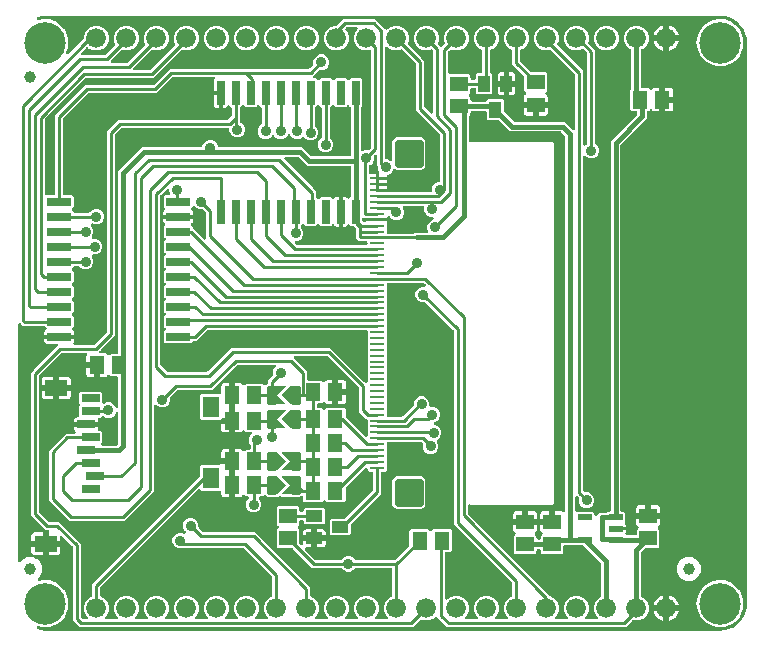
<source format=gbr>
G04 EAGLE Gerber RS-274X export*
G75*
%MOMM*%
%FSLAX34Y34*%
%LPD*%
%INTop Copper*%
%IPPOS*%
%AMOC8*
5,1,8,0,0,1.08239X$1,22.5*%
G01*
%ADD10R,1.300000X1.500000*%
%ADD11R,1.400000X1.000000*%
%ADD12R,1.500000X1.300000*%
%ADD13R,2.032000X0.660400*%
%ADD14R,0.660400X2.032000*%
%ADD15R,1.200000X0.550000*%
%ADD16C,1.000000*%
%ADD17R,1.200000X0.275000*%
%ADD18C,0.600000*%
%ADD19C,3.516000*%
%ADD20C,1.676400*%
%ADD21R,1.900000X1.400000*%
%ADD22R,1.400000X1.800000*%
%ADD23R,1.500000X0.700000*%
%ADD24R,1.000000X1.400000*%
%ADD25C,0.381000*%
%ADD26C,0.254000*%
%ADD27C,0.906400*%
%ADD28C,0.406400*%

G36*
X596922Y2543D02*
X596922Y2543D01*
X597000Y2545D01*
X600377Y2810D01*
X600445Y2824D01*
X600514Y2829D01*
X600670Y2869D01*
X607094Y4956D01*
X607201Y5006D01*
X607312Y5050D01*
X607363Y5083D01*
X607382Y5091D01*
X607397Y5104D01*
X607448Y5136D01*
X612912Y9107D01*
X612999Y9188D01*
X613046Y9227D01*
X613052Y9231D01*
X613053Y9232D01*
X613091Y9264D01*
X613129Y9310D01*
X613144Y9324D01*
X613155Y9342D01*
X613193Y9388D01*
X614886Y11717D01*
X614899Y11741D01*
X614916Y11761D01*
X614975Y11880D01*
X615039Y11996D01*
X615046Y12022D01*
X615058Y12046D01*
X615085Y12174D01*
X615099Y12185D01*
X615123Y12196D01*
X615225Y12281D01*
X615331Y12361D01*
X615348Y12381D01*
X615368Y12398D01*
X615471Y12522D01*
X617164Y14852D01*
X617221Y14956D01*
X617285Y15056D01*
X617307Y15113D01*
X617317Y15131D01*
X617322Y15151D01*
X617344Y15206D01*
X619431Y21630D01*
X619444Y21698D01*
X619467Y21764D01*
X619490Y21923D01*
X619755Y25300D01*
X619755Y25304D01*
X619756Y25307D01*
X619755Y25326D01*
X619759Y25400D01*
X619759Y500380D01*
X619757Y500402D01*
X619755Y500480D01*
X619490Y503857D01*
X619476Y503925D01*
X619471Y503994D01*
X619431Y504150D01*
X617344Y510574D01*
X617293Y510681D01*
X617250Y510792D01*
X617217Y510843D01*
X617209Y510862D01*
X617196Y510877D01*
X617164Y510928D01*
X615471Y513258D01*
X615453Y513277D01*
X615439Y513300D01*
X615344Y513393D01*
X615253Y513489D01*
X615231Y513504D01*
X615212Y513522D01*
X615098Y513588D01*
X615092Y513604D01*
X615089Y513631D01*
X615040Y513755D01*
X614997Y513880D01*
X614982Y513902D01*
X614972Y513927D01*
X614886Y514063D01*
X613193Y516393D01*
X613112Y516479D01*
X613036Y516571D01*
X612990Y516609D01*
X612976Y516624D01*
X612958Y516635D01*
X612912Y516673D01*
X607448Y520644D01*
X607344Y520701D01*
X607244Y520765D01*
X607187Y520787D01*
X607169Y520797D01*
X607149Y520802D01*
X607094Y520824D01*
X600670Y522911D01*
X600602Y522924D01*
X600536Y522947D01*
X600377Y522970D01*
X597000Y523235D01*
X596978Y523234D01*
X596900Y523239D01*
X25400Y523239D01*
X25378Y523237D01*
X25300Y523235D01*
X21923Y522970D01*
X21855Y522956D01*
X21786Y522951D01*
X21630Y522911D01*
X18892Y522021D01*
X18867Y522010D01*
X18841Y522004D01*
X18724Y521943D01*
X18604Y521886D01*
X18583Y521869D01*
X18560Y521857D01*
X18461Y521768D01*
X18359Y521683D01*
X18343Y521662D01*
X18323Y521644D01*
X18250Y521534D01*
X18172Y521426D01*
X18162Y521401D01*
X18147Y521379D01*
X18103Y521254D01*
X18054Y521130D01*
X18051Y521104D01*
X18042Y521079D01*
X18031Y520947D01*
X18014Y520815D01*
X18018Y520788D01*
X18016Y520762D01*
X18038Y520631D01*
X18054Y520499D01*
X18064Y520475D01*
X18068Y520448D01*
X18122Y520327D01*
X18171Y520204D01*
X18187Y520182D01*
X18198Y520158D01*
X18280Y520054D01*
X18358Y519946D01*
X18378Y519929D01*
X18395Y519908D01*
X18500Y519828D01*
X18603Y519743D01*
X18627Y519732D01*
X18648Y519716D01*
X18770Y519664D01*
X18890Y519608D01*
X18916Y519603D01*
X18941Y519592D01*
X19072Y519573D01*
X19203Y519548D01*
X19229Y519549D01*
X19256Y519545D01*
X19416Y519552D01*
X20598Y519676D01*
X20698Y519700D01*
X20799Y519714D01*
X20887Y519744D01*
X20908Y519749D01*
X20920Y519755D01*
X20951Y519766D01*
X21499Y519993D01*
X23543Y519993D01*
X23560Y519995D01*
X23676Y520000D01*
X27504Y520402D01*
X28573Y520055D01*
X28690Y520033D01*
X28805Y520003D01*
X28865Y519999D01*
X28885Y519995D01*
X28906Y519997D01*
X28965Y519993D01*
X29301Y519993D01*
X31209Y519203D01*
X31230Y519197D01*
X31303Y519168D01*
X35466Y517815D01*
X36078Y517265D01*
X36189Y517187D01*
X36297Y517106D01*
X36327Y517091D01*
X36339Y517083D01*
X36359Y517076D01*
X36441Y517035D01*
X36510Y517007D01*
X37805Y515712D01*
X37819Y515701D01*
X37853Y515666D01*
X41687Y512214D01*
X41900Y511736D01*
X41979Y511606D01*
X42250Y510951D01*
X42255Y510943D01*
X42263Y510921D01*
X45092Y504566D01*
X45092Y496194D01*
X43270Y492102D01*
X43245Y492019D01*
X43211Y491940D01*
X43200Y491868D01*
X43179Y491798D01*
X43175Y491711D01*
X43161Y491626D01*
X43168Y491553D01*
X43165Y491480D01*
X43183Y491395D01*
X43191Y491309D01*
X43216Y491240D01*
X43231Y491169D01*
X43270Y491091D01*
X43299Y491010D01*
X43340Y490949D01*
X43372Y490884D01*
X43429Y490818D01*
X43477Y490747D01*
X43532Y490698D01*
X43580Y490643D01*
X43651Y490594D01*
X43716Y490536D01*
X43781Y490503D01*
X43841Y490461D01*
X43922Y490431D01*
X43999Y490392D01*
X44071Y490376D01*
X44139Y490350D01*
X44225Y490341D01*
X44309Y490322D01*
X44383Y490324D01*
X44455Y490317D01*
X44541Y490329D01*
X44627Y490332D01*
X44698Y490352D01*
X44770Y490363D01*
X44850Y490396D01*
X44933Y490420D01*
X44996Y490457D01*
X45063Y490486D01*
X45132Y490538D01*
X45207Y490582D01*
X45308Y490671D01*
X45317Y490678D01*
X45320Y490682D01*
X45327Y490688D01*
X57794Y503154D01*
X57854Y503233D01*
X57922Y503305D01*
X57951Y503358D01*
X57988Y503406D01*
X58028Y503497D01*
X58076Y503583D01*
X58091Y503642D01*
X58115Y503697D01*
X58130Y503795D01*
X58155Y503891D01*
X58161Y503991D01*
X58165Y504011D01*
X58163Y504024D01*
X58165Y504052D01*
X58165Y506262D01*
X59751Y510089D01*
X62681Y513019D01*
X66508Y514605D01*
X70652Y514605D01*
X74479Y513019D01*
X77409Y510089D01*
X78995Y506262D01*
X78995Y502118D01*
X77409Y498291D01*
X74479Y495361D01*
X70652Y493775D01*
X66508Y493775D01*
X62681Y495361D01*
X61909Y496133D01*
X61814Y496206D01*
X61725Y496285D01*
X61689Y496303D01*
X61657Y496328D01*
X61548Y496375D01*
X61442Y496429D01*
X61403Y496438D01*
X61365Y496454D01*
X61248Y496473D01*
X61132Y496499D01*
X61091Y496498D01*
X61051Y496504D01*
X60933Y496493D01*
X60814Y496489D01*
X60775Y496478D01*
X60735Y496474D01*
X60623Y496434D01*
X60508Y496401D01*
X60474Y496380D01*
X60435Y496367D01*
X60337Y496300D01*
X60234Y496239D01*
X60189Y496199D01*
X60172Y496188D01*
X60159Y496173D01*
X60114Y496133D01*
X55860Y491879D01*
X55775Y491770D01*
X55686Y491663D01*
X55678Y491644D01*
X55665Y491628D01*
X55610Y491500D01*
X55551Y491375D01*
X55547Y491355D01*
X55539Y491336D01*
X55517Y491198D01*
X55491Y491062D01*
X55492Y491042D01*
X55489Y491022D01*
X55502Y490883D01*
X55511Y490745D01*
X55517Y490726D01*
X55519Y490706D01*
X55566Y490574D01*
X55609Y490443D01*
X55620Y490425D01*
X55627Y490406D01*
X55705Y490291D01*
X55779Y490174D01*
X55794Y490160D01*
X55805Y490143D01*
X55909Y490051D01*
X56011Y489956D01*
X56028Y489946D01*
X56044Y489933D01*
X56167Y489869D01*
X56289Y489802D01*
X56309Y489797D01*
X56327Y489788D01*
X56463Y489758D01*
X56597Y489723D01*
X56625Y489721D01*
X56637Y489718D01*
X56658Y489719D01*
X56758Y489713D01*
X75576Y489713D01*
X75674Y489725D01*
X75773Y489728D01*
X75832Y489745D01*
X75892Y489753D01*
X75984Y489789D01*
X76079Y489817D01*
X76131Y489847D01*
X76187Y489870D01*
X76267Y489928D01*
X76353Y489978D01*
X76428Y490044D01*
X76445Y490056D01*
X76453Y490066D01*
X76474Y490084D01*
X84413Y498024D01*
X84431Y498047D01*
X84454Y498066D01*
X84528Y498172D01*
X84608Y498275D01*
X84620Y498302D01*
X84637Y498326D01*
X84683Y498448D01*
X84734Y498567D01*
X84739Y498596D01*
X84750Y498624D01*
X84764Y498753D01*
X84784Y498881D01*
X84782Y498911D01*
X84785Y498940D01*
X84767Y499068D01*
X84754Y499198D01*
X84744Y499226D01*
X84740Y499255D01*
X84688Y499407D01*
X83565Y502118D01*
X83565Y506262D01*
X85151Y510089D01*
X88081Y513019D01*
X91908Y514605D01*
X96052Y514605D01*
X99879Y513019D01*
X102809Y510089D01*
X104395Y506262D01*
X104395Y502118D01*
X102809Y498291D01*
X99879Y495361D01*
X96052Y493775D01*
X91908Y493775D01*
X90993Y494154D01*
X90965Y494162D01*
X90938Y494176D01*
X90812Y494204D01*
X90686Y494238D01*
X90657Y494239D01*
X90628Y494245D01*
X90498Y494241D01*
X90368Y494243D01*
X90340Y494236D01*
X90310Y494236D01*
X90186Y494200D01*
X90059Y494169D01*
X90033Y494155D01*
X90005Y494147D01*
X89893Y494081D01*
X89778Y494020D01*
X89756Y494001D01*
X89731Y493986D01*
X89610Y493879D01*
X81260Y485529D01*
X81175Y485420D01*
X81086Y485313D01*
X81078Y485294D01*
X81065Y485278D01*
X81010Y485150D01*
X80951Y485025D01*
X80947Y485005D01*
X80939Y484986D01*
X80917Y484848D01*
X80891Y484712D01*
X80892Y484692D01*
X80889Y484672D01*
X80902Y484533D01*
X80911Y484395D01*
X80917Y484376D01*
X80919Y484356D01*
X80966Y484224D01*
X81009Y484093D01*
X81020Y484075D01*
X81027Y484056D01*
X81105Y483941D01*
X81179Y483824D01*
X81194Y483810D01*
X81205Y483793D01*
X81309Y483701D01*
X81411Y483606D01*
X81428Y483596D01*
X81444Y483583D01*
X81568Y483519D01*
X81689Y483452D01*
X81709Y483447D01*
X81727Y483438D01*
X81863Y483408D01*
X81997Y483373D01*
X82025Y483371D01*
X82037Y483368D01*
X82058Y483369D01*
X82158Y483363D01*
X94626Y483363D01*
X94724Y483375D01*
X94823Y483378D01*
X94882Y483395D01*
X94942Y483403D01*
X95034Y483439D01*
X95129Y483467D01*
X95181Y483497D01*
X95237Y483520D01*
X95317Y483578D01*
X95403Y483628D01*
X95478Y483694D01*
X95495Y483706D01*
X95503Y483716D01*
X95524Y483734D01*
X109813Y498024D01*
X109831Y498047D01*
X109854Y498066D01*
X109928Y498172D01*
X110008Y498275D01*
X110020Y498302D01*
X110037Y498326D01*
X110083Y498448D01*
X110134Y498567D01*
X110139Y498596D01*
X110150Y498624D01*
X110164Y498753D01*
X110184Y498881D01*
X110182Y498911D01*
X110185Y498940D01*
X110167Y499068D01*
X110154Y499198D01*
X110144Y499226D01*
X110140Y499255D01*
X110088Y499407D01*
X108965Y502118D01*
X108965Y506262D01*
X110551Y510089D01*
X113481Y513019D01*
X117308Y514605D01*
X121452Y514605D01*
X125279Y513019D01*
X128209Y510089D01*
X129795Y506262D01*
X129795Y502118D01*
X128209Y498291D01*
X125279Y495361D01*
X121452Y493775D01*
X117308Y493775D01*
X116393Y494154D01*
X116365Y494162D01*
X116338Y494176D01*
X116212Y494204D01*
X116086Y494238D01*
X116057Y494239D01*
X116028Y494245D01*
X115898Y494241D01*
X115769Y494243D01*
X115740Y494236D01*
X115710Y494236D01*
X115586Y494200D01*
X115459Y494169D01*
X115433Y494155D01*
X115405Y494147D01*
X115293Y494081D01*
X115178Y494020D01*
X115156Y494001D01*
X115131Y493986D01*
X115010Y493879D01*
X100310Y479179D01*
X100225Y479070D01*
X100136Y478963D01*
X100128Y478944D01*
X100115Y478928D01*
X100060Y478800D01*
X100001Y478675D01*
X99997Y478655D01*
X99989Y478636D01*
X99967Y478498D01*
X99941Y478362D01*
X99942Y478342D01*
X99939Y478322D01*
X99952Y478183D01*
X99961Y478045D01*
X99967Y478026D01*
X99969Y478006D01*
X100016Y477874D01*
X100059Y477743D01*
X100070Y477725D01*
X100077Y477706D01*
X100155Y477591D01*
X100229Y477474D01*
X100244Y477460D01*
X100255Y477443D01*
X100359Y477351D01*
X100461Y477256D01*
X100478Y477246D01*
X100494Y477233D01*
X100617Y477169D01*
X100739Y477102D01*
X100759Y477097D01*
X100777Y477088D01*
X100913Y477058D01*
X101047Y477023D01*
X101075Y477021D01*
X101087Y477018D01*
X101108Y477019D01*
X101208Y477013D01*
X113676Y477013D01*
X113774Y477025D01*
X113873Y477028D01*
X113932Y477045D01*
X113992Y477053D01*
X114084Y477089D01*
X114179Y477117D01*
X114231Y477147D01*
X114287Y477170D01*
X114367Y477228D01*
X114453Y477278D01*
X114528Y477344D01*
X114545Y477356D01*
X114553Y477366D01*
X114574Y477384D01*
X135213Y498024D01*
X135231Y498047D01*
X135254Y498066D01*
X135328Y498172D01*
X135408Y498275D01*
X135420Y498302D01*
X135437Y498326D01*
X135483Y498448D01*
X135534Y498567D01*
X135539Y498596D01*
X135550Y498624D01*
X135564Y498753D01*
X135584Y498881D01*
X135582Y498911D01*
X135585Y498940D01*
X135567Y499068D01*
X135554Y499198D01*
X135544Y499226D01*
X135540Y499255D01*
X135488Y499407D01*
X134365Y502118D01*
X134365Y506262D01*
X135951Y510089D01*
X138881Y513019D01*
X142708Y514605D01*
X146852Y514605D01*
X150679Y513019D01*
X153609Y510089D01*
X155195Y506262D01*
X155195Y502118D01*
X153609Y498291D01*
X150679Y495361D01*
X146852Y493775D01*
X142708Y493775D01*
X141793Y494154D01*
X141765Y494162D01*
X141738Y494176D01*
X141612Y494204D01*
X141486Y494238D01*
X141457Y494239D01*
X141428Y494245D01*
X141298Y494241D01*
X141169Y494243D01*
X141140Y494236D01*
X141110Y494236D01*
X140986Y494200D01*
X140859Y494169D01*
X140833Y494155D01*
X140805Y494147D01*
X140693Y494081D01*
X140578Y494020D01*
X140556Y494001D01*
X140531Y493986D01*
X140410Y493879D01*
X116938Y470407D01*
X60314Y470407D01*
X60216Y470395D01*
X60117Y470392D01*
X60058Y470375D01*
X59998Y470367D01*
X59906Y470331D01*
X59811Y470303D01*
X59759Y470273D01*
X59703Y470250D01*
X59623Y470192D01*
X59537Y470142D01*
X59462Y470076D01*
X59445Y470064D01*
X59437Y470054D01*
X59416Y470036D01*
X25264Y435884D01*
X25204Y435805D01*
X25136Y435733D01*
X25107Y435680D01*
X25070Y435632D01*
X25030Y435541D01*
X24982Y435455D01*
X24967Y435396D01*
X24943Y435341D01*
X24928Y435243D01*
X24903Y435147D01*
X24897Y435047D01*
X24893Y435026D01*
X24895Y435014D01*
X24893Y434986D01*
X24893Y372364D01*
X24908Y372246D01*
X24915Y372127D01*
X24928Y372089D01*
X24933Y372048D01*
X24976Y371938D01*
X25013Y371825D01*
X25035Y371790D01*
X25050Y371753D01*
X25119Y371657D01*
X25183Y371556D01*
X25213Y371528D01*
X25236Y371495D01*
X25328Y371419D01*
X25415Y371338D01*
X25450Y371318D01*
X25481Y371293D01*
X25589Y371242D01*
X25693Y371184D01*
X25733Y371174D01*
X25769Y371157D01*
X25886Y371135D01*
X26001Y371105D01*
X26061Y371101D01*
X26081Y371097D01*
X26102Y371099D01*
X26162Y371095D01*
X32766Y371095D01*
X32884Y371110D01*
X33003Y371117D01*
X33041Y371130D01*
X33082Y371135D01*
X33192Y371178D01*
X33305Y371215D01*
X33340Y371237D01*
X33377Y371252D01*
X33473Y371321D01*
X33574Y371385D01*
X33602Y371415D01*
X33635Y371438D01*
X33711Y371530D01*
X33792Y371617D01*
X33812Y371652D01*
X33837Y371683D01*
X33888Y371791D01*
X33946Y371895D01*
X33956Y371935D01*
X33973Y371971D01*
X33995Y372088D01*
X34025Y372203D01*
X34029Y372263D01*
X34033Y372283D01*
X34031Y372304D01*
X34035Y372364D01*
X34035Y438756D01*
X59592Y464313D01*
X116216Y464313D01*
X116314Y464325D01*
X116413Y464328D01*
X116472Y464345D01*
X116532Y464353D01*
X116624Y464389D01*
X116719Y464417D01*
X116771Y464447D01*
X116827Y464470D01*
X116907Y464528D01*
X116993Y464578D01*
X117068Y464644D01*
X117085Y464656D01*
X117093Y464666D01*
X117114Y464684D01*
X130712Y478283D01*
X248296Y478283D01*
X248394Y478295D01*
X248493Y478298D01*
X248552Y478315D01*
X248612Y478323D01*
X248704Y478359D01*
X248799Y478387D01*
X248851Y478417D01*
X248907Y478440D01*
X248987Y478498D01*
X249073Y478548D01*
X249148Y478614D01*
X249165Y478626D01*
X249173Y478636D01*
X249194Y478654D01*
X252144Y481604D01*
X252204Y481683D01*
X252272Y481755D01*
X252301Y481808D01*
X252338Y481856D01*
X252378Y481947D01*
X252426Y482033D01*
X252441Y482092D01*
X252465Y482147D01*
X252480Y482245D01*
X252505Y482341D01*
X252511Y482441D01*
X252515Y482462D01*
X252513Y482474D01*
X252515Y482502D01*
X252515Y485176D01*
X253515Y487589D01*
X255361Y489435D01*
X257774Y490435D01*
X260386Y490435D01*
X262799Y489435D01*
X264645Y487589D01*
X265645Y485176D01*
X265645Y482564D01*
X264645Y480151D01*
X262799Y478305D01*
X260386Y477305D01*
X257712Y477305D01*
X257614Y477293D01*
X257515Y477290D01*
X257456Y477273D01*
X257396Y477265D01*
X257304Y477229D01*
X257209Y477201D01*
X257157Y477171D01*
X257101Y477148D01*
X257021Y477090D01*
X256935Y477040D01*
X256860Y476974D01*
X256843Y476962D01*
X256835Y476952D01*
X256814Y476934D01*
X252202Y472321D01*
X252117Y472212D01*
X252028Y472105D01*
X252020Y472086D01*
X252007Y472070D01*
X251952Y471942D01*
X251893Y471817D01*
X251889Y471797D01*
X251881Y471778D01*
X251859Y471640D01*
X251833Y471504D01*
X251834Y471484D01*
X251831Y471464D01*
X251844Y471325D01*
X251853Y471187D01*
X251859Y471168D01*
X251861Y471148D01*
X251908Y471016D01*
X251951Y470885D01*
X251962Y470867D01*
X251969Y470848D01*
X252047Y470733D01*
X252121Y470616D01*
X252136Y470602D01*
X252147Y470585D01*
X252251Y470493D01*
X252353Y470398D01*
X252370Y470388D01*
X252386Y470375D01*
X252510Y470311D01*
X252631Y470244D01*
X252651Y470239D01*
X252669Y470230D01*
X252805Y470200D01*
X252939Y470165D01*
X252967Y470163D01*
X252979Y470160D01*
X253000Y470161D01*
X253100Y470155D01*
X254334Y470155D01*
X255643Y468846D01*
X255737Y468773D01*
X255826Y468694D01*
X255862Y468676D01*
X255894Y468651D01*
X256003Y468604D01*
X256109Y468550D01*
X256148Y468541D01*
X256186Y468525D01*
X256303Y468506D01*
X256419Y468480D01*
X256460Y468481D01*
X256500Y468475D01*
X256618Y468486D01*
X256737Y468490D01*
X256776Y468501D01*
X256816Y468505D01*
X256928Y468545D01*
X257043Y468578D01*
X257078Y468599D01*
X257116Y468612D01*
X257214Y468679D01*
X257317Y468740D01*
X257362Y468780D01*
X257379Y468791D01*
X257392Y468806D01*
X257438Y468846D01*
X258746Y470155D01*
X267034Y470155D01*
X268343Y468846D01*
X268437Y468773D01*
X268526Y468694D01*
X268562Y468676D01*
X268594Y468651D01*
X268703Y468604D01*
X268809Y468550D01*
X268848Y468541D01*
X268886Y468525D01*
X269003Y468506D01*
X269119Y468480D01*
X269160Y468481D01*
X269200Y468475D01*
X269318Y468486D01*
X269437Y468490D01*
X269476Y468501D01*
X269516Y468505D01*
X269628Y468545D01*
X269743Y468578D01*
X269778Y468599D01*
X269816Y468612D01*
X269914Y468679D01*
X270017Y468740D01*
X270062Y468780D01*
X270079Y468791D01*
X270092Y468806D01*
X270138Y468846D01*
X271446Y470155D01*
X279734Y470155D01*
X281043Y468846D01*
X281137Y468773D01*
X281226Y468694D01*
X281262Y468676D01*
X281294Y468651D01*
X281403Y468604D01*
X281509Y468550D01*
X281548Y468541D01*
X281586Y468525D01*
X281703Y468506D01*
X281819Y468480D01*
X281860Y468481D01*
X281900Y468475D01*
X282018Y468486D01*
X282137Y468490D01*
X282176Y468501D01*
X282216Y468505D01*
X282328Y468545D01*
X282443Y468578D01*
X282478Y468599D01*
X282516Y468612D01*
X282614Y468679D01*
X282717Y468740D01*
X282762Y468780D01*
X282779Y468791D01*
X282792Y468806D01*
X282838Y468846D01*
X284146Y470155D01*
X292434Y470155D01*
X293625Y468964D01*
X293625Y446960D01*
X292727Y446062D01*
X292666Y445984D01*
X292598Y445911D01*
X292569Y445858D01*
X292532Y445811D01*
X292492Y445720D01*
X292444Y445633D01*
X292429Y445574D01*
X292405Y445519D01*
X292390Y445421D01*
X292365Y445325D01*
X292359Y445225D01*
X292355Y445205D01*
X292357Y445192D01*
X292355Y445164D01*
X292355Y409596D01*
X292361Y409547D01*
X292359Y409498D01*
X292381Y409390D01*
X292395Y409281D01*
X292413Y409235D01*
X292423Y409186D01*
X292471Y409088D01*
X292512Y408985D01*
X292541Y408945D01*
X292563Y408900D01*
X292634Y408817D01*
X292698Y408728D01*
X292737Y408696D01*
X292769Y408658D01*
X292859Y408595D01*
X292943Y408525D01*
X292988Y408504D01*
X293029Y408475D01*
X293132Y408436D01*
X293231Y408390D01*
X293280Y408380D01*
X293326Y408363D01*
X293436Y408350D01*
X293543Y408330D01*
X293593Y408333D01*
X293642Y408327D01*
X293751Y408343D01*
X293861Y408350D01*
X293908Y408365D01*
X293957Y408372D01*
X294110Y408424D01*
X295874Y409155D01*
X298548Y409155D01*
X298646Y409167D01*
X298745Y409170D01*
X298804Y409187D01*
X298864Y409195D01*
X298956Y409231D01*
X299051Y409259D01*
X299103Y409289D01*
X299159Y409312D01*
X299239Y409370D01*
X299325Y409420D01*
X299400Y409486D01*
X299417Y409498D01*
X299425Y409508D01*
X299446Y409526D01*
X301126Y411206D01*
X301186Y411285D01*
X301254Y411357D01*
X301283Y411410D01*
X301320Y411458D01*
X301360Y411549D01*
X301408Y411635D01*
X301423Y411694D01*
X301447Y411749D01*
X301462Y411847D01*
X301487Y411943D01*
X301493Y412043D01*
X301497Y412064D01*
X301495Y412076D01*
X301497Y412104D01*
X301497Y492806D01*
X301491Y492855D01*
X301493Y492905D01*
X301471Y493012D01*
X301457Y493121D01*
X301439Y493168D01*
X301429Y493216D01*
X301381Y493315D01*
X301340Y493417D01*
X301311Y493457D01*
X301289Y493502D01*
X301218Y493586D01*
X301154Y493674D01*
X301115Y493706D01*
X301083Y493744D01*
X300993Y493807D01*
X300909Y493877D01*
X300864Y493898D01*
X300823Y493927D01*
X300720Y493966D01*
X300621Y494013D01*
X300572Y494022D01*
X300526Y494040D01*
X300416Y494052D01*
X300309Y494073D01*
X300259Y494069D01*
X300210Y494075D01*
X300101Y494060D01*
X299991Y494053D01*
X299944Y494038D01*
X299895Y494031D01*
X299742Y493979D01*
X299252Y493775D01*
X295108Y493775D01*
X291281Y495361D01*
X288351Y498291D01*
X286765Y502118D01*
X286765Y506262D01*
X288351Y510089D01*
X289682Y511421D01*
X289767Y511530D01*
X289856Y511637D01*
X289864Y511656D01*
X289877Y511672D01*
X289932Y511799D01*
X289991Y511925D01*
X289995Y511945D01*
X290003Y511964D01*
X290025Y512102D01*
X290051Y512238D01*
X290050Y512258D01*
X290053Y512278D01*
X290040Y512417D01*
X290031Y512555D01*
X290025Y512574D01*
X290023Y512594D01*
X289976Y512726D01*
X289933Y512857D01*
X289922Y512875D01*
X289916Y512894D01*
X289838Y513009D01*
X289763Y513126D01*
X289748Y513140D01*
X289737Y513157D01*
X289633Y513249D01*
X289532Y513344D01*
X289514Y513354D01*
X289499Y513367D01*
X289374Y513431D01*
X289253Y513498D01*
X289233Y513503D01*
X289215Y513512D01*
X289080Y513542D01*
X288945Y513577D01*
X288917Y513579D01*
X288905Y513582D01*
X288885Y513581D01*
X288784Y513587D01*
X281294Y513587D01*
X281196Y513575D01*
X281097Y513572D01*
X281038Y513555D01*
X280978Y513547D01*
X280886Y513511D01*
X280791Y513483D01*
X280739Y513453D01*
X280683Y513430D01*
X280603Y513372D01*
X280517Y513322D01*
X280442Y513256D01*
X280425Y513244D01*
X280417Y513234D01*
X280396Y513216D01*
X279837Y512656D01*
X279764Y512562D01*
X279685Y512473D01*
X279667Y512437D01*
X279642Y512405D01*
X279595Y512296D01*
X279541Y512190D01*
X279532Y512150D01*
X279516Y512113D01*
X279497Y511995D01*
X279471Y511880D01*
X279472Y511839D01*
X279466Y511799D01*
X279477Y511681D01*
X279481Y511562D01*
X279492Y511523D01*
X279496Y511483D01*
X279536Y511371D01*
X279569Y511256D01*
X279590Y511221D01*
X279603Y511183D01*
X279670Y511085D01*
X279731Y510982D01*
X279771Y510937D01*
X279782Y510920D01*
X279797Y510907D01*
X279837Y510861D01*
X280609Y510089D01*
X282195Y506262D01*
X282195Y502118D01*
X280609Y498291D01*
X277679Y495361D01*
X273852Y493775D01*
X269708Y493775D01*
X265881Y495361D01*
X262951Y498291D01*
X261365Y502118D01*
X261365Y506262D01*
X262951Y510089D01*
X265881Y513019D01*
X269708Y514605D01*
X271918Y514605D01*
X272016Y514617D01*
X272115Y514620D01*
X272174Y514637D01*
X272234Y514645D01*
X272326Y514681D01*
X272421Y514709D01*
X272473Y514739D01*
X272529Y514762D01*
X272609Y514820D01*
X272695Y514870D01*
X272770Y514936D01*
X272787Y514948D01*
X272795Y514958D01*
X272816Y514976D01*
X278032Y520193D01*
X304898Y520193D01*
X313479Y511612D01*
X313573Y511539D01*
X313662Y511460D01*
X313698Y511442D01*
X313730Y511417D01*
X313839Y511370D01*
X313945Y511316D01*
X313985Y511307D01*
X314022Y511291D01*
X314140Y511272D01*
X314255Y511246D01*
X314296Y511247D01*
X314336Y511241D01*
X314454Y511252D01*
X314573Y511256D01*
X314612Y511267D01*
X314652Y511271D01*
X314764Y511311D01*
X314879Y511344D01*
X314914Y511365D01*
X314952Y511378D01*
X315050Y511445D01*
X315153Y511506D01*
X315198Y511546D01*
X315215Y511557D01*
X315228Y511572D01*
X315274Y511612D01*
X316681Y513019D01*
X320508Y514605D01*
X324652Y514605D01*
X328479Y513019D01*
X331409Y510089D01*
X332995Y506262D01*
X332995Y502118D01*
X332244Y500305D01*
X332236Y500277D01*
X332222Y500250D01*
X332194Y500124D01*
X332160Y499998D01*
X332159Y499969D01*
X332153Y499940D01*
X332157Y499810D01*
X332155Y499680D01*
X332162Y499652D01*
X332162Y499622D01*
X332199Y499498D01*
X332229Y499371D01*
X332243Y499345D01*
X332251Y499317D01*
X332317Y499205D01*
X332378Y499090D01*
X332397Y499068D01*
X332412Y499043D01*
X332519Y498922D01*
X343896Y487544D01*
X346203Y485238D01*
X346203Y446394D01*
X346215Y446296D01*
X346218Y446197D01*
X346235Y446138D01*
X346243Y446078D01*
X346279Y445986D01*
X346307Y445891D01*
X346337Y445839D01*
X346360Y445783D01*
X346418Y445703D01*
X346468Y445617D01*
X346534Y445542D01*
X346546Y445525D01*
X346556Y445517D01*
X346574Y445496D01*
X351401Y440670D01*
X351510Y440585D01*
X351617Y440496D01*
X351636Y440488D01*
X351652Y440475D01*
X351780Y440420D01*
X351905Y440361D01*
X351925Y440357D01*
X351944Y440349D01*
X352082Y440327D01*
X352218Y440301D01*
X352238Y440302D01*
X352258Y440299D01*
X352397Y440312D01*
X352535Y440321D01*
X352554Y440327D01*
X352574Y440329D01*
X352706Y440376D01*
X352837Y440419D01*
X352855Y440430D01*
X352874Y440437D01*
X352989Y440515D01*
X353106Y440589D01*
X353120Y440604D01*
X353137Y440615D01*
X353229Y440719D01*
X353324Y440821D01*
X353334Y440838D01*
X353347Y440854D01*
X353411Y440978D01*
X353478Y441099D01*
X353483Y441119D01*
X353492Y441137D01*
X353522Y441273D01*
X353557Y441407D01*
X353559Y441435D01*
X353562Y441447D01*
X353561Y441468D01*
X353567Y441568D01*
X353567Y493332D01*
X353561Y493381D01*
X353563Y493431D01*
X353541Y493538D01*
X353527Y493647D01*
X353509Y493694D01*
X353499Y493742D01*
X353451Y493841D01*
X353410Y493943D01*
X353381Y493983D01*
X353359Y494028D01*
X353288Y494111D01*
X353224Y494201D01*
X353185Y494232D01*
X353153Y494270D01*
X353063Y494333D01*
X352979Y494403D01*
X352934Y494425D01*
X352893Y494453D01*
X352790Y494492D01*
X352691Y494539D01*
X352642Y494548D01*
X352596Y494566D01*
X352486Y494578D01*
X352379Y494599D01*
X352329Y494596D01*
X352280Y494601D01*
X352171Y494586D01*
X352061Y494579D01*
X352014Y494564D01*
X351965Y494557D01*
X351812Y494505D01*
X350052Y493775D01*
X345908Y493775D01*
X342081Y495361D01*
X339151Y498291D01*
X337565Y502118D01*
X337565Y506262D01*
X339151Y510089D01*
X342081Y513019D01*
X345908Y514605D01*
X350052Y514605D01*
X353879Y513019D01*
X356809Y510089D01*
X358395Y506262D01*
X358395Y502118D01*
X357644Y500305D01*
X357636Y500277D01*
X357622Y500250D01*
X357594Y500124D01*
X357560Y499998D01*
X357559Y499969D01*
X357553Y499940D01*
X357557Y499810D01*
X357555Y499680D01*
X357562Y499652D01*
X357562Y499622D01*
X357599Y499498D01*
X357629Y499371D01*
X357643Y499345D01*
X357651Y499317D01*
X357717Y499205D01*
X357778Y499090D01*
X357797Y499068D01*
X357812Y499043D01*
X357919Y498922D01*
X359783Y497058D01*
X359877Y496985D01*
X359966Y496907D01*
X360002Y496888D01*
X360034Y496863D01*
X360143Y496816D01*
X360249Y496762D01*
X360289Y496753D01*
X360326Y496737D01*
X360443Y496718D01*
X360559Y496692D01*
X360600Y496693D01*
X360640Y496687D01*
X360758Y496698D01*
X360877Y496702D01*
X360916Y496713D01*
X360956Y496717D01*
X361069Y496757D01*
X361183Y496790D01*
X361218Y496811D01*
X361256Y496825D01*
X361354Y496891D01*
X361457Y496952D01*
X361502Y496992D01*
X361519Y497003D01*
X361532Y497018D01*
X361578Y497058D01*
X363441Y498922D01*
X363459Y498945D01*
X363482Y498964D01*
X363556Y499070D01*
X363636Y499173D01*
X363648Y499200D01*
X363665Y499224D01*
X363711Y499346D01*
X363762Y499465D01*
X363767Y499494D01*
X363778Y499522D01*
X363792Y499651D01*
X363812Y499779D01*
X363810Y499809D01*
X363813Y499838D01*
X363795Y499966D01*
X363783Y500096D01*
X363773Y500124D01*
X363768Y500153D01*
X363716Y500305D01*
X362965Y502118D01*
X362965Y506262D01*
X364551Y510089D01*
X367481Y513019D01*
X371308Y514605D01*
X375452Y514605D01*
X379279Y513019D01*
X382209Y510089D01*
X383795Y506262D01*
X383795Y502118D01*
X382209Y498291D01*
X379279Y495361D01*
X375452Y493775D01*
X371308Y493775D01*
X369495Y494526D01*
X369467Y494534D01*
X369440Y494548D01*
X369314Y494576D01*
X369188Y494610D01*
X369159Y494611D01*
X369130Y494617D01*
X369000Y494613D01*
X368870Y494615D01*
X368842Y494608D01*
X368812Y494608D01*
X368687Y494571D01*
X368561Y494541D01*
X368535Y494527D01*
X368507Y494519D01*
X368395Y494453D01*
X368280Y494392D01*
X368258Y494373D01*
X368233Y494358D01*
X368112Y494251D01*
X366894Y493034D01*
X366834Y492956D01*
X366766Y492883D01*
X366737Y492830D01*
X366700Y492782D01*
X366660Y492692D01*
X366612Y492605D01*
X366597Y492546D01*
X366573Y492491D01*
X366558Y492393D01*
X366533Y492297D01*
X366527Y492197D01*
X366523Y492176D01*
X366525Y492164D01*
X366523Y492136D01*
X366523Y475232D01*
X366538Y475114D01*
X366545Y474995D01*
X366558Y474957D01*
X366563Y474916D01*
X366606Y474806D01*
X366643Y474693D01*
X366665Y474658D01*
X366680Y474621D01*
X366749Y474525D01*
X366813Y474424D01*
X366843Y474396D01*
X366866Y474363D01*
X366958Y474287D01*
X367045Y474206D01*
X367080Y474186D01*
X367111Y474161D01*
X367219Y474110D01*
X367323Y474052D01*
X367363Y474042D01*
X367399Y474025D01*
X367516Y474003D01*
X367631Y473973D01*
X367691Y473969D01*
X367711Y473965D01*
X367732Y473967D01*
X367792Y473963D01*
X384262Y473963D01*
X385453Y472772D01*
X385453Y470232D01*
X385468Y470114D01*
X385475Y469995D01*
X385488Y469957D01*
X385493Y469916D01*
X385536Y469806D01*
X385573Y469693D01*
X385595Y469658D01*
X385610Y469621D01*
X385679Y469525D01*
X385743Y469424D01*
X385773Y469396D01*
X385796Y469363D01*
X385888Y469287D01*
X385975Y469206D01*
X386010Y469186D01*
X386041Y469161D01*
X386149Y469110D01*
X386253Y469052D01*
X386293Y469042D01*
X386329Y469025D01*
X386446Y469003D01*
X386561Y468973D01*
X386621Y468969D01*
X386641Y468965D01*
X386662Y468967D01*
X386722Y468963D01*
X388598Y468963D01*
X388716Y468978D01*
X388835Y468985D01*
X388873Y468998D01*
X388914Y469003D01*
X389024Y469046D01*
X389137Y469083D01*
X389172Y469105D01*
X389209Y469120D01*
X389305Y469189D01*
X389406Y469253D01*
X389434Y469283D01*
X389467Y469306D01*
X389543Y469398D01*
X389624Y469485D01*
X389644Y469520D01*
X389669Y469551D01*
X389720Y469659D01*
X389778Y469763D01*
X389788Y469803D01*
X389805Y469839D01*
X389827Y469956D01*
X389857Y470071D01*
X389861Y470131D01*
X389865Y470151D01*
X389863Y470172D01*
X389867Y470232D01*
X389867Y473502D01*
X391058Y474693D01*
X394208Y474693D01*
X394326Y474708D01*
X394445Y474715D01*
X394483Y474728D01*
X394524Y474733D01*
X394634Y474776D01*
X394747Y474813D01*
X394782Y474835D01*
X394819Y474850D01*
X394915Y474919D01*
X395016Y474983D01*
X395044Y475013D01*
X395077Y475036D01*
X395153Y475128D01*
X395234Y475215D01*
X395254Y475250D01*
X395279Y475281D01*
X395330Y475389D01*
X395388Y475493D01*
X395398Y475533D01*
X395415Y475569D01*
X395437Y475686D01*
X395467Y475801D01*
X395471Y475861D01*
X395475Y475881D01*
X395474Y475888D01*
X395475Y475890D01*
X395474Y475906D01*
X395477Y475962D01*
X395477Y493437D01*
X395474Y493466D01*
X395476Y493496D01*
X395454Y493624D01*
X395437Y493753D01*
X395427Y493780D01*
X395422Y493809D01*
X395368Y493928D01*
X395320Y494048D01*
X395303Y494072D01*
X395291Y494099D01*
X395210Y494201D01*
X395134Y494306D01*
X395111Y494325D01*
X395092Y494348D01*
X394989Y494426D01*
X394889Y494509D01*
X394862Y494521D01*
X394838Y494539D01*
X394694Y494610D01*
X392881Y495361D01*
X389951Y498291D01*
X388365Y502118D01*
X388365Y506262D01*
X389951Y510089D01*
X392881Y513019D01*
X396708Y514605D01*
X400852Y514605D01*
X404679Y513019D01*
X407609Y510089D01*
X409195Y506262D01*
X409195Y502118D01*
X407609Y498291D01*
X404679Y495361D01*
X402866Y494610D01*
X402841Y494595D01*
X402813Y494586D01*
X402703Y494517D01*
X402590Y494452D01*
X402569Y494432D01*
X402544Y494416D01*
X402455Y494321D01*
X402362Y494231D01*
X402346Y494206D01*
X402326Y494184D01*
X402263Y494070D01*
X402195Y493960D01*
X402187Y493932D01*
X402172Y493906D01*
X402140Y493780D01*
X402102Y493656D01*
X402100Y493626D01*
X402093Y493598D01*
X402083Y493437D01*
X402083Y475878D01*
X402095Y475780D01*
X402098Y475681D01*
X402115Y475622D01*
X402123Y475562D01*
X402159Y475470D01*
X402187Y475375D01*
X402217Y475323D01*
X402240Y475267D01*
X402298Y475186D01*
X402348Y475101D01*
X402414Y475026D01*
X402426Y475009D01*
X402436Y475001D01*
X402454Y474980D01*
X403933Y473502D01*
X403933Y457818D01*
X402742Y456627D01*
X391058Y456627D01*
X389867Y457818D01*
X389867Y461088D01*
X389852Y461206D01*
X389845Y461325D01*
X389832Y461363D01*
X389827Y461404D01*
X389784Y461514D01*
X389747Y461627D01*
X389725Y461662D01*
X389710Y461699D01*
X389641Y461795D01*
X389577Y461896D01*
X389547Y461924D01*
X389524Y461957D01*
X389432Y462033D01*
X389345Y462114D01*
X389310Y462134D01*
X389279Y462159D01*
X389171Y462210D01*
X389067Y462268D01*
X389027Y462278D01*
X388991Y462295D01*
X388874Y462317D01*
X388759Y462347D01*
X388699Y462351D01*
X388679Y462355D01*
X388658Y462353D01*
X388598Y462357D01*
X386722Y462357D01*
X386604Y462342D01*
X386485Y462335D01*
X386447Y462322D01*
X386406Y462317D01*
X386296Y462274D01*
X386183Y462237D01*
X386148Y462215D01*
X386111Y462200D01*
X386015Y462131D01*
X385914Y462067D01*
X385886Y462037D01*
X385853Y462014D01*
X385777Y461922D01*
X385696Y461835D01*
X385676Y461800D01*
X385651Y461769D01*
X385600Y461661D01*
X385542Y461557D01*
X385532Y461517D01*
X385515Y461481D01*
X385493Y461364D01*
X385463Y461249D01*
X385459Y461189D01*
X385455Y461169D01*
X385457Y461148D01*
X385453Y461088D01*
X385453Y458088D01*
X384192Y456828D01*
X384119Y456733D01*
X384040Y456644D01*
X384022Y456608D01*
X383997Y456576D01*
X383950Y456467D01*
X383896Y456361D01*
X383887Y456322D01*
X383871Y456284D01*
X383852Y456167D01*
X383826Y456051D01*
X383827Y456010D01*
X383821Y455970D01*
X383832Y455852D01*
X383836Y455733D01*
X383847Y455694D01*
X383851Y455654D01*
X383891Y455541D01*
X383924Y455427D01*
X383945Y455393D01*
X383958Y455354D01*
X384025Y455256D01*
X384086Y455153D01*
X384126Y455108D01*
X384137Y455091D01*
X384152Y455078D01*
X384192Y455033D01*
X385453Y453772D01*
X385453Y451764D01*
X385468Y451646D01*
X385475Y451527D01*
X385488Y451489D01*
X385493Y451448D01*
X385536Y451338D01*
X385573Y451225D01*
X385595Y451190D01*
X385610Y451153D01*
X385679Y451057D01*
X385743Y450956D01*
X385773Y450928D01*
X385796Y450895D01*
X385888Y450819D01*
X385975Y450738D01*
X386010Y450718D01*
X386041Y450693D01*
X386149Y450642D01*
X386253Y450584D01*
X386293Y450574D01*
X386329Y450557D01*
X386446Y450535D01*
X386561Y450505D01*
X386621Y450501D01*
X386641Y450497D01*
X386662Y450499D01*
X386722Y450495D01*
X398098Y450495D01*
X398216Y450510D01*
X398335Y450517D01*
X398373Y450530D01*
X398414Y450535D01*
X398524Y450578D01*
X398637Y450615D01*
X398672Y450637D01*
X398709Y450652D01*
X398805Y450721D01*
X398906Y450785D01*
X398934Y450815D01*
X398967Y450838D01*
X399043Y450930D01*
X399124Y451017D01*
X399144Y451052D01*
X399169Y451083D01*
X399220Y451191D01*
X399278Y451295D01*
X399288Y451335D01*
X399305Y451371D01*
X399321Y451456D01*
X400558Y452693D01*
X412242Y452693D01*
X413433Y451502D01*
X413433Y442901D01*
X413445Y442803D01*
X413448Y442704D01*
X413465Y442646D01*
X413473Y442586D01*
X413509Y442494D01*
X413537Y442399D01*
X413567Y442347D01*
X413590Y442290D01*
X413648Y442210D01*
X413698Y442125D01*
X413764Y442049D01*
X413776Y442033D01*
X413786Y442025D01*
X413804Y442004D01*
X422112Y433696D01*
X422190Y433636D01*
X422262Y433568D01*
X422315Y433539D01*
X422363Y433502D01*
X422454Y433462D01*
X422541Y433414D01*
X422599Y433399D01*
X422655Y433375D01*
X422753Y433360D01*
X422849Y433335D01*
X422949Y433329D01*
X422969Y433325D01*
X422981Y433327D01*
X423009Y433325D01*
X465234Y433325D01*
X471212Y427346D01*
X472051Y426508D01*
X472160Y426423D01*
X472267Y426334D01*
X472286Y426325D01*
X472302Y426313D01*
X472430Y426258D01*
X472555Y426198D01*
X472575Y426195D01*
X472594Y426187D01*
X472732Y426165D01*
X472868Y426139D01*
X472888Y426140D01*
X472908Y426137D01*
X473047Y426150D01*
X473185Y426158D01*
X473204Y426165D01*
X473224Y426167D01*
X473355Y426214D01*
X473487Y426256D01*
X473505Y426267D01*
X473524Y426274D01*
X473638Y426352D01*
X473756Y426427D01*
X473770Y426441D01*
X473787Y426453D01*
X473879Y426557D01*
X473974Y426658D01*
X473984Y426676D01*
X473997Y426691D01*
X474060Y426815D01*
X474128Y426937D01*
X474133Y426956D01*
X474142Y426974D01*
X474172Y427110D01*
X474207Y427245D01*
X474209Y427273D01*
X474212Y427285D01*
X474211Y427305D01*
X474217Y427405D01*
X474217Y473086D01*
X474205Y473184D01*
X474202Y473283D01*
X474185Y473342D01*
X474177Y473402D01*
X474141Y473494D01*
X474113Y473589D01*
X474083Y473641D01*
X474060Y473697D01*
X474002Y473777D01*
X473952Y473863D01*
X473886Y473938D01*
X473874Y473955D01*
X473864Y473963D01*
X473846Y473984D01*
X453950Y493879D01*
X453927Y493897D01*
X453908Y493920D01*
X453802Y493994D01*
X453699Y494074D01*
X453672Y494086D01*
X453647Y494103D01*
X453526Y494149D01*
X453407Y494201D01*
X453378Y494205D01*
X453350Y494216D01*
X453221Y494230D01*
X453093Y494250D01*
X453063Y494248D01*
X453034Y494251D01*
X452905Y494233D01*
X452776Y494221D01*
X452748Y494211D01*
X452719Y494206D01*
X452567Y494154D01*
X451652Y493775D01*
X447508Y493775D01*
X443681Y495361D01*
X440751Y498291D01*
X439165Y502118D01*
X439165Y506262D01*
X440751Y510089D01*
X443681Y513019D01*
X447508Y514605D01*
X451652Y514605D01*
X455479Y513019D01*
X458409Y510089D01*
X459995Y506262D01*
X459995Y502118D01*
X458872Y499407D01*
X458864Y499379D01*
X458850Y499352D01*
X458822Y499226D01*
X458788Y499100D01*
X458787Y499071D01*
X458781Y499042D01*
X458785Y498912D01*
X458783Y498782D01*
X458790Y498754D01*
X458790Y498724D01*
X458827Y498600D01*
X458857Y498473D01*
X458871Y498447D01*
X458879Y498419D01*
X458945Y498307D01*
X459006Y498192D01*
X459025Y498170D01*
X459040Y498145D01*
X459147Y498024D01*
X480823Y476348D01*
X480823Y414431D01*
X480840Y414293D01*
X480853Y414155D01*
X480860Y414136D01*
X480863Y414115D01*
X480914Y413986D01*
X480961Y413855D01*
X480972Y413838D01*
X480980Y413820D01*
X481061Y413707D01*
X481139Y413592D01*
X481155Y413579D01*
X481166Y413562D01*
X481274Y413474D01*
X481378Y413382D01*
X481396Y413372D01*
X481411Y413360D01*
X481537Y413300D01*
X481661Y413237D01*
X481681Y413233D01*
X481699Y413224D01*
X481836Y413198D01*
X481971Y413167D01*
X481992Y413168D01*
X482011Y413164D01*
X482150Y413173D01*
X482289Y413177D01*
X482309Y413183D01*
X482329Y413184D01*
X482461Y413227D01*
X482595Y413265D01*
X482612Y413276D01*
X482631Y413282D01*
X482749Y413356D01*
X482869Y413427D01*
X482890Y413446D01*
X482900Y413452D01*
X482914Y413467D01*
X482989Y413533D01*
X484006Y414549D01*
X484066Y414628D01*
X484134Y414700D01*
X484163Y414753D01*
X484200Y414801D01*
X484240Y414892D01*
X484288Y414978D01*
X484303Y415037D01*
X484327Y415093D01*
X484342Y415190D01*
X484367Y415286D01*
X484373Y415386D01*
X484377Y415407D01*
X484375Y415419D01*
X484377Y415447D01*
X484377Y490866D01*
X484365Y490964D01*
X484362Y491063D01*
X484345Y491122D01*
X484337Y491182D01*
X484301Y491274D01*
X484273Y491369D01*
X484243Y491421D01*
X484220Y491477D01*
X484162Y491557D01*
X484112Y491643D01*
X484046Y491718D01*
X484034Y491735D01*
X484024Y491743D01*
X484006Y491764D01*
X481146Y494623D01*
X481123Y494641D01*
X481104Y494664D01*
X480998Y494738D01*
X480895Y494818D01*
X480868Y494830D01*
X480844Y494847D01*
X480722Y494893D01*
X480603Y494944D01*
X480574Y494949D01*
X480546Y494960D01*
X480417Y494974D01*
X480289Y494994D01*
X480259Y494992D01*
X480230Y494995D01*
X480102Y494977D01*
X479972Y494964D01*
X479944Y494954D01*
X479915Y494950D01*
X479763Y494898D01*
X477052Y493775D01*
X472908Y493775D01*
X469081Y495361D01*
X466151Y498291D01*
X464565Y502118D01*
X464565Y506262D01*
X466151Y510089D01*
X469081Y513019D01*
X472908Y514605D01*
X477052Y514605D01*
X480879Y513019D01*
X483809Y510089D01*
X485395Y506262D01*
X485395Y502118D01*
X485016Y501203D01*
X485008Y501175D01*
X484994Y501148D01*
X484966Y501022D01*
X484932Y500896D01*
X484931Y500867D01*
X484925Y500838D01*
X484929Y500708D01*
X484927Y500579D01*
X484934Y500550D01*
X484934Y500520D01*
X484970Y500396D01*
X485001Y500269D01*
X485015Y500243D01*
X485023Y500215D01*
X485089Y500103D01*
X485150Y499988D01*
X485169Y499966D01*
X485184Y499941D01*
X485291Y499820D01*
X490983Y494128D01*
X490983Y415447D01*
X490995Y415349D01*
X490998Y415250D01*
X491015Y415192D01*
X491023Y415131D01*
X491059Y415039D01*
X491087Y414944D01*
X491117Y414892D01*
X491140Y414836D01*
X491198Y414756D01*
X491248Y414670D01*
X491314Y414595D01*
X491326Y414578D01*
X491336Y414571D01*
X491354Y414549D01*
X493245Y412659D01*
X494245Y410246D01*
X494245Y407634D01*
X493245Y405221D01*
X491399Y403375D01*
X488986Y402375D01*
X486374Y402375D01*
X483961Y403375D01*
X482989Y404347D01*
X482880Y404431D01*
X482773Y404520D01*
X482754Y404529D01*
X482738Y404542D01*
X482611Y404597D01*
X482485Y404656D01*
X482465Y404660D01*
X482446Y404668D01*
X482308Y404690D01*
X482172Y404716D01*
X482152Y404715D01*
X482132Y404718D01*
X481993Y404705D01*
X481855Y404696D01*
X481836Y404690D01*
X481816Y404688D01*
X481684Y404641D01*
X481553Y404598D01*
X481535Y404587D01*
X481516Y404580D01*
X481401Y404502D01*
X481284Y404428D01*
X481270Y404413D01*
X481253Y404402D01*
X481161Y404298D01*
X481066Y404196D01*
X481056Y404178D01*
X481043Y404163D01*
X480980Y404040D01*
X480912Y403918D01*
X480907Y403898D01*
X480898Y403880D01*
X480868Y403744D01*
X480833Y403610D01*
X480831Y403582D01*
X480828Y403570D01*
X480829Y403549D01*
X480823Y403449D01*
X480823Y121274D01*
X480835Y121176D01*
X480838Y121077D01*
X480855Y121018D01*
X480863Y120958D01*
X480899Y120866D01*
X480927Y120771D01*
X480957Y120719D01*
X480980Y120663D01*
X481038Y120582D01*
X481088Y120497D01*
X481154Y120422D01*
X481166Y120405D01*
X481176Y120397D01*
X481194Y120376D01*
X481604Y119967D01*
X481683Y119906D01*
X481755Y119838D01*
X481808Y119809D01*
X481856Y119772D01*
X481946Y119732D01*
X482033Y119684D01*
X482092Y119669D01*
X482147Y119645D01*
X482245Y119630D01*
X482341Y119605D01*
X482441Y119599D01*
X482461Y119595D01*
X482474Y119597D01*
X482502Y119595D01*
X485176Y119595D01*
X487589Y118595D01*
X489435Y116749D01*
X490435Y114336D01*
X490435Y111724D01*
X489435Y109311D01*
X487589Y107465D01*
X485176Y106465D01*
X482564Y106465D01*
X480151Y107465D01*
X478305Y109311D01*
X477305Y111724D01*
X477305Y114398D01*
X477293Y114496D01*
X477290Y114595D01*
X477273Y114654D01*
X477265Y114714D01*
X477229Y114806D01*
X477201Y114901D01*
X477171Y114953D01*
X477148Y115009D01*
X477090Y115089D01*
X477040Y115175D01*
X476974Y115250D01*
X476962Y115267D01*
X476952Y115275D01*
X476934Y115296D01*
X476131Y116098D01*
X476022Y116183D01*
X475915Y116272D01*
X475896Y116280D01*
X475880Y116293D01*
X475752Y116348D01*
X475627Y116407D01*
X475607Y116411D01*
X475588Y116419D01*
X475450Y116441D01*
X475314Y116467D01*
X475294Y116466D01*
X475274Y116469D01*
X475135Y116456D01*
X474997Y116447D01*
X474978Y116441D01*
X474958Y116439D01*
X474826Y116392D01*
X474695Y116349D01*
X474677Y116338D01*
X474658Y116331D01*
X474543Y116253D01*
X474426Y116179D01*
X474412Y116164D01*
X474395Y116153D01*
X474303Y116049D01*
X474208Y115947D01*
X474198Y115930D01*
X474185Y115914D01*
X474121Y115791D01*
X474054Y115669D01*
X474049Y115649D01*
X474040Y115631D01*
X474010Y115495D01*
X473975Y115361D01*
X473973Y115333D01*
X473970Y115321D01*
X473971Y115300D01*
X473965Y115200D01*
X473965Y104452D01*
X473980Y104334D01*
X473987Y104215D01*
X474000Y104177D01*
X474005Y104136D01*
X474048Y104026D01*
X474085Y103913D01*
X474107Y103878D01*
X474122Y103841D01*
X474191Y103745D01*
X474255Y103644D01*
X474285Y103616D01*
X474308Y103583D01*
X474400Y103507D01*
X474487Y103426D01*
X474522Y103406D01*
X474553Y103381D01*
X474661Y103330D01*
X474765Y103272D01*
X474805Y103262D01*
X474841Y103245D01*
X474958Y103223D01*
X475073Y103193D01*
X475133Y103189D01*
X475153Y103185D01*
X475174Y103187D01*
X475234Y103183D01*
X489142Y103183D01*
X490333Y101992D01*
X490333Y100975D01*
X490350Y100837D01*
X490363Y100699D01*
X490370Y100680D01*
X490373Y100660D01*
X490424Y100531D01*
X490471Y100400D01*
X490482Y100383D01*
X490490Y100364D01*
X490571Y100252D01*
X490649Y100137D01*
X490665Y100123D01*
X490676Y100107D01*
X490784Y100018D01*
X490888Y99926D01*
X490906Y99917D01*
X490921Y99904D01*
X491047Y99845D01*
X491171Y99782D01*
X491191Y99777D01*
X491209Y99768D01*
X491345Y99742D01*
X491481Y99712D01*
X491502Y99712D01*
X491521Y99709D01*
X491660Y99717D01*
X491799Y99722D01*
X491819Y99727D01*
X491839Y99728D01*
X491971Y99771D01*
X492105Y99810D01*
X492122Y99820D01*
X492141Y99826D01*
X492259Y99901D01*
X492379Y99971D01*
X492400Y99990D01*
X492410Y99997D01*
X492424Y100012D01*
X492499Y100078D01*
X494886Y102465D01*
X500214Y102465D01*
X500312Y102477D01*
X500411Y102480D01*
X500470Y102497D01*
X500530Y102505D01*
X500622Y102541D01*
X500717Y102569D01*
X500769Y102599D01*
X500825Y102622D01*
X500906Y102680D01*
X500991Y102730D01*
X501066Y102796D01*
X501083Y102808D01*
X501091Y102818D01*
X501112Y102836D01*
X501458Y103183D01*
X502966Y103183D01*
X503084Y103198D01*
X503203Y103205D01*
X503241Y103218D01*
X503282Y103223D01*
X503392Y103266D01*
X503505Y103303D01*
X503540Y103325D01*
X503577Y103340D01*
X503673Y103409D01*
X503774Y103473D01*
X503802Y103503D01*
X503835Y103526D01*
X503911Y103618D01*
X503992Y103705D01*
X504012Y103740D01*
X504037Y103771D01*
X504088Y103879D01*
X504146Y103983D01*
X504156Y104023D01*
X504173Y104059D01*
X504195Y104176D01*
X504225Y104291D01*
X504229Y104351D01*
X504233Y104371D01*
X504231Y104392D01*
X504235Y104452D01*
X504235Y417274D01*
X526424Y439462D01*
X526484Y439540D01*
X526552Y439612D01*
X526581Y439665D01*
X526618Y439713D01*
X526658Y439804D01*
X526706Y439891D01*
X526721Y439949D01*
X526745Y440005D01*
X526760Y440103D01*
X526785Y440199D01*
X526791Y440299D01*
X526795Y440319D01*
X526793Y440331D01*
X526795Y440359D01*
X526795Y441318D01*
X526780Y441436D01*
X526773Y441555D01*
X526760Y441593D01*
X526755Y441634D01*
X526712Y441744D01*
X526675Y441857D01*
X526653Y441892D01*
X526638Y441929D01*
X526569Y442025D01*
X526505Y442126D01*
X526475Y442154D01*
X526452Y442187D01*
X526360Y442263D01*
X526273Y442344D01*
X526238Y442364D01*
X526207Y442389D01*
X526099Y442440D01*
X525995Y442498D01*
X525955Y442508D01*
X525919Y442525D01*
X525802Y442547D01*
X525687Y442577D01*
X525627Y442581D01*
X525607Y442585D01*
X525586Y442583D01*
X525526Y442587D01*
X521638Y442587D01*
X520447Y443778D01*
X520447Y460462D01*
X521344Y461358D01*
X521404Y461437D01*
X521472Y461509D01*
X521501Y461562D01*
X521538Y461610D01*
X521578Y461700D01*
X521626Y461787D01*
X521641Y461846D01*
X521665Y461901D01*
X521680Y461999D01*
X521705Y462095D01*
X521711Y462195D01*
X521715Y462215D01*
X521713Y462228D01*
X521715Y462256D01*
X521715Y493753D01*
X521712Y493782D01*
X521714Y493811D01*
X521697Y493907D01*
X521693Y493977D01*
X521683Y494008D01*
X521675Y494068D01*
X521665Y494096D01*
X521660Y494125D01*
X521608Y494238D01*
X521595Y494280D01*
X521586Y494294D01*
X521558Y494364D01*
X521541Y494388D01*
X521529Y494415D01*
X521448Y494516D01*
X521428Y494544D01*
X521425Y494549D01*
X521423Y494550D01*
X521372Y494621D01*
X521349Y494640D01*
X521330Y494663D01*
X521227Y494741D01*
X521127Y494824D01*
X521100Y494837D01*
X521076Y494854D01*
X520932Y494925D01*
X519881Y495361D01*
X516951Y498291D01*
X515365Y502118D01*
X515365Y506262D01*
X516951Y510089D01*
X519881Y513019D01*
X523708Y514605D01*
X527852Y514605D01*
X531679Y513019D01*
X534609Y510089D01*
X536195Y506262D01*
X536195Y502118D01*
X534609Y498291D01*
X531679Y495361D01*
X530628Y494925D01*
X530603Y494911D01*
X530575Y494902D01*
X530465Y494832D01*
X530352Y494768D01*
X530331Y494747D01*
X530306Y494732D01*
X530217Y494637D01*
X530124Y494547D01*
X530108Y494521D01*
X530088Y494500D01*
X530048Y494428D01*
X530043Y494421D01*
X530032Y494398D01*
X530025Y494386D01*
X529957Y494275D01*
X529949Y494247D01*
X529934Y494221D01*
X529917Y494155D01*
X529907Y494133D01*
X529896Y494078D01*
X529864Y493972D01*
X529862Y493942D01*
X529855Y493913D01*
X529850Y493835D01*
X529847Y493821D01*
X529848Y493807D01*
X529845Y493753D01*
X529845Y462922D01*
X529860Y462804D01*
X529867Y462685D01*
X529880Y462647D01*
X529885Y462606D01*
X529928Y462496D01*
X529965Y462383D01*
X529987Y462348D01*
X530002Y462311D01*
X530071Y462215D01*
X530135Y462114D01*
X530165Y462086D01*
X530188Y462053D01*
X530280Y461977D01*
X530367Y461896D01*
X530402Y461876D01*
X530433Y461851D01*
X530541Y461800D01*
X530645Y461742D01*
X530685Y461732D01*
X530721Y461715D01*
X530838Y461693D01*
X530953Y461663D01*
X531013Y461659D01*
X531033Y461655D01*
X531054Y461657D01*
X531114Y461653D01*
X536322Y461653D01*
X537306Y460668D01*
X537406Y460591D01*
X537501Y460509D01*
X537531Y460494D01*
X537558Y460473D01*
X537673Y460423D01*
X537786Y460367D01*
X537819Y460360D01*
X537850Y460347D01*
X537974Y460327D01*
X538097Y460301D01*
X538130Y460302D01*
X538164Y460297D01*
X538289Y460309D01*
X538414Y460314D01*
X538447Y460324D01*
X538480Y460327D01*
X538599Y460369D01*
X538719Y460406D01*
X538748Y460423D01*
X538780Y460434D01*
X538884Y460505D01*
X538991Y460570D01*
X539015Y460594D01*
X539043Y460613D01*
X539126Y460707D01*
X539214Y460797D01*
X539241Y460838D01*
X539253Y460851D01*
X539263Y460871D01*
X539303Y460931D01*
X539447Y461180D01*
X539920Y461653D01*
X540499Y461988D01*
X541146Y462161D01*
X545441Y462161D01*
X545441Y453390D01*
X545456Y453272D01*
X545463Y453153D01*
X545476Y453115D01*
X545481Y453075D01*
X545524Y452964D01*
X545561Y452851D01*
X545583Y452816D01*
X545598Y452779D01*
X545668Y452683D01*
X545731Y452582D01*
X545761Y452554D01*
X545785Y452522D01*
X545876Y452446D01*
X545963Y452364D01*
X545998Y452345D01*
X546029Y452319D01*
X546137Y452268D01*
X546241Y452211D01*
X546281Y452200D01*
X546317Y452183D01*
X546434Y452161D01*
X546549Y452131D01*
X546610Y452127D01*
X546630Y452123D01*
X546650Y452125D01*
X546710Y452121D01*
X547981Y452121D01*
X547981Y452119D01*
X546710Y452119D01*
X546592Y452104D01*
X546473Y452097D01*
X546435Y452084D01*
X546395Y452079D01*
X546284Y452035D01*
X546171Y451999D01*
X546136Y451977D01*
X546099Y451962D01*
X546003Y451892D01*
X545902Y451829D01*
X545874Y451799D01*
X545841Y451775D01*
X545766Y451684D01*
X545684Y451597D01*
X545664Y451562D01*
X545639Y451530D01*
X545588Y451423D01*
X545530Y451319D01*
X545520Y451279D01*
X545503Y451243D01*
X545481Y451126D01*
X545451Y451011D01*
X545447Y450950D01*
X545443Y450930D01*
X545445Y450910D01*
X545441Y450850D01*
X545441Y442079D01*
X541146Y442079D01*
X540499Y442252D01*
X539920Y442587D01*
X539447Y443060D01*
X539303Y443309D01*
X539227Y443409D01*
X539157Y443513D01*
X539131Y443535D01*
X539111Y443562D01*
X539012Y443640D01*
X538918Y443724D01*
X538888Y443739D01*
X538862Y443760D01*
X538747Y443811D01*
X538635Y443868D01*
X538602Y443876D01*
X538571Y443889D01*
X538447Y443910D01*
X538325Y443938D01*
X538291Y443937D01*
X538258Y443942D01*
X538132Y443932D01*
X538007Y443928D01*
X537974Y443919D01*
X537941Y443916D01*
X537822Y443875D01*
X537701Y443840D01*
X537672Y443823D01*
X537640Y443812D01*
X537535Y443742D01*
X537427Y443678D01*
X537391Y443646D01*
X537375Y443636D01*
X537361Y443620D01*
X537306Y443572D01*
X536322Y442587D01*
X536194Y442587D01*
X536076Y442572D01*
X535957Y442565D01*
X535919Y442552D01*
X535878Y442547D01*
X535768Y442504D01*
X535655Y442467D01*
X535620Y442445D01*
X535583Y442430D01*
X535487Y442361D01*
X535386Y442297D01*
X535358Y442267D01*
X535325Y442244D01*
X535249Y442152D01*
X535168Y442065D01*
X535148Y442030D01*
X535123Y441999D01*
X535072Y441891D01*
X535014Y441787D01*
X535004Y441747D01*
X534987Y441711D01*
X534965Y441594D01*
X534935Y441479D01*
X534931Y441419D01*
X534927Y441399D01*
X534929Y441378D01*
X534925Y441318D01*
X534925Y436466D01*
X512736Y414278D01*
X512676Y414200D01*
X512608Y414128D01*
X512579Y414075D01*
X512542Y414027D01*
X512502Y413936D01*
X512454Y413849D01*
X512439Y413791D01*
X512415Y413735D01*
X512400Y413637D01*
X512375Y413541D01*
X512369Y413441D01*
X512365Y413421D01*
X512367Y413409D01*
X512365Y413381D01*
X512365Y104452D01*
X512380Y104334D01*
X512387Y104215D01*
X512400Y104177D01*
X512405Y104136D01*
X512448Y104026D01*
X512485Y103913D01*
X512507Y103878D01*
X512522Y103841D01*
X512591Y103745D01*
X512655Y103644D01*
X512685Y103616D01*
X512708Y103583D01*
X512800Y103507D01*
X512887Y103426D01*
X512922Y103406D01*
X512953Y103381D01*
X513061Y103330D01*
X513165Y103272D01*
X513205Y103262D01*
X513241Y103245D01*
X513358Y103223D01*
X513473Y103193D01*
X513533Y103189D01*
X513553Y103185D01*
X513574Y103187D01*
X513634Y103183D01*
X515142Y103183D01*
X516333Y101992D01*
X516333Y94783D01*
X516279Y94723D01*
X516261Y94687D01*
X516236Y94655D01*
X516189Y94546D01*
X516135Y94439D01*
X516126Y94400D01*
X516110Y94364D01*
X516091Y94246D01*
X516065Y94129D01*
X516067Y94089D01*
X516060Y94050D01*
X516071Y93931D01*
X516075Y93811D01*
X516086Y93773D01*
X516090Y93733D01*
X516130Y93621D01*
X516164Y93506D01*
X516184Y93471D01*
X516198Y93434D01*
X516245Y93364D01*
X516250Y93355D01*
X516668Y92631D01*
X516841Y91984D01*
X516841Y90274D01*
X508405Y90274D01*
X508287Y90259D01*
X508168Y90252D01*
X508130Y90239D01*
X508090Y90234D01*
X507979Y90191D01*
X507866Y90154D01*
X507832Y90132D01*
X507794Y90117D01*
X507698Y90048D01*
X507597Y89984D01*
X507569Y89954D01*
X507537Y89931D01*
X507461Y89839D01*
X507379Y89752D01*
X507360Y89717D01*
X507334Y89686D01*
X507283Y89578D01*
X507226Y89474D01*
X507216Y89434D01*
X507198Y89398D01*
X507176Y89281D01*
X507146Y89166D01*
X507142Y89106D01*
X507139Y89086D01*
X507140Y89065D01*
X507136Y89005D01*
X507136Y88795D01*
X507151Y88677D01*
X507158Y88558D01*
X507171Y88520D01*
X507176Y88479D01*
X507220Y88369D01*
X507256Y88256D01*
X507278Y88221D01*
X507293Y88184D01*
X507363Y88087D01*
X507426Y87987D01*
X507456Y87959D01*
X507480Y87926D01*
X507571Y87850D01*
X507658Y87769D01*
X507693Y87749D01*
X507725Y87724D01*
X507832Y87673D01*
X507937Y87615D01*
X507976Y87605D01*
X508012Y87588D01*
X508129Y87566D01*
X508245Y87536D01*
X508305Y87532D01*
X508325Y87528D01*
X508345Y87530D01*
X508405Y87526D01*
X516841Y87526D01*
X516841Y85816D01*
X516639Y85063D01*
X516622Y84938D01*
X516598Y84814D01*
X516600Y84781D01*
X516596Y84747D01*
X516610Y84622D01*
X516618Y84497D01*
X516628Y84465D01*
X516632Y84432D01*
X516677Y84314D01*
X516716Y84195D01*
X516734Y84166D01*
X516746Y84135D01*
X516819Y84032D01*
X516886Y83926D01*
X516911Y83903D01*
X516930Y83875D01*
X517026Y83794D01*
X517118Y83708D01*
X517147Y83692D01*
X517173Y83670D01*
X517286Y83615D01*
X517396Y83554D01*
X517429Y83546D01*
X517459Y83531D01*
X517583Y83506D01*
X517704Y83475D01*
X517753Y83472D01*
X517771Y83468D01*
X517793Y83469D01*
X517865Y83465D01*
X525138Y83465D01*
X525256Y83480D01*
X525375Y83487D01*
X525413Y83500D01*
X525454Y83505D01*
X525564Y83548D01*
X525677Y83585D01*
X525712Y83607D01*
X525749Y83622D01*
X525845Y83691D01*
X525946Y83755D01*
X525974Y83785D01*
X526007Y83808D01*
X526083Y83900D01*
X526164Y83987D01*
X526184Y84022D01*
X526209Y84053D01*
X526260Y84161D01*
X526318Y84265D01*
X526328Y84305D01*
X526345Y84341D01*
X526367Y84458D01*
X526397Y84573D01*
X526401Y84633D01*
X526405Y84653D01*
X526403Y84674D01*
X526407Y84734D01*
X526407Y88012D01*
X527392Y88996D01*
X527469Y89096D01*
X527551Y89191D01*
X527566Y89221D01*
X527587Y89248D01*
X527637Y89363D01*
X527693Y89476D01*
X527700Y89509D01*
X527713Y89540D01*
X527733Y89664D01*
X527759Y89787D01*
X527758Y89820D01*
X527763Y89854D01*
X527751Y89979D01*
X527746Y90104D01*
X527736Y90137D01*
X527733Y90170D01*
X527691Y90289D01*
X527654Y90409D01*
X527637Y90438D01*
X527626Y90470D01*
X527555Y90574D01*
X527490Y90681D01*
X527466Y90705D01*
X527447Y90733D01*
X527353Y90816D01*
X527263Y90904D01*
X527222Y90931D01*
X527209Y90943D01*
X527189Y90953D01*
X527129Y90993D01*
X526880Y91137D01*
X526407Y91610D01*
X526072Y92189D01*
X525899Y92836D01*
X525899Y97131D01*
X534670Y97131D01*
X534788Y97146D01*
X534907Y97153D01*
X534945Y97166D01*
X534985Y97171D01*
X535096Y97214D01*
X535209Y97251D01*
X535244Y97273D01*
X535281Y97288D01*
X535377Y97358D01*
X535478Y97421D01*
X535506Y97451D01*
X535538Y97475D01*
X535614Y97566D01*
X535696Y97653D01*
X535715Y97688D01*
X535741Y97719D01*
X535792Y97827D01*
X535849Y97931D01*
X535860Y97971D01*
X535877Y98007D01*
X535899Y98124D01*
X535929Y98239D01*
X535933Y98300D01*
X535937Y98320D01*
X535935Y98340D01*
X535939Y98400D01*
X535939Y99671D01*
X535941Y99671D01*
X535941Y98400D01*
X535956Y98282D01*
X535963Y98163D01*
X535976Y98125D01*
X535981Y98085D01*
X536025Y97974D01*
X536061Y97861D01*
X536083Y97826D01*
X536098Y97789D01*
X536168Y97693D01*
X536231Y97592D01*
X536261Y97564D01*
X536285Y97531D01*
X536376Y97456D01*
X536463Y97374D01*
X536498Y97354D01*
X536530Y97329D01*
X536637Y97278D01*
X536741Y97220D01*
X536781Y97210D01*
X536817Y97193D01*
X536934Y97171D01*
X537049Y97141D01*
X537110Y97137D01*
X537130Y97133D01*
X537150Y97135D01*
X537210Y97131D01*
X545981Y97131D01*
X545981Y92836D01*
X545808Y92189D01*
X545473Y91610D01*
X545000Y91137D01*
X544751Y90993D01*
X544651Y90917D01*
X544547Y90847D01*
X544525Y90821D01*
X544498Y90801D01*
X544420Y90702D01*
X544336Y90608D01*
X544321Y90578D01*
X544300Y90552D01*
X544249Y90437D01*
X544192Y90325D01*
X544184Y90292D01*
X544171Y90261D01*
X544150Y90137D01*
X544122Y90015D01*
X544123Y89981D01*
X544118Y89948D01*
X544128Y89822D01*
X544132Y89697D01*
X544141Y89664D01*
X544144Y89631D01*
X544185Y89512D01*
X544220Y89391D01*
X544237Y89362D01*
X544248Y89330D01*
X544318Y89226D01*
X544382Y89117D01*
X544414Y89081D01*
X544424Y89065D01*
X544440Y89051D01*
X544488Y88996D01*
X545473Y88012D01*
X545473Y73328D01*
X544282Y72137D01*
X533681Y72137D01*
X533583Y72125D01*
X533484Y72122D01*
X533426Y72105D01*
X533366Y72097D01*
X533274Y72061D01*
X533179Y72033D01*
X533127Y72003D01*
X533070Y71980D01*
X532990Y71922D01*
X532905Y71872D01*
X532829Y71806D01*
X532813Y71794D01*
X532805Y71784D01*
X532784Y71766D01*
X530216Y69198D01*
X530156Y69120D01*
X530088Y69048D01*
X530059Y68995D01*
X530022Y68947D01*
X529982Y68856D01*
X529934Y68769D01*
X529919Y68711D01*
X529895Y68655D01*
X529880Y68557D01*
X529855Y68461D01*
X529849Y68361D01*
X529845Y68341D01*
X529847Y68329D01*
X529845Y68301D01*
X529845Y32027D01*
X529848Y31998D01*
X529846Y31969D01*
X529868Y31841D01*
X529885Y31712D01*
X529895Y31684D01*
X529900Y31655D01*
X529954Y31537D01*
X530002Y31416D01*
X530019Y31392D01*
X530031Y31365D01*
X530112Y31264D01*
X530188Y31159D01*
X530211Y31140D01*
X530230Y31117D01*
X530333Y31039D01*
X530433Y30956D01*
X530460Y30943D01*
X530484Y30926D01*
X530628Y30855D01*
X531679Y30419D01*
X534609Y27489D01*
X536195Y23662D01*
X536195Y19518D01*
X534609Y15691D01*
X531679Y12761D01*
X527852Y11175D01*
X523708Y11175D01*
X523691Y11182D01*
X523663Y11190D01*
X523636Y11204D01*
X523510Y11232D01*
X523385Y11266D01*
X523355Y11267D01*
X523326Y11273D01*
X523196Y11269D01*
X523067Y11271D01*
X523038Y11264D01*
X523008Y11264D01*
X522884Y11227D01*
X522757Y11197D01*
X522731Y11183D01*
X522703Y11175D01*
X522591Y11109D01*
X522476Y11049D01*
X522454Y11029D01*
X522429Y11014D01*
X522308Y10907D01*
X516988Y5587D01*
X365662Y5587D01*
X363356Y7894D01*
X357081Y14168D01*
X356987Y14241D01*
X356898Y14320D01*
X356862Y14338D01*
X356830Y14363D01*
X356721Y14410D01*
X356615Y14464D01*
X356575Y14473D01*
X356538Y14489D01*
X356421Y14508D01*
X356305Y14534D01*
X356264Y14533D01*
X356224Y14539D01*
X356106Y14528D01*
X355987Y14524D01*
X355948Y14513D01*
X355908Y14509D01*
X355795Y14469D01*
X355681Y14436D01*
X355646Y14415D01*
X355608Y14402D01*
X355510Y14335D01*
X355407Y14274D01*
X355362Y14234D01*
X355345Y14223D01*
X355332Y14208D01*
X355286Y14168D01*
X353879Y12761D01*
X350052Y11175D01*
X345908Y11175D01*
X344095Y11926D01*
X344067Y11934D01*
X344040Y11948D01*
X343914Y11976D01*
X343788Y12010D01*
X343759Y12011D01*
X343730Y12017D01*
X343600Y12013D01*
X343470Y12015D01*
X343442Y12008D01*
X343412Y12008D01*
X343288Y11971D01*
X343161Y11941D01*
X343135Y11927D01*
X343107Y11919D01*
X342995Y11853D01*
X342880Y11792D01*
X342858Y11773D01*
X342833Y11758D01*
X342712Y11651D01*
X336648Y5587D01*
X54512Y5587D01*
X48767Y11332D01*
X48767Y73036D01*
X48755Y73134D01*
X48752Y73233D01*
X48735Y73292D01*
X48727Y73352D01*
X48691Y73444D01*
X48663Y73539D01*
X48633Y73591D01*
X48610Y73647D01*
X48552Y73727D01*
X48502Y73813D01*
X48436Y73888D01*
X48424Y73905D01*
X48414Y73913D01*
X48396Y73934D01*
X39987Y82342D01*
X39878Y82427D01*
X39771Y82516D01*
X39752Y82524D01*
X39736Y82537D01*
X39608Y82592D01*
X39483Y82651D01*
X39463Y82655D01*
X39444Y82663D01*
X39306Y82685D01*
X39170Y82711D01*
X39150Y82710D01*
X39130Y82713D01*
X38991Y82700D01*
X38853Y82691D01*
X38834Y82685D01*
X38814Y82683D01*
X38682Y82636D01*
X38551Y82593D01*
X38533Y82582D01*
X38514Y82575D01*
X38399Y82497D01*
X38282Y82423D01*
X38268Y82408D01*
X38251Y82397D01*
X38159Y82293D01*
X38064Y82191D01*
X38054Y82174D01*
X38041Y82158D01*
X37977Y82034D01*
X37910Y81913D01*
X37905Y81893D01*
X37896Y81875D01*
X37866Y81739D01*
X37831Y81605D01*
X37829Y81577D01*
X37826Y81565D01*
X37827Y81544D01*
X37821Y81444D01*
X37821Y78629D01*
X28319Y78629D01*
X28319Y86868D01*
X28304Y86986D01*
X28297Y87105D01*
X28284Y87143D01*
X28279Y87184D01*
X28235Y87294D01*
X28199Y87407D01*
X28177Y87442D01*
X28162Y87479D01*
X28092Y87575D01*
X28029Y87676D01*
X27999Y87704D01*
X27975Y87737D01*
X27884Y87813D01*
X27797Y87894D01*
X27762Y87914D01*
X27730Y87939D01*
X27623Y87990D01*
X27519Y88048D01*
X27479Y88058D01*
X27443Y88075D01*
X27326Y88097D01*
X27211Y88127D01*
X27150Y88131D01*
X27130Y88135D01*
X27110Y88133D01*
X27050Y88137D01*
X25302Y88137D01*
X13207Y100232D01*
X13207Y221078D01*
X15513Y223384D01*
X15514Y223384D01*
X35580Y243451D01*
X35665Y243560D01*
X35754Y243667D01*
X35762Y243686D01*
X35775Y243702D01*
X35830Y243830D01*
X35889Y243955D01*
X35893Y243975D01*
X35901Y243994D01*
X35923Y244132D01*
X35949Y244268D01*
X35948Y244288D01*
X35951Y244308D01*
X35938Y244447D01*
X35929Y244585D01*
X35923Y244604D01*
X35921Y244624D01*
X35874Y244756D01*
X35831Y244887D01*
X35820Y244905D01*
X35813Y244924D01*
X35735Y245039D01*
X35661Y245156D01*
X35646Y245170D01*
X35635Y245187D01*
X35531Y245279D01*
X35429Y245374D01*
X35412Y245384D01*
X35396Y245397D01*
X35273Y245460D01*
X35151Y245528D01*
X35131Y245533D01*
X35113Y245542D01*
X34977Y245572D01*
X34843Y245607D01*
X34815Y245609D01*
X34803Y245612D01*
X34782Y245611D01*
X34682Y245617D01*
X26844Y245617D01*
X26197Y245790D01*
X25618Y246125D01*
X25145Y246598D01*
X24810Y247177D01*
X24637Y247824D01*
X24637Y249810D01*
X36957Y249810D01*
X37075Y249825D01*
X37194Y249832D01*
X37232Y249844D01*
X37272Y249850D01*
X37328Y249872D01*
X37443Y249850D01*
X37559Y249820D01*
X37619Y249816D01*
X37639Y249812D01*
X37659Y249814D01*
X37719Y249810D01*
X50039Y249810D01*
X50039Y247824D01*
X49866Y247177D01*
X49478Y246507D01*
X49427Y246384D01*
X49371Y246265D01*
X49366Y246238D01*
X49355Y246213D01*
X49336Y246082D01*
X49311Y245952D01*
X49312Y245926D01*
X49309Y245899D01*
X49322Y245767D01*
X49331Y245635D01*
X49339Y245609D01*
X49342Y245583D01*
X49388Y245458D01*
X49429Y245333D01*
X49443Y245310D01*
X49452Y245284D01*
X49528Y245176D01*
X49599Y245064D01*
X49618Y245045D01*
X49634Y245023D01*
X49734Y244937D01*
X49830Y244846D01*
X49854Y244833D01*
X49874Y244815D01*
X49993Y244756D01*
X50109Y244692D01*
X50135Y244686D01*
X50159Y244674D01*
X50289Y244646D01*
X50417Y244613D01*
X50455Y244611D01*
X50470Y244607D01*
X50492Y244608D01*
X50578Y244603D01*
X66686Y244603D01*
X66784Y244615D01*
X66883Y244618D01*
X66942Y244635D01*
X67002Y244643D01*
X67094Y244679D01*
X67189Y244707D01*
X67241Y244737D01*
X67297Y244760D01*
X67377Y244818D01*
X67463Y244868D01*
X67538Y244934D01*
X67555Y244946D01*
X67563Y244956D01*
X67584Y244974D01*
X77606Y254996D01*
X77666Y255075D01*
X77734Y255147D01*
X77763Y255200D01*
X77800Y255248D01*
X77840Y255339D01*
X77888Y255425D01*
X77903Y255484D01*
X77927Y255539D01*
X77942Y255637D01*
X77967Y255733D01*
X77973Y255833D01*
X77977Y255853D01*
X77975Y255866D01*
X77977Y255894D01*
X77977Y425548D01*
X87532Y435103D01*
X179716Y435103D01*
X179814Y435115D01*
X179913Y435118D01*
X179972Y435135D01*
X180032Y435143D01*
X180124Y435179D01*
X180219Y435207D01*
X180271Y435237D01*
X180327Y435260D01*
X180407Y435318D01*
X180493Y435368D01*
X180568Y435434D01*
X180585Y435446D01*
X180593Y435456D01*
X180614Y435474D01*
X183016Y437876D01*
X183076Y437955D01*
X183144Y438027D01*
X183173Y438080D01*
X183210Y438128D01*
X183250Y438219D01*
X183298Y438305D01*
X183313Y438364D01*
X183337Y438419D01*
X183352Y438517D01*
X183377Y438613D01*
X183383Y438713D01*
X183387Y438734D01*
X183385Y438746D01*
X183387Y438774D01*
X183387Y444500D01*
X183372Y444618D01*
X183365Y444737D01*
X183352Y444775D01*
X183347Y444816D01*
X183304Y444926D01*
X183267Y445039D01*
X183245Y445074D01*
X183230Y445111D01*
X183161Y445207D01*
X183097Y445308D01*
X183067Y445336D01*
X183044Y445369D01*
X182952Y445445D01*
X182865Y445526D01*
X182830Y445546D01*
X182799Y445571D01*
X182695Y445620D01*
X181501Y446815D01*
X181401Y446892D01*
X181306Y446974D01*
X181276Y446989D01*
X181249Y447010D01*
X181134Y447060D01*
X181021Y447115D01*
X180988Y447123D01*
X180958Y447136D01*
X180833Y447156D01*
X180710Y447182D01*
X180677Y447180D01*
X180643Y447186D01*
X180518Y447174D01*
X180393Y447169D01*
X180360Y447159D01*
X180327Y447156D01*
X180208Y447113D01*
X180088Y447077D01*
X180059Y447060D01*
X180028Y447048D01*
X179923Y446978D01*
X179816Y446913D01*
X179792Y446889D01*
X179764Y446870D01*
X179681Y446776D01*
X179593Y446686D01*
X179566Y446645D01*
X179554Y446631D01*
X179544Y446612D01*
X179504Y446552D01*
X179325Y446242D01*
X178852Y445769D01*
X178273Y445434D01*
X177626Y445261D01*
X175640Y445261D01*
X175640Y457581D01*
X175625Y457699D01*
X175618Y457818D01*
X175605Y457856D01*
X175600Y457896D01*
X175557Y458007D01*
X175520Y458120D01*
X175498Y458154D01*
X175483Y458192D01*
X175414Y458288D01*
X175350Y458389D01*
X175320Y458417D01*
X175297Y458449D01*
X175205Y458525D01*
X175118Y458607D01*
X175083Y458626D01*
X175052Y458652D01*
X174944Y458703D01*
X174840Y458760D01*
X174800Y458770D01*
X174793Y458774D01*
X174758Y458882D01*
X174736Y458917D01*
X174721Y458954D01*
X174651Y459050D01*
X174588Y459151D01*
X174558Y459179D01*
X174534Y459212D01*
X174443Y459288D01*
X174356Y459369D01*
X174321Y459389D01*
X174289Y459414D01*
X174182Y459465D01*
X174077Y459523D01*
X174038Y459533D01*
X174002Y459550D01*
X173885Y459572D01*
X173769Y459602D01*
X173709Y459606D01*
X173689Y459610D01*
X173669Y459608D01*
X173609Y459612D01*
X168147Y459612D01*
X168147Y468456D01*
X168320Y469103D01*
X168708Y469773D01*
X168759Y469896D01*
X168815Y470015D01*
X168820Y470042D01*
X168831Y470067D01*
X168850Y470198D01*
X168875Y470328D01*
X168873Y470354D01*
X168877Y470381D01*
X168864Y470513D01*
X168855Y470645D01*
X168847Y470671D01*
X168844Y470697D01*
X168798Y470822D01*
X168757Y470947D01*
X168743Y470970D01*
X168734Y470996D01*
X168658Y471104D01*
X168587Y471216D01*
X168567Y471235D01*
X168552Y471257D01*
X168452Y471343D01*
X168356Y471434D01*
X168332Y471447D01*
X168312Y471465D01*
X168193Y471524D01*
X168077Y471588D01*
X168051Y471594D01*
X168027Y471606D01*
X167897Y471634D01*
X167769Y471667D01*
X167731Y471669D01*
X167716Y471673D01*
X167694Y471672D01*
X167608Y471677D01*
X133974Y471677D01*
X133876Y471665D01*
X133777Y471662D01*
X133718Y471645D01*
X133658Y471637D01*
X133566Y471601D01*
X133471Y471573D01*
X133419Y471543D01*
X133363Y471520D01*
X133283Y471462D01*
X133197Y471412D01*
X133122Y471346D01*
X133105Y471334D01*
X133097Y471324D01*
X133076Y471306D01*
X119478Y457707D01*
X62854Y457707D01*
X62756Y457695D01*
X62657Y457692D01*
X62598Y457675D01*
X62538Y457667D01*
X62446Y457631D01*
X62351Y457603D01*
X62299Y457573D01*
X62243Y457550D01*
X62163Y457492D01*
X62077Y457442D01*
X62002Y457376D01*
X61985Y457364D01*
X61977Y457354D01*
X61956Y457336D01*
X41012Y436392D01*
X40952Y436313D01*
X40884Y436241D01*
X40855Y436188D01*
X40818Y436140D01*
X40778Y436049D01*
X40730Y435963D01*
X40715Y435904D01*
X40691Y435849D01*
X40676Y435751D01*
X40651Y435655D01*
X40645Y435555D01*
X40641Y435534D01*
X40643Y435522D01*
X40641Y435494D01*
X40641Y372364D01*
X40656Y372246D01*
X40663Y372127D01*
X40676Y372089D01*
X40681Y372048D01*
X40724Y371938D01*
X40761Y371825D01*
X40783Y371790D01*
X40798Y371753D01*
X40867Y371657D01*
X40931Y371556D01*
X40961Y371528D01*
X40984Y371495D01*
X41076Y371419D01*
X41163Y371338D01*
X41198Y371318D01*
X41229Y371293D01*
X41337Y371242D01*
X41441Y371184D01*
X41481Y371174D01*
X41517Y371157D01*
X41634Y371135D01*
X41749Y371105D01*
X41809Y371101D01*
X41829Y371097D01*
X41850Y371099D01*
X41910Y371095D01*
X48340Y371095D01*
X49531Y369904D01*
X49531Y361616D01*
X48222Y360308D01*
X48149Y360213D01*
X48070Y360124D01*
X48052Y360088D01*
X48027Y360056D01*
X47980Y359947D01*
X47926Y359841D01*
X47917Y359802D01*
X47901Y359764D01*
X47882Y359647D01*
X47856Y359531D01*
X47857Y359490D01*
X47851Y359450D01*
X47862Y359332D01*
X47866Y359213D01*
X47877Y359174D01*
X47881Y359134D01*
X47921Y359021D01*
X47954Y358907D01*
X47975Y358873D01*
X47988Y358834D01*
X48055Y358736D01*
X48116Y358633D01*
X48156Y358588D01*
X48167Y358571D01*
X48182Y358558D01*
X48222Y358513D01*
X49666Y357068D01*
X49673Y357058D01*
X49688Y357021D01*
X49757Y356925D01*
X49821Y356824D01*
X49851Y356796D01*
X49874Y356763D01*
X49966Y356687D01*
X50053Y356606D01*
X50088Y356586D01*
X50119Y356561D01*
X50227Y356510D01*
X50331Y356452D01*
X50371Y356442D01*
X50407Y356425D01*
X50524Y356403D01*
X50639Y356373D01*
X50699Y356369D01*
X50719Y356365D01*
X50740Y356367D01*
X50800Y356363D01*
X62073Y356363D01*
X62171Y356375D01*
X62270Y356378D01*
X62328Y356395D01*
X62389Y356403D01*
X62481Y356439D01*
X62576Y356467D01*
X62628Y356497D01*
X62684Y356520D01*
X62764Y356578D01*
X62850Y356628D01*
X62925Y356694D01*
X62942Y356706D01*
X62949Y356716D01*
X62971Y356734D01*
X64861Y358625D01*
X67274Y359625D01*
X69886Y359625D01*
X72299Y358625D01*
X74145Y356779D01*
X75145Y354366D01*
X75145Y351754D01*
X74145Y349341D01*
X72299Y347495D01*
X69886Y346495D01*
X67274Y346495D01*
X65597Y347190D01*
X65530Y347208D01*
X65466Y347236D01*
X65377Y347250D01*
X65291Y347274D01*
X65221Y347275D01*
X65152Y347286D01*
X65063Y347277D01*
X64973Y347279D01*
X64905Y347262D01*
X64835Y347256D01*
X64751Y347226D01*
X64663Y347205D01*
X64602Y347172D01*
X64536Y347148D01*
X64462Y347098D01*
X64382Y347056D01*
X64331Y347009D01*
X64273Y346970D01*
X64214Y346902D01*
X64147Y346842D01*
X64109Y346784D01*
X64062Y346731D01*
X64022Y346651D01*
X63972Y346576D01*
X63950Y346510D01*
X63918Y346448D01*
X63898Y346361D01*
X63869Y346275D01*
X63864Y346206D01*
X63848Y346138D01*
X63851Y346048D01*
X63844Y345958D01*
X63856Y345890D01*
X63858Y345820D01*
X63883Y345734D01*
X63898Y345645D01*
X63927Y345582D01*
X63946Y345514D01*
X63992Y345437D01*
X64029Y345355D01*
X64072Y345301D01*
X64108Y345241D01*
X64214Y345120D01*
X65255Y344079D01*
X66255Y341666D01*
X66255Y339054D01*
X65255Y336641D01*
X65005Y336392D01*
X64920Y336282D01*
X64832Y336175D01*
X64823Y336156D01*
X64810Y336140D01*
X64755Y336013D01*
X64696Y335887D01*
X64692Y335867D01*
X64684Y335848D01*
X64662Y335711D01*
X64636Y335574D01*
X64637Y335554D01*
X64634Y335534D01*
X64647Y335395D01*
X64656Y335257D01*
X64662Y335238D01*
X64664Y335218D01*
X64711Y335086D01*
X64754Y334955D01*
X64765Y334938D01*
X64772Y334918D01*
X64850Y334803D01*
X64924Y334686D01*
X64939Y334672D01*
X64950Y334655D01*
X65054Y334563D01*
X65156Y334468D01*
X65173Y334458D01*
X65189Y334445D01*
X65313Y334381D01*
X65434Y334314D01*
X65454Y334309D01*
X65472Y334300D01*
X65608Y334270D01*
X65742Y334235D01*
X65770Y334233D01*
X65782Y334230D01*
X65803Y334231D01*
X65903Y334225D01*
X68616Y334225D01*
X71029Y333225D01*
X72875Y331379D01*
X73875Y328966D01*
X73875Y326354D01*
X72875Y323941D01*
X71029Y322095D01*
X68616Y321095D01*
X65903Y321095D01*
X65765Y321078D01*
X65626Y321065D01*
X65607Y321058D01*
X65587Y321055D01*
X65458Y321004D01*
X65327Y320957D01*
X65310Y320946D01*
X65292Y320938D01*
X65179Y320857D01*
X65064Y320779D01*
X65051Y320763D01*
X65034Y320752D01*
X64946Y320645D01*
X64854Y320540D01*
X64844Y320522D01*
X64832Y320507D01*
X64772Y320381D01*
X64709Y320257D01*
X64705Y320237D01*
X64696Y320219D01*
X64670Y320083D01*
X64639Y319947D01*
X64640Y319926D01*
X64636Y319907D01*
X64645Y319768D01*
X64649Y319629D01*
X64655Y319609D01*
X64656Y319589D01*
X64699Y319457D01*
X64737Y319323D01*
X64748Y319306D01*
X64754Y319287D01*
X64828Y319169D01*
X64899Y319049D01*
X64918Y319028D01*
X64924Y319018D01*
X64939Y319004D01*
X65005Y318928D01*
X65255Y318679D01*
X66255Y316266D01*
X66255Y313654D01*
X65255Y311241D01*
X63409Y309395D01*
X60996Y308395D01*
X58384Y308395D01*
X55971Y309395D01*
X54081Y311286D01*
X54002Y311346D01*
X53930Y311414D01*
X53877Y311443D01*
X53829Y311480D01*
X53738Y311520D01*
X53652Y311568D01*
X53593Y311583D01*
X53537Y311607D01*
X53439Y311622D01*
X53344Y311647D01*
X53244Y311653D01*
X53223Y311657D01*
X53211Y311655D01*
X53183Y311657D01*
X50800Y311657D01*
X50682Y311642D01*
X50563Y311635D01*
X50525Y311622D01*
X50484Y311617D01*
X50374Y311574D01*
X50261Y311537D01*
X50226Y311515D01*
X50189Y311500D01*
X50093Y311431D01*
X49992Y311367D01*
X49964Y311337D01*
X49931Y311314D01*
X49855Y311222D01*
X49774Y311135D01*
X49754Y311100D01*
X49729Y311069D01*
X49680Y310965D01*
X48222Y309508D01*
X48149Y309413D01*
X48070Y309324D01*
X48052Y309288D01*
X48027Y309256D01*
X47980Y309147D01*
X47926Y309041D01*
X47917Y309002D01*
X47901Y308964D01*
X47882Y308847D01*
X47856Y308731D01*
X47857Y308690D01*
X47851Y308650D01*
X47862Y308532D01*
X47866Y308413D01*
X47877Y308374D01*
X47881Y308334D01*
X47921Y308221D01*
X47954Y308107D01*
X47975Y308073D01*
X47988Y308034D01*
X48055Y307936D01*
X48116Y307833D01*
X48156Y307788D01*
X48167Y307771D01*
X48182Y307758D01*
X48222Y307713D01*
X49531Y306404D01*
X49531Y298116D01*
X48222Y296808D01*
X48149Y296713D01*
X48070Y296624D01*
X48052Y296588D01*
X48027Y296556D01*
X47980Y296447D01*
X47926Y296341D01*
X47917Y296302D01*
X47901Y296264D01*
X47882Y296147D01*
X47856Y296031D01*
X47857Y295990D01*
X47851Y295950D01*
X47862Y295832D01*
X47866Y295713D01*
X47877Y295674D01*
X47881Y295634D01*
X47921Y295521D01*
X47954Y295407D01*
X47975Y295373D01*
X47988Y295334D01*
X48055Y295236D01*
X48116Y295133D01*
X48156Y295088D01*
X48167Y295071D01*
X48182Y295058D01*
X48222Y295013D01*
X49531Y293704D01*
X49531Y285416D01*
X48222Y284108D01*
X48149Y284013D01*
X48070Y283924D01*
X48052Y283888D01*
X48027Y283856D01*
X47980Y283747D01*
X47926Y283641D01*
X47917Y283602D01*
X47901Y283564D01*
X47882Y283447D01*
X47856Y283331D01*
X47857Y283290D01*
X47851Y283250D01*
X47862Y283132D01*
X47866Y283013D01*
X47877Y282974D01*
X47881Y282934D01*
X47921Y282821D01*
X47954Y282707D01*
X47975Y282673D01*
X47988Y282634D01*
X48055Y282536D01*
X48116Y282433D01*
X48156Y282388D01*
X48167Y282371D01*
X48182Y282358D01*
X48222Y282313D01*
X49531Y281004D01*
X49531Y272716D01*
X48222Y271407D01*
X48149Y271313D01*
X48070Y271224D01*
X48052Y271188D01*
X48027Y271156D01*
X47980Y271047D01*
X47926Y270941D01*
X47917Y270902D01*
X47901Y270864D01*
X47882Y270747D01*
X47856Y270631D01*
X47857Y270590D01*
X47851Y270550D01*
X47862Y270432D01*
X47866Y270313D01*
X47877Y270274D01*
X47881Y270234D01*
X47921Y270122D01*
X47954Y270007D01*
X47975Y269972D01*
X47988Y269934D01*
X48055Y269836D01*
X48116Y269733D01*
X48156Y269688D01*
X48167Y269671D01*
X48182Y269658D01*
X48222Y269612D01*
X49531Y268304D01*
X49531Y260016D01*
X48485Y258971D01*
X48408Y258871D01*
X48326Y258776D01*
X48311Y258746D01*
X48290Y258719D01*
X48241Y258604D01*
X48184Y258491D01*
X48177Y258458D01*
X48164Y258428D01*
X48144Y258303D01*
X48118Y258180D01*
X48119Y258147D01*
X48114Y258113D01*
X48126Y257988D01*
X48131Y257863D01*
X48141Y257830D01*
X48144Y257797D01*
X48187Y257678D01*
X48223Y257558D01*
X48240Y257529D01*
X48252Y257498D01*
X48322Y257393D01*
X48387Y257286D01*
X48411Y257262D01*
X48430Y257234D01*
X48525Y257151D01*
X48614Y257063D01*
X48655Y257036D01*
X48669Y257024D01*
X48688Y257014D01*
X48748Y256974D01*
X49058Y256795D01*
X49531Y256322D01*
X49866Y255743D01*
X50039Y255096D01*
X50039Y253110D01*
X37719Y253110D01*
X37601Y253095D01*
X37482Y253088D01*
X37444Y253075D01*
X37404Y253070D01*
X37348Y253048D01*
X37233Y253070D01*
X37117Y253100D01*
X37057Y253104D01*
X37037Y253108D01*
X37017Y253106D01*
X36957Y253110D01*
X24637Y253110D01*
X24637Y255096D01*
X24810Y255743D01*
X25145Y256322D01*
X25618Y256795D01*
X25928Y256974D01*
X26028Y257050D01*
X26132Y257121D01*
X26154Y257146D01*
X26181Y257166D01*
X26259Y257265D01*
X26342Y257359D01*
X26358Y257389D01*
X26379Y257415D01*
X26430Y257530D01*
X26487Y257642D01*
X26494Y257675D01*
X26508Y257706D01*
X26529Y257830D01*
X26557Y257953D01*
X26556Y257986D01*
X26561Y258019D01*
X26551Y258145D01*
X26547Y258270D01*
X26538Y258303D01*
X26535Y258336D01*
X26494Y258455D01*
X26459Y258576D01*
X26442Y258605D01*
X26430Y258637D01*
X26361Y258742D01*
X26297Y258850D01*
X26265Y258886D01*
X26255Y258902D01*
X26239Y258916D01*
X26191Y258971D01*
X25010Y260152D01*
X25003Y260162D01*
X24988Y260199D01*
X24919Y260295D01*
X24855Y260396D01*
X24825Y260424D01*
X24802Y260457D01*
X24710Y260533D01*
X24623Y260614D01*
X24588Y260634D01*
X24557Y260659D01*
X24449Y260710D01*
X24345Y260768D01*
X24305Y260778D01*
X24269Y260795D01*
X24152Y260817D01*
X24037Y260847D01*
X23977Y260851D01*
X23957Y260855D01*
X23936Y260853D01*
X23876Y260857D01*
X6252Y260857D01*
X4707Y262402D01*
X4616Y262473D01*
X4594Y262494D01*
X4581Y262501D01*
X4491Y262576D01*
X4472Y262584D01*
X4456Y262597D01*
X4328Y262652D01*
X4203Y262711D01*
X4183Y262715D01*
X4164Y262723D01*
X4026Y262745D01*
X3890Y262771D01*
X3870Y262770D01*
X3850Y262773D01*
X3711Y262760D01*
X3573Y262751D01*
X3554Y262745D01*
X3534Y262743D01*
X3402Y262696D01*
X3271Y262653D01*
X3253Y262642D01*
X3234Y262635D01*
X3119Y262557D01*
X3002Y262483D01*
X2988Y262468D01*
X2971Y262457D01*
X2879Y262353D01*
X2784Y262251D01*
X2774Y262234D01*
X2761Y262218D01*
X2697Y262094D01*
X2630Y261973D01*
X2625Y261953D01*
X2616Y261935D01*
X2586Y261799D01*
X2551Y261665D01*
X2549Y261637D01*
X2546Y261625D01*
X2547Y261604D01*
X2544Y261550D01*
X2543Y261548D01*
X2543Y261546D01*
X2541Y261504D01*
X2541Y61752D01*
X2559Y61608D01*
X2574Y61462D01*
X2579Y61450D01*
X2581Y61436D01*
X2634Y61301D01*
X2685Y61164D01*
X2693Y61153D01*
X2698Y61141D01*
X2783Y61023D01*
X2866Y60903D01*
X2877Y60894D01*
X2884Y60883D01*
X2996Y60791D01*
X3107Y60695D01*
X3119Y60689D01*
X3129Y60681D01*
X3261Y60619D01*
X3392Y60554D01*
X3405Y60551D01*
X3417Y60545D01*
X3560Y60518D01*
X3703Y60487D01*
X3716Y60488D01*
X3729Y60485D01*
X3874Y60494D01*
X4020Y60500D01*
X4034Y60504D01*
X4047Y60505D01*
X4185Y60550D01*
X4325Y60592D01*
X4337Y60599D01*
X4349Y60603D01*
X4472Y60681D01*
X4597Y60756D01*
X4607Y60766D01*
X4618Y60773D01*
X4718Y60879D01*
X4820Y60983D01*
X4830Y60999D01*
X4836Y61005D01*
X4844Y61020D01*
X4909Y61117D01*
X5379Y61931D01*
X10020Y64611D01*
X14220Y64611D01*
X14365Y64629D01*
X14510Y64644D01*
X14522Y64649D01*
X14536Y64651D01*
X14671Y64704D01*
X14808Y64755D01*
X14819Y64763D01*
X14831Y64768D01*
X14950Y64854D01*
X15069Y64936D01*
X15078Y64947D01*
X15089Y64954D01*
X15182Y65067D01*
X15277Y65177D01*
X15283Y65189D01*
X15291Y65199D01*
X15353Y65331D01*
X15418Y65462D01*
X15421Y65475D01*
X15427Y65487D01*
X15454Y65630D01*
X15485Y65773D01*
X15484Y65786D01*
X15487Y65799D01*
X15478Y65945D01*
X15472Y66091D01*
X15468Y66103D01*
X15467Y66117D01*
X15422Y66255D01*
X15380Y66395D01*
X15373Y66407D01*
X15369Y66419D01*
X15291Y66542D01*
X15216Y66667D01*
X15206Y66677D01*
X15199Y66688D01*
X15093Y66788D01*
X14989Y66890D01*
X14973Y66900D01*
X14967Y66906D01*
X14952Y66914D01*
X14855Y66979D01*
X14720Y67057D01*
X14247Y67530D01*
X13912Y68109D01*
X13739Y68756D01*
X13739Y73551D01*
X23241Y73551D01*
X23241Y66549D01*
X16759Y66549D01*
X16615Y66531D01*
X16469Y66516D01*
X16457Y66511D01*
X16443Y66509D01*
X16308Y66456D01*
X16171Y66405D01*
X16160Y66397D01*
X16148Y66392D01*
X16030Y66307D01*
X15910Y66224D01*
X15901Y66214D01*
X15890Y66206D01*
X15797Y66093D01*
X15702Y65983D01*
X15696Y65971D01*
X15688Y65961D01*
X15626Y65829D01*
X15561Y65698D01*
X15558Y65685D01*
X15552Y65673D01*
X15525Y65531D01*
X15494Y65387D01*
X15495Y65374D01*
X15492Y65361D01*
X15501Y65216D01*
X15507Y65070D01*
X15511Y65057D01*
X15512Y65043D01*
X15557Y64905D01*
X15599Y64765D01*
X15606Y64753D01*
X15610Y64741D01*
X15688Y64618D01*
X15763Y64493D01*
X15773Y64483D01*
X15780Y64472D01*
X15886Y64372D01*
X15990Y64270D01*
X16006Y64260D01*
X16012Y64254D01*
X16027Y64246D01*
X16124Y64181D01*
X20021Y61931D01*
X22701Y57290D01*
X22701Y51930D01*
X20021Y47289D01*
X19574Y47031D01*
X19531Y46999D01*
X19484Y46974D01*
X19405Y46903D01*
X19320Y46838D01*
X19287Y46797D01*
X19248Y46761D01*
X19189Y46673D01*
X19123Y46589D01*
X19101Y46541D01*
X19072Y46496D01*
X19037Y46396D01*
X18993Y46299D01*
X18984Y46246D01*
X18967Y46196D01*
X18958Y46090D01*
X18940Y45985D01*
X18945Y45932D01*
X18940Y45879D01*
X18958Y45774D01*
X18967Y45668D01*
X18984Y45618D01*
X18993Y45566D01*
X19036Y45468D01*
X19071Y45368D01*
X19100Y45324D01*
X19122Y45275D01*
X19188Y45192D01*
X19247Y45103D01*
X19286Y45067D01*
X19319Y45026D01*
X19404Y44961D01*
X19483Y44890D01*
X19530Y44865D01*
X19572Y44833D01*
X19671Y44792D01*
X19765Y44742D01*
X19816Y44730D01*
X19865Y44709D01*
X19971Y44694D01*
X20074Y44669D01*
X20127Y44670D01*
X20180Y44663D01*
X20341Y44669D01*
X20598Y44696D01*
X20697Y44720D01*
X20799Y44734D01*
X20887Y44764D01*
X20908Y44769D01*
X20920Y44775D01*
X20951Y44786D01*
X21499Y45013D01*
X23543Y45013D01*
X23560Y45015D01*
X23676Y45020D01*
X27504Y45422D01*
X28573Y45075D01*
X28690Y45053D01*
X28805Y45023D01*
X28865Y45019D01*
X28885Y45015D01*
X28906Y45017D01*
X28965Y45013D01*
X29301Y45013D01*
X31209Y44223D01*
X31230Y44217D01*
X31303Y44188D01*
X35466Y42835D01*
X36078Y42285D01*
X36189Y42207D01*
X36297Y42126D01*
X36327Y42111D01*
X36339Y42103D01*
X36359Y42096D01*
X36441Y42055D01*
X36510Y42027D01*
X37805Y40732D01*
X37819Y40721D01*
X37853Y40686D01*
X41687Y37234D01*
X41900Y36756D01*
X41979Y36626D01*
X42250Y35971D01*
X42255Y35963D01*
X42263Y35941D01*
X45092Y29586D01*
X45092Y21214D01*
X42263Y14859D01*
X42260Y14849D01*
X42250Y14829D01*
X41994Y14211D01*
X41975Y14187D01*
X41970Y14179D01*
X41968Y14175D01*
X41963Y14164D01*
X41900Y14044D01*
X41687Y13566D01*
X37853Y10114D01*
X37841Y10100D01*
X37805Y10068D01*
X36510Y8773D01*
X36441Y8745D01*
X36324Y8678D01*
X36204Y8615D01*
X36177Y8594D01*
X36165Y8587D01*
X36150Y8572D01*
X36078Y8515D01*
X35466Y7965D01*
X31302Y6612D01*
X31283Y6603D01*
X31209Y6577D01*
X29301Y5787D01*
X28965Y5787D01*
X28847Y5772D01*
X28729Y5765D01*
X28670Y5750D01*
X28650Y5747D01*
X28631Y5740D01*
X28573Y5725D01*
X27504Y5378D01*
X23676Y5780D01*
X23658Y5780D01*
X23543Y5787D01*
X21499Y5787D01*
X20951Y6014D01*
X20852Y6041D01*
X20757Y6077D01*
X20665Y6092D01*
X20644Y6098D01*
X20631Y6098D01*
X20598Y6104D01*
X19416Y6228D01*
X19390Y6227D01*
X19364Y6232D01*
X19231Y6224D01*
X19098Y6221D01*
X19073Y6214D01*
X19046Y6213D01*
X18920Y6172D01*
X18792Y6136D01*
X18769Y6123D01*
X18744Y6114D01*
X18632Y6043D01*
X18517Y5977D01*
X18498Y5958D01*
X18475Y5944D01*
X18384Y5848D01*
X18289Y5755D01*
X18276Y5732D01*
X18257Y5712D01*
X18193Y5596D01*
X18125Y5483D01*
X18117Y5457D01*
X18104Y5434D01*
X18071Y5305D01*
X18032Y5178D01*
X18031Y5152D01*
X18025Y5126D01*
X18025Y4993D01*
X18019Y4860D01*
X18024Y4834D01*
X18024Y4808D01*
X18057Y4679D01*
X18085Y4549D01*
X18097Y4525D01*
X18103Y4500D01*
X18167Y4383D01*
X18226Y4264D01*
X18243Y4244D01*
X18256Y4221D01*
X18347Y4124D01*
X18433Y4023D01*
X18455Y4008D01*
X18474Y3989D01*
X18585Y3917D01*
X18694Y3842D01*
X18719Y3832D01*
X18742Y3818D01*
X18892Y3759D01*
X21630Y2869D01*
X21698Y2856D01*
X21764Y2833D01*
X21923Y2810D01*
X25300Y2545D01*
X25322Y2546D01*
X25400Y2541D01*
X596900Y2541D01*
X596922Y2543D01*
G37*
G36*
X85722Y12210D02*
X85722Y12210D01*
X85861Y12223D01*
X85880Y12230D01*
X85900Y12233D01*
X86029Y12284D01*
X86160Y12331D01*
X86177Y12342D01*
X86196Y12350D01*
X86308Y12431D01*
X86423Y12509D01*
X86437Y12525D01*
X86453Y12536D01*
X86542Y12644D01*
X86634Y12748D01*
X86643Y12766D01*
X86656Y12781D01*
X86715Y12907D01*
X86778Y13031D01*
X86783Y13051D01*
X86791Y13069D01*
X86817Y13206D01*
X86848Y13341D01*
X86847Y13362D01*
X86851Y13381D01*
X86842Y13520D01*
X86838Y13659D01*
X86833Y13679D01*
X86831Y13699D01*
X86789Y13831D01*
X86750Y13965D01*
X86740Y13982D01*
X86733Y14001D01*
X86659Y14119D01*
X86588Y14239D01*
X86570Y14260D01*
X86563Y14270D01*
X86548Y14284D01*
X86482Y14359D01*
X85151Y15691D01*
X83565Y19518D01*
X83565Y23662D01*
X85151Y27489D01*
X88081Y30419D01*
X91908Y32005D01*
X96052Y32005D01*
X99879Y30419D01*
X102809Y27489D01*
X104395Y23662D01*
X104395Y19518D01*
X102809Y15691D01*
X101478Y14359D01*
X101393Y14250D01*
X101304Y14143D01*
X101296Y14124D01*
X101283Y14108D01*
X101228Y13981D01*
X101169Y13855D01*
X101165Y13835D01*
X101157Y13816D01*
X101135Y13678D01*
X101109Y13542D01*
X101110Y13522D01*
X101107Y13502D01*
X101120Y13363D01*
X101129Y13225D01*
X101135Y13206D01*
X101137Y13186D01*
X101184Y13054D01*
X101227Y12923D01*
X101238Y12905D01*
X101244Y12886D01*
X101322Y12771D01*
X101397Y12654D01*
X101412Y12640D01*
X101423Y12623D01*
X101527Y12531D01*
X101628Y12436D01*
X101646Y12426D01*
X101661Y12413D01*
X101786Y12349D01*
X101907Y12282D01*
X101927Y12277D01*
X101945Y12268D01*
X102080Y12238D01*
X102215Y12203D01*
X102243Y12201D01*
X102255Y12198D01*
X102275Y12199D01*
X102376Y12193D01*
X110984Y12193D01*
X111122Y12210D01*
X111261Y12223D01*
X111280Y12230D01*
X111300Y12233D01*
X111429Y12284D01*
X111560Y12331D01*
X111577Y12342D01*
X111596Y12350D01*
X111708Y12431D01*
X111823Y12509D01*
X111837Y12525D01*
X111853Y12536D01*
X111942Y12644D01*
X112034Y12748D01*
X112043Y12766D01*
X112056Y12781D01*
X112115Y12907D01*
X112178Y13031D01*
X112183Y13051D01*
X112191Y13069D01*
X112217Y13206D01*
X112248Y13341D01*
X112247Y13362D01*
X112251Y13381D01*
X112242Y13520D01*
X112238Y13659D01*
X112233Y13679D01*
X112231Y13699D01*
X112189Y13831D01*
X112150Y13965D01*
X112140Y13982D01*
X112133Y14001D01*
X112059Y14119D01*
X111988Y14239D01*
X111970Y14260D01*
X111963Y14270D01*
X111948Y14284D01*
X111882Y14359D01*
X110551Y15691D01*
X108965Y19518D01*
X108965Y23662D01*
X110551Y27489D01*
X113481Y30419D01*
X117308Y32005D01*
X121452Y32005D01*
X125279Y30419D01*
X128209Y27489D01*
X129795Y23662D01*
X129795Y19518D01*
X128209Y15691D01*
X126878Y14359D01*
X126793Y14250D01*
X126704Y14143D01*
X126696Y14124D01*
X126683Y14108D01*
X126628Y13981D01*
X126569Y13855D01*
X126565Y13835D01*
X126557Y13816D01*
X126535Y13678D01*
X126509Y13542D01*
X126510Y13522D01*
X126507Y13502D01*
X126520Y13363D01*
X126529Y13225D01*
X126535Y13206D01*
X126537Y13186D01*
X126584Y13054D01*
X126627Y12923D01*
X126638Y12905D01*
X126644Y12886D01*
X126722Y12771D01*
X126797Y12654D01*
X126812Y12640D01*
X126823Y12623D01*
X126927Y12531D01*
X127028Y12436D01*
X127046Y12426D01*
X127061Y12413D01*
X127186Y12349D01*
X127307Y12282D01*
X127327Y12277D01*
X127345Y12268D01*
X127480Y12238D01*
X127615Y12203D01*
X127643Y12201D01*
X127655Y12198D01*
X127675Y12199D01*
X127776Y12193D01*
X136384Y12193D01*
X136522Y12210D01*
X136661Y12223D01*
X136680Y12230D01*
X136700Y12233D01*
X136829Y12284D01*
X136960Y12331D01*
X136977Y12342D01*
X136996Y12350D01*
X137108Y12431D01*
X137223Y12509D01*
X137237Y12525D01*
X137253Y12536D01*
X137342Y12644D01*
X137434Y12748D01*
X137443Y12766D01*
X137456Y12781D01*
X137515Y12907D01*
X137578Y13031D01*
X137583Y13051D01*
X137591Y13069D01*
X137617Y13206D01*
X137648Y13341D01*
X137647Y13362D01*
X137651Y13381D01*
X137642Y13520D01*
X137638Y13659D01*
X137633Y13679D01*
X137631Y13699D01*
X137589Y13831D01*
X137550Y13965D01*
X137540Y13982D01*
X137533Y14001D01*
X137459Y14119D01*
X137388Y14239D01*
X137370Y14260D01*
X137363Y14270D01*
X137348Y14284D01*
X137282Y14359D01*
X135951Y15691D01*
X134365Y19518D01*
X134365Y23662D01*
X135951Y27489D01*
X138881Y30419D01*
X142708Y32005D01*
X146852Y32005D01*
X150679Y30419D01*
X153609Y27489D01*
X155195Y23662D01*
X155195Y19518D01*
X153609Y15691D01*
X152278Y14359D01*
X152193Y14250D01*
X152104Y14143D01*
X152096Y14124D01*
X152083Y14108D01*
X152028Y13981D01*
X151969Y13855D01*
X151965Y13835D01*
X151957Y13816D01*
X151935Y13678D01*
X151909Y13542D01*
X151910Y13522D01*
X151907Y13502D01*
X151920Y13363D01*
X151929Y13225D01*
X151935Y13206D01*
X151937Y13186D01*
X151984Y13054D01*
X152027Y12923D01*
X152038Y12905D01*
X152044Y12886D01*
X152122Y12771D01*
X152197Y12654D01*
X152212Y12640D01*
X152223Y12623D01*
X152327Y12531D01*
X152428Y12436D01*
X152446Y12426D01*
X152461Y12413D01*
X152586Y12349D01*
X152707Y12282D01*
X152727Y12277D01*
X152745Y12268D01*
X152880Y12238D01*
X153015Y12203D01*
X153043Y12201D01*
X153055Y12198D01*
X153075Y12199D01*
X153176Y12193D01*
X161784Y12193D01*
X161922Y12210D01*
X162061Y12223D01*
X162080Y12230D01*
X162100Y12233D01*
X162229Y12284D01*
X162360Y12331D01*
X162377Y12342D01*
X162396Y12350D01*
X162508Y12431D01*
X162623Y12509D01*
X162637Y12525D01*
X162653Y12536D01*
X162742Y12644D01*
X162834Y12748D01*
X162843Y12766D01*
X162856Y12781D01*
X162915Y12907D01*
X162978Y13031D01*
X162983Y13051D01*
X162991Y13069D01*
X163017Y13206D01*
X163048Y13341D01*
X163047Y13362D01*
X163051Y13381D01*
X163042Y13520D01*
X163038Y13659D01*
X163033Y13679D01*
X163031Y13699D01*
X162989Y13831D01*
X162950Y13965D01*
X162940Y13982D01*
X162933Y14001D01*
X162859Y14119D01*
X162788Y14239D01*
X162770Y14260D01*
X162763Y14270D01*
X162748Y14284D01*
X162682Y14359D01*
X161351Y15691D01*
X159765Y19518D01*
X159765Y23662D01*
X161351Y27489D01*
X164281Y30419D01*
X168108Y32005D01*
X172252Y32005D01*
X176079Y30419D01*
X179009Y27489D01*
X180595Y23662D01*
X180595Y19518D01*
X179009Y15691D01*
X177678Y14359D01*
X177593Y14250D01*
X177504Y14143D01*
X177496Y14124D01*
X177483Y14108D01*
X177428Y13981D01*
X177369Y13855D01*
X177365Y13835D01*
X177357Y13816D01*
X177335Y13678D01*
X177309Y13542D01*
X177310Y13522D01*
X177307Y13502D01*
X177320Y13363D01*
X177329Y13225D01*
X177335Y13206D01*
X177337Y13186D01*
X177384Y13054D01*
X177427Y12923D01*
X177438Y12905D01*
X177444Y12886D01*
X177522Y12771D01*
X177597Y12654D01*
X177612Y12640D01*
X177623Y12623D01*
X177727Y12531D01*
X177828Y12436D01*
X177846Y12426D01*
X177861Y12413D01*
X177986Y12349D01*
X178107Y12282D01*
X178127Y12277D01*
X178145Y12268D01*
X178280Y12238D01*
X178415Y12203D01*
X178443Y12201D01*
X178455Y12198D01*
X178475Y12199D01*
X178576Y12193D01*
X187184Y12193D01*
X187322Y12210D01*
X187461Y12223D01*
X187480Y12230D01*
X187500Y12233D01*
X187629Y12284D01*
X187760Y12331D01*
X187777Y12342D01*
X187796Y12350D01*
X187908Y12431D01*
X188023Y12509D01*
X188037Y12525D01*
X188053Y12536D01*
X188142Y12644D01*
X188234Y12748D01*
X188243Y12766D01*
X188256Y12781D01*
X188315Y12907D01*
X188378Y13031D01*
X188383Y13051D01*
X188391Y13069D01*
X188417Y13206D01*
X188448Y13341D01*
X188447Y13362D01*
X188451Y13381D01*
X188442Y13520D01*
X188438Y13659D01*
X188433Y13679D01*
X188431Y13699D01*
X188389Y13831D01*
X188350Y13965D01*
X188340Y13982D01*
X188333Y14001D01*
X188259Y14119D01*
X188188Y14239D01*
X188170Y14260D01*
X188163Y14270D01*
X188148Y14284D01*
X188082Y14359D01*
X186751Y15691D01*
X185165Y19518D01*
X185165Y23662D01*
X186751Y27489D01*
X189681Y30419D01*
X193508Y32005D01*
X197652Y32005D01*
X201479Y30419D01*
X204409Y27489D01*
X205995Y23662D01*
X205995Y19518D01*
X204409Y15691D01*
X203078Y14359D01*
X202993Y14250D01*
X202904Y14143D01*
X202896Y14124D01*
X202883Y14108D01*
X202828Y13981D01*
X202769Y13855D01*
X202765Y13835D01*
X202757Y13816D01*
X202735Y13678D01*
X202709Y13542D01*
X202710Y13522D01*
X202707Y13502D01*
X202720Y13363D01*
X202729Y13225D01*
X202735Y13206D01*
X202737Y13186D01*
X202784Y13054D01*
X202827Y12923D01*
X202838Y12905D01*
X202844Y12886D01*
X202922Y12771D01*
X202997Y12654D01*
X203012Y12640D01*
X203023Y12623D01*
X203127Y12531D01*
X203228Y12436D01*
X203246Y12426D01*
X203261Y12413D01*
X203386Y12349D01*
X203507Y12282D01*
X203527Y12277D01*
X203545Y12268D01*
X203680Y12238D01*
X203815Y12203D01*
X203843Y12201D01*
X203855Y12198D01*
X203875Y12199D01*
X203976Y12193D01*
X212584Y12193D01*
X212722Y12210D01*
X212861Y12223D01*
X212880Y12230D01*
X212900Y12233D01*
X213029Y12284D01*
X213160Y12331D01*
X213177Y12342D01*
X213196Y12350D01*
X213308Y12431D01*
X213423Y12509D01*
X213437Y12525D01*
X213453Y12536D01*
X213542Y12644D01*
X213634Y12748D01*
X213643Y12766D01*
X213656Y12781D01*
X213715Y12907D01*
X213778Y13031D01*
X213783Y13051D01*
X213791Y13069D01*
X213817Y13206D01*
X213848Y13341D01*
X213847Y13362D01*
X213851Y13381D01*
X213842Y13520D01*
X213838Y13659D01*
X213833Y13679D01*
X213831Y13699D01*
X213789Y13831D01*
X213750Y13965D01*
X213740Y13982D01*
X213733Y14001D01*
X213659Y14119D01*
X213588Y14239D01*
X213570Y14260D01*
X213563Y14270D01*
X213548Y14284D01*
X213482Y14359D01*
X212151Y15691D01*
X210565Y19518D01*
X210565Y23662D01*
X212151Y27489D01*
X215081Y30419D01*
X216894Y31170D01*
X216919Y31185D01*
X216947Y31194D01*
X217057Y31263D01*
X217170Y31328D01*
X217191Y31348D01*
X217216Y31364D01*
X217305Y31459D01*
X217398Y31549D01*
X217414Y31574D01*
X217434Y31596D01*
X217497Y31710D01*
X217565Y31820D01*
X217573Y31848D01*
X217588Y31874D01*
X217620Y32000D01*
X217658Y32124D01*
X217660Y32154D01*
X217667Y32182D01*
X217677Y32343D01*
X217677Y47636D01*
X217665Y47734D01*
X217662Y47833D01*
X217645Y47892D01*
X217637Y47952D01*
X217601Y48044D01*
X217573Y48139D01*
X217543Y48191D01*
X217520Y48247D01*
X217462Y48327D01*
X217412Y48413D01*
X217346Y48488D01*
X217334Y48505D01*
X217324Y48513D01*
X217306Y48534D01*
X193314Y72526D01*
X193235Y72586D01*
X193163Y72654D01*
X193110Y72683D01*
X193062Y72720D01*
X192971Y72760D01*
X192885Y72808D01*
X192826Y72823D01*
X192771Y72847D01*
X192673Y72862D01*
X192577Y72887D01*
X192477Y72893D01*
X192456Y72897D01*
X192444Y72895D01*
X192416Y72897D01*
X143001Y72897D01*
X142992Y72896D01*
X142983Y72897D01*
X142834Y72876D01*
X142686Y72857D01*
X142677Y72854D01*
X142668Y72853D01*
X142516Y72801D01*
X141006Y72175D01*
X138394Y72175D01*
X135981Y73175D01*
X134135Y75021D01*
X133135Y77434D01*
X133135Y80046D01*
X134135Y82459D01*
X135981Y84305D01*
X138394Y85305D01*
X141006Y85305D01*
X142682Y84610D01*
X142750Y84592D01*
X142814Y84564D01*
X142903Y84550D01*
X142989Y84526D01*
X143059Y84525D01*
X143128Y84514D01*
X143217Y84523D01*
X143307Y84521D01*
X143375Y84537D01*
X143445Y84544D01*
X143529Y84574D01*
X143616Y84595D01*
X143678Y84628D01*
X143744Y84652D01*
X143818Y84702D01*
X143898Y84744D01*
X143949Y84791D01*
X144007Y84830D01*
X144066Y84898D01*
X144133Y84958D01*
X144171Y85016D01*
X144217Y85069D01*
X144258Y85149D01*
X144308Y85224D01*
X144330Y85290D01*
X144362Y85352D01*
X144382Y85440D01*
X144411Y85525D01*
X144416Y85594D01*
X144432Y85662D01*
X144429Y85752D01*
X144436Y85842D01*
X144424Y85910D01*
X144422Y85980D01*
X144397Y86066D01*
X144382Y86155D01*
X144353Y86219D01*
X144334Y86286D01*
X144288Y86363D01*
X144251Y86445D01*
X144208Y86499D01*
X144172Y86559D01*
X144066Y86680D01*
X143025Y87721D01*
X142025Y90134D01*
X142025Y92746D01*
X143025Y95159D01*
X144871Y97005D01*
X147284Y98005D01*
X149896Y98005D01*
X152309Y97005D01*
X154155Y95159D01*
X155155Y92746D01*
X155155Y90072D01*
X155167Y89974D01*
X155170Y89875D01*
X155187Y89816D01*
X155195Y89756D01*
X155231Y89664D01*
X155259Y89569D01*
X155289Y89517D01*
X155312Y89461D01*
X155370Y89381D01*
X155420Y89295D01*
X155486Y89220D01*
X155498Y89203D01*
X155508Y89195D01*
X155526Y89174D01*
X158476Y86224D01*
X158555Y86164D01*
X158627Y86096D01*
X158680Y86067D01*
X158728Y86030D01*
X158819Y85990D01*
X158905Y85942D01*
X158964Y85927D01*
X159019Y85903D01*
X159117Y85888D01*
X159213Y85863D01*
X159313Y85857D01*
X159334Y85853D01*
X159346Y85855D01*
X159374Y85853D01*
X203298Y85853D01*
X249683Y39468D01*
X249683Y32343D01*
X249686Y32314D01*
X249684Y32284D01*
X249706Y32156D01*
X249723Y32027D01*
X249733Y32000D01*
X249738Y31971D01*
X249792Y31852D01*
X249840Y31732D01*
X249857Y31708D01*
X249869Y31681D01*
X249950Y31579D01*
X250026Y31474D01*
X250049Y31455D01*
X250068Y31432D01*
X250171Y31354D01*
X250271Y31271D01*
X250298Y31259D01*
X250322Y31241D01*
X250466Y31170D01*
X252279Y30419D01*
X255209Y27489D01*
X256795Y23662D01*
X256795Y19518D01*
X255209Y15691D01*
X253878Y14359D01*
X253793Y14250D01*
X253704Y14143D01*
X253696Y14124D01*
X253683Y14108D01*
X253628Y13981D01*
X253569Y13855D01*
X253565Y13835D01*
X253557Y13816D01*
X253535Y13678D01*
X253509Y13542D01*
X253510Y13522D01*
X253507Y13502D01*
X253520Y13363D01*
X253529Y13225D01*
X253535Y13206D01*
X253537Y13186D01*
X253584Y13054D01*
X253627Y12923D01*
X253638Y12905D01*
X253644Y12886D01*
X253722Y12771D01*
X253797Y12654D01*
X253812Y12640D01*
X253823Y12623D01*
X253927Y12531D01*
X254028Y12436D01*
X254046Y12426D01*
X254061Y12413D01*
X254186Y12349D01*
X254307Y12282D01*
X254327Y12277D01*
X254345Y12268D01*
X254480Y12238D01*
X254615Y12203D01*
X254643Y12201D01*
X254655Y12198D01*
X254675Y12199D01*
X254776Y12193D01*
X263384Y12193D01*
X263522Y12210D01*
X263661Y12223D01*
X263680Y12230D01*
X263700Y12233D01*
X263829Y12284D01*
X263960Y12331D01*
X263977Y12342D01*
X263996Y12350D01*
X264108Y12431D01*
X264223Y12509D01*
X264237Y12525D01*
X264253Y12536D01*
X264342Y12644D01*
X264434Y12748D01*
X264443Y12766D01*
X264456Y12781D01*
X264515Y12907D01*
X264578Y13031D01*
X264583Y13051D01*
X264591Y13069D01*
X264617Y13206D01*
X264648Y13341D01*
X264647Y13362D01*
X264651Y13381D01*
X264642Y13520D01*
X264638Y13659D01*
X264633Y13679D01*
X264631Y13699D01*
X264589Y13831D01*
X264550Y13965D01*
X264540Y13982D01*
X264533Y14001D01*
X264459Y14119D01*
X264388Y14239D01*
X264370Y14260D01*
X264363Y14270D01*
X264348Y14284D01*
X264282Y14359D01*
X262951Y15691D01*
X261365Y19518D01*
X261365Y23662D01*
X262951Y27489D01*
X265881Y30419D01*
X269708Y32005D01*
X273852Y32005D01*
X277679Y30419D01*
X280609Y27489D01*
X282195Y23662D01*
X282195Y19518D01*
X280609Y15691D01*
X279278Y14359D01*
X279193Y14250D01*
X279104Y14143D01*
X279096Y14124D01*
X279083Y14108D01*
X279028Y13981D01*
X278969Y13855D01*
X278965Y13835D01*
X278957Y13816D01*
X278935Y13678D01*
X278909Y13542D01*
X278910Y13522D01*
X278907Y13502D01*
X278920Y13363D01*
X278929Y13225D01*
X278935Y13206D01*
X278937Y13186D01*
X278984Y13054D01*
X279027Y12923D01*
X279038Y12905D01*
X279044Y12886D01*
X279122Y12771D01*
X279197Y12654D01*
X279212Y12640D01*
X279223Y12623D01*
X279327Y12531D01*
X279428Y12436D01*
X279446Y12426D01*
X279461Y12413D01*
X279586Y12349D01*
X279707Y12282D01*
X279727Y12277D01*
X279745Y12268D01*
X279880Y12238D01*
X280015Y12203D01*
X280043Y12201D01*
X280055Y12198D01*
X280075Y12199D01*
X280176Y12193D01*
X288784Y12193D01*
X288922Y12210D01*
X289061Y12223D01*
X289080Y12230D01*
X289100Y12233D01*
X289229Y12284D01*
X289360Y12331D01*
X289377Y12342D01*
X289396Y12350D01*
X289508Y12431D01*
X289623Y12509D01*
X289637Y12525D01*
X289653Y12536D01*
X289742Y12644D01*
X289834Y12748D01*
X289843Y12766D01*
X289856Y12781D01*
X289915Y12907D01*
X289978Y13031D01*
X289983Y13051D01*
X289991Y13069D01*
X290017Y13206D01*
X290048Y13341D01*
X290047Y13362D01*
X290051Y13381D01*
X290042Y13520D01*
X290038Y13659D01*
X290033Y13679D01*
X290031Y13699D01*
X289989Y13831D01*
X289950Y13965D01*
X289940Y13982D01*
X289933Y14001D01*
X289859Y14119D01*
X289788Y14239D01*
X289770Y14260D01*
X289763Y14270D01*
X289748Y14284D01*
X289682Y14359D01*
X288351Y15691D01*
X286765Y19518D01*
X286765Y23662D01*
X288351Y27489D01*
X291281Y30419D01*
X295108Y32005D01*
X299252Y32005D01*
X303079Y30419D01*
X306009Y27489D01*
X307595Y23662D01*
X307595Y19518D01*
X306009Y15691D01*
X304678Y14359D01*
X304593Y14250D01*
X304504Y14143D01*
X304496Y14124D01*
X304483Y14108D01*
X304428Y13981D01*
X304369Y13855D01*
X304365Y13835D01*
X304357Y13816D01*
X304335Y13678D01*
X304309Y13542D01*
X304310Y13522D01*
X304307Y13502D01*
X304320Y13363D01*
X304329Y13225D01*
X304335Y13206D01*
X304337Y13186D01*
X304384Y13054D01*
X304427Y12923D01*
X304438Y12905D01*
X304444Y12886D01*
X304522Y12771D01*
X304597Y12654D01*
X304612Y12640D01*
X304623Y12623D01*
X304727Y12531D01*
X304828Y12436D01*
X304846Y12426D01*
X304861Y12413D01*
X304986Y12349D01*
X305107Y12282D01*
X305127Y12277D01*
X305145Y12268D01*
X305280Y12238D01*
X305415Y12203D01*
X305443Y12201D01*
X305455Y12198D01*
X305475Y12199D01*
X305576Y12193D01*
X314184Y12193D01*
X314322Y12210D01*
X314461Y12223D01*
X314480Y12230D01*
X314500Y12233D01*
X314629Y12284D01*
X314760Y12331D01*
X314777Y12342D01*
X314796Y12350D01*
X314908Y12431D01*
X315023Y12509D01*
X315037Y12525D01*
X315053Y12536D01*
X315142Y12644D01*
X315234Y12748D01*
X315243Y12766D01*
X315256Y12781D01*
X315315Y12907D01*
X315378Y13031D01*
X315383Y13051D01*
X315391Y13069D01*
X315417Y13206D01*
X315448Y13341D01*
X315447Y13362D01*
X315451Y13381D01*
X315442Y13520D01*
X315438Y13659D01*
X315433Y13679D01*
X315431Y13699D01*
X315389Y13831D01*
X315350Y13965D01*
X315340Y13982D01*
X315333Y14001D01*
X315259Y14119D01*
X315188Y14239D01*
X315170Y14260D01*
X315163Y14270D01*
X315148Y14284D01*
X315082Y14359D01*
X313751Y15691D01*
X312165Y19518D01*
X312165Y23662D01*
X313751Y27489D01*
X316681Y30419D01*
X318494Y31170D01*
X318519Y31185D01*
X318547Y31194D01*
X318657Y31264D01*
X318770Y31328D01*
X318791Y31348D01*
X318816Y31364D01*
X318905Y31459D01*
X318998Y31549D01*
X319014Y31574D01*
X319034Y31596D01*
X319097Y31710D01*
X319165Y31820D01*
X319173Y31848D01*
X319188Y31874D01*
X319220Y32000D01*
X319258Y32124D01*
X319260Y32154D01*
X319267Y32182D01*
X319277Y32343D01*
X319277Y54458D01*
X319262Y54576D01*
X319255Y54695D01*
X319242Y54733D01*
X319237Y54774D01*
X319194Y54884D01*
X319157Y54997D01*
X319135Y55032D01*
X319120Y55069D01*
X319051Y55165D01*
X318987Y55266D01*
X318957Y55294D01*
X318934Y55327D01*
X318842Y55403D01*
X318755Y55484D01*
X318720Y55504D01*
X318689Y55529D01*
X318581Y55580D01*
X318477Y55638D01*
X318437Y55648D01*
X318401Y55665D01*
X318284Y55687D01*
X318169Y55717D01*
X318109Y55721D01*
X318089Y55725D01*
X318068Y55723D01*
X318008Y55727D01*
X288447Y55727D01*
X288349Y55715D01*
X288250Y55712D01*
X288192Y55695D01*
X288131Y55687D01*
X288039Y55651D01*
X287944Y55623D01*
X287892Y55593D01*
X287836Y55570D01*
X287756Y55512D01*
X287670Y55462D01*
X287595Y55396D01*
X287578Y55384D01*
X287571Y55374D01*
X287549Y55356D01*
X285659Y53465D01*
X283246Y52465D01*
X280634Y52465D01*
X278221Y53465D01*
X276331Y55356D01*
X276252Y55416D01*
X276180Y55484D01*
X276127Y55513D01*
X276079Y55550D01*
X275988Y55590D01*
X275902Y55638D01*
X275843Y55653D01*
X275787Y55677D01*
X275689Y55692D01*
X275594Y55717D01*
X275494Y55723D01*
X275473Y55727D01*
X275461Y55725D01*
X275433Y55727D01*
X251412Y55727D01*
X235374Y71766D01*
X235295Y71826D01*
X235223Y71894D01*
X235170Y71923D01*
X235122Y71960D01*
X235031Y72000D01*
X234945Y72048D01*
X234886Y72063D01*
X234831Y72087D01*
X234733Y72102D01*
X234637Y72127D01*
X234537Y72133D01*
X234516Y72137D01*
X234504Y72135D01*
X234476Y72137D01*
X222798Y72137D01*
X221607Y73328D01*
X221607Y88012D01*
X222868Y89272D01*
X222941Y89367D01*
X223020Y89456D01*
X223038Y89492D01*
X223063Y89524D01*
X223110Y89633D01*
X223164Y89739D01*
X223173Y89778D01*
X223189Y89816D01*
X223208Y89933D01*
X223234Y90049D01*
X223233Y90090D01*
X223239Y90130D01*
X223228Y90248D01*
X223224Y90367D01*
X223213Y90406D01*
X223209Y90446D01*
X223169Y90559D01*
X223136Y90673D01*
X223115Y90707D01*
X223102Y90746D01*
X223035Y90844D01*
X222974Y90947D01*
X222934Y90992D01*
X222923Y91009D01*
X222908Y91022D01*
X222868Y91067D01*
X221607Y92328D01*
X221607Y107012D01*
X222798Y108203D01*
X239482Y108203D01*
X240673Y107012D01*
X240673Y104242D01*
X240688Y104124D01*
X240695Y104005D01*
X240708Y103967D01*
X240713Y103926D01*
X240756Y103816D01*
X240793Y103703D01*
X240815Y103668D01*
X240830Y103631D01*
X240899Y103535D01*
X240963Y103434D01*
X240993Y103406D01*
X241016Y103373D01*
X241108Y103297D01*
X241195Y103216D01*
X241230Y103196D01*
X241261Y103171D01*
X241369Y103120D01*
X241473Y103062D01*
X241513Y103052D01*
X241549Y103035D01*
X241666Y103013D01*
X241781Y102983D01*
X241841Y102979D01*
X241861Y102975D01*
X241882Y102977D01*
X241942Y102973D01*
X242858Y102973D01*
X242976Y102988D01*
X243095Y102995D01*
X243133Y103008D01*
X243174Y103013D01*
X243284Y103056D01*
X243397Y103093D01*
X243432Y103115D01*
X243469Y103130D01*
X243565Y103199D01*
X243666Y103263D01*
X243694Y103293D01*
X243727Y103316D01*
X243803Y103408D01*
X243884Y103495D01*
X243904Y103530D01*
X243929Y103561D01*
X243980Y103669D01*
X244038Y103773D01*
X244048Y103813D01*
X244065Y103849D01*
X244087Y103966D01*
X244117Y104081D01*
X244121Y104141D01*
X244125Y104161D01*
X244123Y104182D01*
X244127Y104242D01*
X244127Y105512D01*
X245318Y106703D01*
X261002Y106703D01*
X262193Y105512D01*
X262193Y93828D01*
X261002Y92637D01*
X245318Y92637D01*
X244127Y93828D01*
X244127Y95098D01*
X244112Y95216D01*
X244105Y95335D01*
X244092Y95373D01*
X244087Y95414D01*
X244044Y95524D01*
X244007Y95637D01*
X243985Y95672D01*
X243970Y95709D01*
X243901Y95805D01*
X243837Y95906D01*
X243807Y95934D01*
X243784Y95967D01*
X243692Y96043D01*
X243605Y96124D01*
X243570Y96144D01*
X243539Y96169D01*
X243431Y96220D01*
X243327Y96278D01*
X243287Y96288D01*
X243251Y96305D01*
X243134Y96327D01*
X243019Y96357D01*
X242959Y96361D01*
X242939Y96365D01*
X242918Y96363D01*
X242858Y96367D01*
X241942Y96367D01*
X241824Y96352D01*
X241705Y96345D01*
X241667Y96332D01*
X241626Y96327D01*
X241516Y96284D01*
X241403Y96247D01*
X241368Y96225D01*
X241331Y96210D01*
X241235Y96141D01*
X241134Y96077D01*
X241106Y96047D01*
X241073Y96024D01*
X240997Y95932D01*
X240916Y95845D01*
X240896Y95810D01*
X240871Y95779D01*
X240820Y95671D01*
X240762Y95567D01*
X240752Y95527D01*
X240735Y95491D01*
X240713Y95374D01*
X240683Y95259D01*
X240679Y95199D01*
X240675Y95179D01*
X240677Y95158D01*
X240673Y95098D01*
X240673Y92328D01*
X239412Y91067D01*
X239339Y90973D01*
X239260Y90884D01*
X239242Y90848D01*
X239217Y90816D01*
X239170Y90707D01*
X239116Y90601D01*
X239107Y90562D01*
X239091Y90524D01*
X239072Y90407D01*
X239046Y90291D01*
X239047Y90250D01*
X239041Y90210D01*
X239052Y90092D01*
X239056Y89973D01*
X239067Y89934D01*
X239071Y89894D01*
X239111Y89782D01*
X239144Y89667D01*
X239165Y89632D01*
X239178Y89594D01*
X239245Y89496D01*
X239306Y89393D01*
X239346Y89348D01*
X239357Y89331D01*
X239372Y89318D01*
X239412Y89272D01*
X240673Y88012D01*
X240673Y76334D01*
X240685Y76236D01*
X240688Y76137D01*
X240705Y76078D01*
X240713Y76018D01*
X240749Y75926D01*
X240777Y75831D01*
X240807Y75779D01*
X240830Y75723D01*
X240888Y75642D01*
X240938Y75557D01*
X241004Y75482D01*
X241016Y75465D01*
X241026Y75457D01*
X241044Y75436D01*
X241452Y75028D01*
X241562Y74943D01*
X241669Y74854D01*
X241688Y74846D01*
X241704Y74833D01*
X241831Y74778D01*
X241957Y74719D01*
X241977Y74715D01*
X241996Y74707D01*
X242133Y74685D01*
X242270Y74659D01*
X242290Y74660D01*
X242310Y74657D01*
X242449Y74670D01*
X242587Y74679D01*
X242606Y74685D01*
X242626Y74687D01*
X242758Y74734D01*
X242889Y74777D01*
X242906Y74788D01*
X242926Y74794D01*
X243041Y74873D01*
X243158Y74947D01*
X243172Y74962D01*
X243189Y74973D01*
X243281Y75077D01*
X243376Y75179D01*
X243386Y75196D01*
X243399Y75211D01*
X243462Y75335D01*
X243530Y75457D01*
X243535Y75477D01*
X243544Y75495D01*
X243574Y75631D01*
X243609Y75765D01*
X243611Y75793D01*
X243614Y75805D01*
X243613Y75826D01*
X243619Y75926D01*
X243619Y78171D01*
X250661Y78171D01*
X250661Y73129D01*
X246416Y73129D01*
X246278Y73112D01*
X246139Y73099D01*
X246120Y73092D01*
X246100Y73089D01*
X245971Y73038D01*
X245840Y72991D01*
X245823Y72980D01*
X245805Y72972D01*
X245692Y72891D01*
X245577Y72813D01*
X245564Y72797D01*
X245547Y72786D01*
X245459Y72678D01*
X245366Y72574D01*
X245357Y72556D01*
X245344Y72541D01*
X245285Y72415D01*
X245222Y72291D01*
X245217Y72271D01*
X245209Y72253D01*
X245183Y72117D01*
X245152Y71981D01*
X245153Y71960D01*
X245149Y71941D01*
X245158Y71802D01*
X245162Y71663D01*
X245168Y71643D01*
X245169Y71623D01*
X245212Y71491D01*
X245250Y71357D01*
X245261Y71340D01*
X245267Y71321D01*
X245341Y71203D01*
X245412Y71083D01*
X245430Y71062D01*
X245437Y71052D01*
X245452Y71038D01*
X245518Y70963D01*
X253776Y62704D01*
X253855Y62644D01*
X253927Y62576D01*
X253980Y62547D01*
X254028Y62510D01*
X254119Y62470D01*
X254205Y62422D01*
X254264Y62407D01*
X254319Y62383D01*
X254417Y62368D01*
X254513Y62343D01*
X254613Y62337D01*
X254634Y62333D01*
X254646Y62335D01*
X254674Y62333D01*
X275433Y62333D01*
X275531Y62345D01*
X275630Y62348D01*
X275688Y62365D01*
X275749Y62373D01*
X275841Y62409D01*
X275936Y62437D01*
X275988Y62467D01*
X276044Y62490D01*
X276124Y62548D01*
X276210Y62598D01*
X276285Y62664D01*
X276302Y62676D01*
X276309Y62686D01*
X276331Y62704D01*
X278221Y64595D01*
X280634Y65595D01*
X283246Y65595D01*
X285659Y64595D01*
X287549Y62704D01*
X287628Y62644D01*
X287700Y62576D01*
X287753Y62547D01*
X287801Y62510D01*
X287892Y62470D01*
X287978Y62422D01*
X288037Y62407D01*
X288093Y62383D01*
X288191Y62368D01*
X288286Y62343D01*
X288386Y62337D01*
X288407Y62333D01*
X288419Y62335D01*
X288447Y62333D01*
X320686Y62333D01*
X320784Y62345D01*
X320883Y62348D01*
X320942Y62365D01*
X321002Y62373D01*
X321094Y62409D01*
X321189Y62437D01*
X321241Y62467D01*
X321297Y62490D01*
X321377Y62548D01*
X321463Y62598D01*
X321538Y62664D01*
X321555Y62676D01*
X321563Y62686D01*
X321584Y62704D01*
X333386Y74506D01*
X333446Y74584D01*
X333514Y74657D01*
X333543Y74710D01*
X333580Y74758D01*
X333620Y74849D01*
X333668Y74935D01*
X333683Y74994D01*
X333707Y75049D01*
X333722Y75147D01*
X333747Y75243D01*
X333753Y75343D01*
X333757Y75363D01*
X333755Y75376D01*
X333757Y75404D01*
X333757Y87082D01*
X334948Y88273D01*
X349632Y88273D01*
X350892Y87012D01*
X350987Y86939D01*
X351076Y86860D01*
X351112Y86842D01*
X351144Y86817D01*
X351253Y86770D01*
X351359Y86716D01*
X351398Y86707D01*
X351436Y86691D01*
X351553Y86672D01*
X351669Y86646D01*
X351710Y86647D01*
X351750Y86641D01*
X351868Y86652D01*
X351987Y86656D01*
X352026Y86667D01*
X352066Y86671D01*
X352179Y86711D01*
X352293Y86744D01*
X352327Y86765D01*
X352366Y86778D01*
X352464Y86845D01*
X352567Y86906D01*
X352612Y86946D01*
X352629Y86957D01*
X352642Y86972D01*
X352687Y87012D01*
X353948Y88273D01*
X368632Y88273D01*
X369823Y87082D01*
X369823Y70398D01*
X368632Y69207D01*
X365252Y69207D01*
X365134Y69192D01*
X365015Y69185D01*
X364977Y69172D01*
X364936Y69167D01*
X364826Y69124D01*
X364713Y69087D01*
X364678Y69065D01*
X364641Y69050D01*
X364545Y68981D01*
X364444Y68917D01*
X364416Y68887D01*
X364383Y68864D01*
X364307Y68772D01*
X364226Y68685D01*
X364206Y68650D01*
X364181Y68619D01*
X364130Y68511D01*
X364072Y68407D01*
X364062Y68367D01*
X364045Y68331D01*
X364023Y68214D01*
X363993Y68099D01*
X363989Y68039D01*
X363985Y68019D01*
X363987Y67998D01*
X363983Y67938D01*
X363983Y29986D01*
X364000Y29848D01*
X364013Y29709D01*
X364020Y29690D01*
X364023Y29670D01*
X364074Y29541D01*
X364121Y29410D01*
X364132Y29393D01*
X364140Y29374D01*
X364221Y29262D01*
X364299Y29147D01*
X364315Y29133D01*
X364326Y29117D01*
X364434Y29028D01*
X364538Y28936D01*
X364556Y28927D01*
X364571Y28914D01*
X364697Y28855D01*
X364821Y28792D01*
X364841Y28787D01*
X364859Y28779D01*
X364996Y28753D01*
X365131Y28722D01*
X365152Y28723D01*
X365171Y28719D01*
X365310Y28728D01*
X365449Y28732D01*
X365469Y28737D01*
X365489Y28739D01*
X365621Y28781D01*
X365755Y28820D01*
X365772Y28830D01*
X365791Y28837D01*
X365909Y28911D01*
X366029Y28982D01*
X366050Y29000D01*
X366060Y29007D01*
X366074Y29022D01*
X366149Y29088D01*
X367481Y30419D01*
X371308Y32005D01*
X375452Y32005D01*
X379279Y30419D01*
X382209Y27489D01*
X383795Y23662D01*
X383795Y19518D01*
X382209Y15691D01*
X380878Y14359D01*
X380793Y14250D01*
X380704Y14143D01*
X380696Y14124D01*
X380683Y14108D01*
X380628Y13981D01*
X380569Y13855D01*
X380565Y13835D01*
X380557Y13816D01*
X380535Y13678D01*
X380509Y13542D01*
X380510Y13522D01*
X380507Y13502D01*
X380520Y13363D01*
X380529Y13225D01*
X380535Y13206D01*
X380537Y13186D01*
X380584Y13054D01*
X380627Y12923D01*
X380638Y12905D01*
X380644Y12886D01*
X380722Y12771D01*
X380797Y12654D01*
X380812Y12640D01*
X380823Y12623D01*
X380927Y12531D01*
X381028Y12436D01*
X381046Y12426D01*
X381061Y12413D01*
X381186Y12349D01*
X381307Y12282D01*
X381327Y12277D01*
X381345Y12268D01*
X381480Y12238D01*
X381615Y12203D01*
X381643Y12201D01*
X381655Y12198D01*
X381675Y12199D01*
X381776Y12193D01*
X390384Y12193D01*
X390522Y12210D01*
X390661Y12223D01*
X390680Y12230D01*
X390700Y12233D01*
X390829Y12284D01*
X390960Y12331D01*
X390977Y12342D01*
X390996Y12350D01*
X391108Y12431D01*
X391223Y12509D01*
X391237Y12525D01*
X391253Y12536D01*
X391342Y12644D01*
X391434Y12748D01*
X391443Y12766D01*
X391456Y12781D01*
X391515Y12907D01*
X391578Y13031D01*
X391583Y13051D01*
X391591Y13069D01*
X391617Y13206D01*
X391648Y13341D01*
X391647Y13362D01*
X391651Y13381D01*
X391642Y13520D01*
X391638Y13659D01*
X391633Y13679D01*
X391631Y13699D01*
X391589Y13831D01*
X391550Y13965D01*
X391540Y13982D01*
X391533Y14001D01*
X391459Y14119D01*
X391388Y14239D01*
X391370Y14260D01*
X391363Y14270D01*
X391348Y14284D01*
X391282Y14359D01*
X389951Y15691D01*
X388365Y19518D01*
X388365Y23662D01*
X389951Y27489D01*
X392881Y30419D01*
X396708Y32005D01*
X400852Y32005D01*
X404679Y30419D01*
X407609Y27489D01*
X409195Y23662D01*
X409195Y19518D01*
X407609Y15691D01*
X406278Y14359D01*
X406193Y14250D01*
X406104Y14143D01*
X406096Y14124D01*
X406083Y14108D01*
X406028Y13981D01*
X405969Y13855D01*
X405965Y13835D01*
X405957Y13816D01*
X405935Y13678D01*
X405909Y13542D01*
X405910Y13522D01*
X405907Y13502D01*
X405920Y13363D01*
X405929Y13225D01*
X405935Y13206D01*
X405937Y13186D01*
X405984Y13054D01*
X406027Y12923D01*
X406038Y12905D01*
X406044Y12886D01*
X406122Y12771D01*
X406197Y12654D01*
X406212Y12640D01*
X406223Y12623D01*
X406327Y12531D01*
X406428Y12436D01*
X406446Y12426D01*
X406461Y12413D01*
X406586Y12349D01*
X406707Y12282D01*
X406727Y12277D01*
X406745Y12268D01*
X406880Y12238D01*
X407015Y12203D01*
X407043Y12201D01*
X407055Y12198D01*
X407075Y12199D01*
X407176Y12193D01*
X415784Y12193D01*
X415922Y12210D01*
X416061Y12223D01*
X416080Y12230D01*
X416100Y12233D01*
X416229Y12284D01*
X416360Y12331D01*
X416377Y12342D01*
X416396Y12350D01*
X416508Y12431D01*
X416623Y12509D01*
X416637Y12525D01*
X416653Y12536D01*
X416742Y12644D01*
X416834Y12748D01*
X416843Y12766D01*
X416856Y12781D01*
X416915Y12907D01*
X416978Y13031D01*
X416983Y13051D01*
X416991Y13069D01*
X417017Y13206D01*
X417048Y13341D01*
X417047Y13362D01*
X417051Y13381D01*
X417042Y13520D01*
X417038Y13659D01*
X417033Y13679D01*
X417031Y13699D01*
X416989Y13831D01*
X416950Y13965D01*
X416940Y13982D01*
X416933Y14001D01*
X416859Y14119D01*
X416788Y14239D01*
X416770Y14260D01*
X416763Y14270D01*
X416748Y14284D01*
X416682Y14359D01*
X415351Y15691D01*
X413765Y19518D01*
X413765Y23662D01*
X415351Y27489D01*
X418281Y30419D01*
X420094Y31170D01*
X420119Y31185D01*
X420147Y31194D01*
X420257Y31263D01*
X420370Y31328D01*
X420391Y31348D01*
X420416Y31364D01*
X420505Y31459D01*
X420598Y31549D01*
X420614Y31574D01*
X420634Y31596D01*
X420697Y31710D01*
X420765Y31820D01*
X420773Y31848D01*
X420788Y31874D01*
X420820Y32000D01*
X420858Y32124D01*
X420860Y32154D01*
X420867Y32182D01*
X420877Y32343D01*
X420877Y42556D01*
X420865Y42654D01*
X420862Y42753D01*
X420845Y42812D01*
X420837Y42872D01*
X420801Y42964D01*
X420773Y43059D01*
X420743Y43111D01*
X420720Y43167D01*
X420662Y43247D01*
X420612Y43333D01*
X420546Y43408D01*
X420534Y43425D01*
X420524Y43433D01*
X420506Y43454D01*
X371347Y92612D01*
X371347Y255916D01*
X371335Y256014D01*
X371332Y256113D01*
X371315Y256172D01*
X371307Y256232D01*
X371271Y256324D01*
X371243Y256419D01*
X371213Y256471D01*
X371190Y256527D01*
X371132Y256607D01*
X371082Y256693D01*
X371016Y256768D01*
X371004Y256785D01*
X370994Y256793D01*
X370976Y256814D01*
X347706Y280084D01*
X347627Y280144D01*
X347555Y280212D01*
X347502Y280241D01*
X347454Y280278D01*
X347363Y280318D01*
X347277Y280366D01*
X347218Y280381D01*
X347163Y280405D01*
X347065Y280420D01*
X346969Y280445D01*
X346869Y280451D01*
X346848Y280455D01*
X346836Y280453D01*
X346808Y280455D01*
X344134Y280455D01*
X341721Y281455D01*
X339875Y283301D01*
X338875Y285714D01*
X338875Y288326D01*
X339875Y290739D01*
X341721Y292585D01*
X344134Y293585D01*
X346380Y293585D01*
X346518Y293602D01*
X346657Y293615D01*
X346676Y293622D01*
X346696Y293625D01*
X346825Y293676D01*
X346956Y293723D01*
X346973Y293734D01*
X346991Y293742D01*
X347104Y293823D01*
X347219Y293901D01*
X347232Y293917D01*
X347249Y293928D01*
X347338Y294036D01*
X347430Y294140D01*
X347439Y294158D01*
X347452Y294173D01*
X347511Y294299D01*
X347574Y294423D01*
X347579Y294443D01*
X347587Y294461D01*
X347613Y294598D01*
X347644Y294733D01*
X347643Y294754D01*
X347647Y294773D01*
X347638Y294912D01*
X347634Y295051D01*
X347628Y295071D01*
X347627Y295091D01*
X347584Y295223D01*
X347546Y295357D01*
X347535Y295374D01*
X347529Y295393D01*
X347455Y295511D01*
X347384Y295631D01*
X347366Y295652D01*
X347359Y295662D01*
X347344Y295676D01*
X347278Y295751D01*
X346314Y296716D01*
X346236Y296776D01*
X346163Y296844D01*
X346110Y296873D01*
X346062Y296910D01*
X345972Y296950D01*
X345885Y296998D01*
X345826Y297013D01*
X345771Y297037D01*
X345673Y297052D01*
X345577Y297077D01*
X345477Y297083D01*
X345456Y297087D01*
X345444Y297085D01*
X345416Y297087D01*
X315612Y297087D01*
X315494Y297072D01*
X315375Y297065D01*
X315337Y297052D01*
X315296Y297047D01*
X315186Y297004D01*
X315073Y296967D01*
X315038Y296945D01*
X315001Y296930D01*
X314905Y296861D01*
X314804Y296797D01*
X314776Y296767D01*
X314743Y296744D01*
X314667Y296652D01*
X314586Y296565D01*
X314566Y296530D01*
X314541Y296499D01*
X314490Y296391D01*
X314432Y296287D01*
X314422Y296247D01*
X314405Y296211D01*
X314383Y296094D01*
X314353Y295979D01*
X314349Y295919D01*
X314345Y295899D01*
X314347Y295878D01*
X314343Y295818D01*
X314343Y184912D01*
X314358Y184794D01*
X314365Y184675D01*
X314378Y184637D01*
X314383Y184596D01*
X314426Y184486D01*
X314463Y184373D01*
X314485Y184338D01*
X314500Y184301D01*
X314569Y184205D01*
X314633Y184104D01*
X314663Y184076D01*
X314686Y184043D01*
X314778Y183967D01*
X314865Y183886D01*
X314900Y183866D01*
X314931Y183841D01*
X315039Y183790D01*
X315143Y183732D01*
X315183Y183722D01*
X315219Y183705D01*
X315336Y183683D01*
X315451Y183653D01*
X315511Y183649D01*
X315531Y183645D01*
X315552Y183647D01*
X315612Y183643D01*
X327036Y183643D01*
X327134Y183655D01*
X327233Y183658D01*
X327292Y183675D01*
X327352Y183683D01*
X327444Y183719D01*
X327539Y183747D01*
X327591Y183777D01*
X327647Y183800D01*
X327727Y183858D01*
X327813Y183908D01*
X327888Y183974D01*
X327905Y183986D01*
X327913Y183996D01*
X327934Y184014D01*
X337234Y193314D01*
X337294Y193393D01*
X337362Y193465D01*
X337386Y193509D01*
X337393Y193517D01*
X337397Y193525D01*
X337428Y193566D01*
X337468Y193657D01*
X337516Y193743D01*
X337531Y193802D01*
X337555Y193857D01*
X337570Y193955D01*
X337595Y194051D01*
X337601Y194151D01*
X337605Y194172D01*
X337603Y194184D01*
X337605Y194212D01*
X337605Y195616D01*
X338605Y198029D01*
X340451Y199875D01*
X342864Y200875D01*
X345476Y200875D01*
X347889Y199875D01*
X349735Y198029D01*
X350735Y195616D01*
X350735Y193254D01*
X350750Y193136D01*
X350757Y193017D01*
X350770Y192979D01*
X350775Y192938D01*
X350818Y192828D01*
X350855Y192715D01*
X350877Y192680D01*
X350892Y192643D01*
X350961Y192547D01*
X351025Y192446D01*
X351055Y192418D01*
X351078Y192385D01*
X351170Y192309D01*
X351257Y192228D01*
X351292Y192208D01*
X351323Y192183D01*
X351431Y192132D01*
X351535Y192074D01*
X351575Y192064D01*
X351611Y192047D01*
X351728Y192025D01*
X351843Y191995D01*
X351903Y191991D01*
X351923Y191987D01*
X351944Y191989D01*
X352004Y191985D01*
X354366Y191985D01*
X356779Y190985D01*
X358625Y189139D01*
X359625Y186726D01*
X359625Y184114D01*
X358625Y181701D01*
X356779Y179855D01*
X355166Y179187D01*
X355105Y179152D01*
X355040Y179126D01*
X354968Y179074D01*
X354889Y179029D01*
X354839Y178981D01*
X354783Y178940D01*
X354726Y178870D01*
X354661Y178808D01*
X354625Y178748D01*
X354580Y178695D01*
X354542Y178613D01*
X354495Y178537D01*
X354474Y178470D01*
X354445Y178407D01*
X354428Y178319D01*
X354401Y178233D01*
X354398Y178163D01*
X354385Y178094D01*
X354390Y178005D01*
X354386Y177915D01*
X354400Y177847D01*
X354404Y177777D01*
X354432Y177692D01*
X354450Y177604D01*
X354481Y177541D01*
X354503Y177475D01*
X354551Y177399D01*
X354590Y177318D01*
X354635Y177265D01*
X354673Y177206D01*
X354738Y177144D01*
X354796Y177076D01*
X354853Y177036D01*
X354904Y176988D01*
X354983Y176945D01*
X355056Y176893D01*
X355122Y176868D01*
X355183Y176834D01*
X355270Y176812D01*
X355354Y176780D01*
X355423Y176772D01*
X355491Y176755D01*
X355633Y176746D01*
X358049Y175745D01*
X359895Y173899D01*
X360895Y171486D01*
X360895Y168874D01*
X359895Y166461D01*
X358049Y164615D01*
X357796Y164510D01*
X357753Y164485D01*
X357706Y164469D01*
X357615Y164407D01*
X357520Y164352D01*
X357484Y164318D01*
X357443Y164290D01*
X357370Y164208D01*
X357291Y164131D01*
X357265Y164089D01*
X357232Y164051D01*
X357182Y163954D01*
X357125Y163860D01*
X357110Y163813D01*
X357088Y163768D01*
X357064Y163661D01*
X357031Y163556D01*
X357029Y163506D01*
X357018Y163458D01*
X357021Y163348D01*
X357016Y163238D01*
X357026Y163190D01*
X357028Y163140D01*
X357058Y163035D01*
X357080Y162927D01*
X357102Y162882D01*
X357116Y162835D01*
X357172Y162740D01*
X357220Y162641D01*
X357252Y162603D01*
X357278Y162561D01*
X357352Y162476D01*
X358355Y160056D01*
X358355Y157444D01*
X357355Y155031D01*
X355509Y153185D01*
X353096Y152185D01*
X350484Y152185D01*
X348071Y153185D01*
X346225Y155031D01*
X345225Y157444D01*
X345225Y160118D01*
X345213Y160216D01*
X345210Y160315D01*
X345193Y160374D01*
X345185Y160434D01*
X345149Y160526D01*
X345121Y160621D01*
X345091Y160673D01*
X345068Y160729D01*
X345010Y160809D01*
X344960Y160895D01*
X344894Y160970D01*
X344882Y160987D01*
X344872Y160995D01*
X344854Y161016D01*
X344154Y161716D01*
X344075Y161776D01*
X344003Y161844D01*
X343950Y161873D01*
X343902Y161910D01*
X343811Y161950D01*
X343725Y161998D01*
X343666Y162013D01*
X343611Y162037D01*
X343513Y162052D01*
X343417Y162077D01*
X343317Y162083D01*
X343296Y162087D01*
X343284Y162085D01*
X343256Y162087D01*
X315612Y162087D01*
X315494Y162072D01*
X315375Y162065D01*
X315337Y162052D01*
X315296Y162047D01*
X315186Y162004D01*
X315073Y161967D01*
X315038Y161945D01*
X315001Y161930D01*
X314905Y161861D01*
X314804Y161797D01*
X314776Y161767D01*
X314743Y161744D01*
X314667Y161652D01*
X314586Y161565D01*
X314566Y161530D01*
X314541Y161499D01*
X314490Y161391D01*
X314432Y161287D01*
X314422Y161247D01*
X314405Y161211D01*
X314383Y161094D01*
X314353Y160979D01*
X314349Y160919D01*
X314345Y160899D01*
X314347Y160878D01*
X314343Y160818D01*
X314343Y138173D01*
X313152Y136982D01*
X310882Y136982D01*
X310764Y136967D01*
X310645Y136960D01*
X310607Y136947D01*
X310566Y136942D01*
X310456Y136899D01*
X310343Y136862D01*
X310308Y136840D01*
X310271Y136825D01*
X310175Y136756D01*
X310074Y136692D01*
X310046Y136662D01*
X310013Y136639D01*
X309937Y136547D01*
X309856Y136460D01*
X309836Y136425D01*
X309811Y136394D01*
X309760Y136286D01*
X309702Y136182D01*
X309692Y136142D01*
X309675Y136106D01*
X309653Y135989D01*
X309623Y135874D01*
X309619Y135814D01*
X309615Y135794D01*
X309617Y135773D01*
X309613Y135713D01*
X309613Y118252D01*
X284564Y93204D01*
X284504Y93125D01*
X284436Y93053D01*
X284407Y93000D01*
X284370Y92952D01*
X284330Y92861D01*
X284282Y92775D01*
X284267Y92716D01*
X284243Y92661D01*
X284228Y92563D01*
X284203Y92467D01*
X284197Y92367D01*
X284193Y92346D01*
X284195Y92334D01*
X284193Y92306D01*
X284193Y84328D01*
X283002Y83137D01*
X267318Y83137D01*
X266127Y84328D01*
X266127Y96012D01*
X267318Y97203D01*
X278696Y97203D01*
X278794Y97215D01*
X278893Y97218D01*
X278952Y97235D01*
X279012Y97243D01*
X279104Y97279D01*
X279199Y97307D01*
X279251Y97337D01*
X279307Y97360D01*
X279387Y97418D01*
X279473Y97468D01*
X279548Y97534D01*
X279565Y97546D01*
X279573Y97556D01*
X279594Y97574D01*
X302636Y120616D01*
X302696Y120695D01*
X302764Y120767D01*
X302793Y120820D01*
X302830Y120868D01*
X302870Y120959D01*
X302918Y121045D01*
X302933Y121104D01*
X302957Y121159D01*
X302972Y121257D01*
X302997Y121353D01*
X303003Y121453D01*
X303007Y121474D01*
X303005Y121486D01*
X303007Y121514D01*
X303007Y135713D01*
X302992Y135831D01*
X302985Y135950D01*
X302972Y135988D01*
X302967Y136029D01*
X302924Y136139D01*
X302887Y136252D01*
X302865Y136287D01*
X302850Y136324D01*
X302781Y136420D01*
X302717Y136521D01*
X302687Y136549D01*
X302664Y136582D01*
X302572Y136658D01*
X302485Y136739D01*
X302450Y136759D01*
X302419Y136784D01*
X302311Y136835D01*
X302207Y136893D01*
X302167Y136903D01*
X302131Y136920D01*
X302014Y136942D01*
X301899Y136972D01*
X301839Y136976D01*
X301819Y136980D01*
X301798Y136978D01*
X301738Y136982D01*
X299468Y136982D01*
X298277Y138173D01*
X298277Y139412D01*
X298260Y139550D01*
X298247Y139689D01*
X298240Y139708D01*
X298237Y139728D01*
X298186Y139857D01*
X298139Y139988D01*
X298128Y140005D01*
X298120Y140023D01*
X298039Y140136D01*
X297961Y140251D01*
X297945Y140264D01*
X297934Y140281D01*
X297826Y140369D01*
X297722Y140462D01*
X297704Y140471D01*
X297689Y140484D01*
X297563Y140543D01*
X297439Y140606D01*
X297419Y140611D01*
X297401Y140619D01*
X297265Y140645D01*
X297129Y140676D01*
X297108Y140675D01*
X297089Y140679D01*
X296950Y140670D01*
X296811Y140666D01*
X296791Y140660D01*
X296771Y140659D01*
X296639Y140616D01*
X296505Y140578D01*
X296488Y140567D01*
X296469Y140561D01*
X296351Y140487D01*
X296231Y140416D01*
X296210Y140398D01*
X296200Y140391D01*
X296186Y140376D01*
X296111Y140310D01*
X280024Y124224D01*
X279964Y124145D01*
X279896Y124073D01*
X279867Y124020D01*
X279830Y123972D01*
X279790Y123881D01*
X279742Y123795D01*
X279727Y123736D01*
X279703Y123681D01*
X279688Y123583D01*
X279663Y123487D01*
X279657Y123387D01*
X279653Y123366D01*
X279655Y123354D01*
X279653Y123326D01*
X279653Y112308D01*
X278462Y111117D01*
X263778Y111117D01*
X262517Y112378D01*
X262423Y112451D01*
X262334Y112530D01*
X262298Y112548D01*
X262266Y112573D01*
X262157Y112620D01*
X262051Y112674D01*
X262012Y112683D01*
X261974Y112699D01*
X261857Y112718D01*
X261741Y112744D01*
X261700Y112743D01*
X261660Y112749D01*
X261542Y112738D01*
X261423Y112734D01*
X261384Y112723D01*
X261344Y112719D01*
X261232Y112679D01*
X261117Y112646D01*
X261082Y112625D01*
X261044Y112612D01*
X260946Y112545D01*
X260843Y112484D01*
X260798Y112444D01*
X260781Y112433D01*
X260768Y112418D01*
X260722Y112378D01*
X259462Y111117D01*
X244778Y111117D01*
X243587Y112308D01*
X243587Y115574D01*
X243570Y115712D01*
X243557Y115851D01*
X243550Y115870D01*
X243547Y115890D01*
X243496Y116019D01*
X243449Y116150D01*
X243438Y116167D01*
X243430Y116185D01*
X243349Y116298D01*
X243271Y116413D01*
X243255Y116426D01*
X243244Y116443D01*
X243136Y116532D01*
X243032Y116623D01*
X243014Y116633D01*
X242999Y116646D01*
X242873Y116705D01*
X242749Y116768D01*
X242729Y116773D01*
X242711Y116781D01*
X242574Y116807D01*
X242439Y116838D01*
X242418Y116837D01*
X242399Y116841D01*
X242260Y116832D01*
X242121Y116828D01*
X242101Y116822D01*
X242081Y116821D01*
X241949Y116778D01*
X241815Y116740D01*
X241798Y116729D01*
X241779Y116723D01*
X241661Y116649D01*
X241541Y116578D01*
X241520Y116560D01*
X241510Y116553D01*
X241496Y116538D01*
X241421Y116472D01*
X241026Y116077D01*
X226091Y116077D01*
X226084Y116076D01*
X226069Y116077D01*
X225129Y116061D01*
X224735Y116455D01*
X224641Y116528D01*
X224552Y116607D01*
X224516Y116625D01*
X224484Y116650D01*
X224374Y116697D01*
X224268Y116751D01*
X224229Y116760D01*
X224192Y116776D01*
X224074Y116795D01*
X223958Y116821D01*
X223918Y116820D01*
X223878Y116826D01*
X223759Y116815D01*
X223640Y116811D01*
X223601Y116800D01*
X223561Y116796D01*
X223449Y116756D01*
X223335Y116723D01*
X223300Y116702D01*
X223262Y116689D01*
X223163Y116622D01*
X223061Y116561D01*
X223016Y116522D01*
X222999Y116510D01*
X222985Y116495D01*
X222940Y116455D01*
X222562Y116077D01*
X213634Y116077D01*
X212595Y117116D01*
X212501Y117189D01*
X212412Y117268D01*
X212376Y117286D01*
X212344Y117311D01*
X212235Y117358D01*
X212129Y117412D01*
X212089Y117421D01*
X212052Y117437D01*
X211934Y117456D01*
X211819Y117482D01*
X211778Y117481D01*
X211738Y117487D01*
X211620Y117476D01*
X211501Y117472D01*
X211462Y117461D01*
X211422Y117457D01*
X211310Y117417D01*
X211195Y117384D01*
X211160Y117363D01*
X211122Y117349D01*
X211024Y117283D01*
X210921Y117222D01*
X210876Y117182D01*
X210859Y117171D01*
X210846Y117156D01*
X210800Y117116D01*
X209882Y116197D01*
X207301Y116197D01*
X207163Y116180D01*
X207025Y116167D01*
X207006Y116160D01*
X206985Y116157D01*
X206856Y116106D01*
X206725Y116059D01*
X206708Y116048D01*
X206690Y116040D01*
X206577Y115959D01*
X206462Y115881D01*
X206449Y115865D01*
X206432Y115854D01*
X206343Y115746D01*
X206252Y115642D01*
X206242Y115624D01*
X206230Y115609D01*
X206170Y115483D01*
X206107Y115359D01*
X206103Y115339D01*
X206094Y115321D01*
X206068Y115184D01*
X206037Y115049D01*
X206038Y115028D01*
X206034Y115009D01*
X206043Y114870D01*
X206047Y114731D01*
X206053Y114711D01*
X206054Y114691D01*
X206097Y114559D01*
X206135Y114425D01*
X206146Y114408D01*
X206152Y114389D01*
X206226Y114271D01*
X206297Y114151D01*
X206316Y114130D01*
X206322Y114120D01*
X206337Y114106D01*
X206403Y114031D01*
X207495Y112939D01*
X208495Y110526D01*
X208495Y107914D01*
X207495Y105501D01*
X205649Y103655D01*
X203236Y102655D01*
X200624Y102655D01*
X198211Y103655D01*
X196365Y105501D01*
X195365Y107914D01*
X195365Y110526D01*
X196365Y112939D01*
X197457Y114031D01*
X197541Y114140D01*
X197630Y114247D01*
X197639Y114266D01*
X197652Y114282D01*
X197707Y114409D01*
X197766Y114535D01*
X197770Y114555D01*
X197778Y114574D01*
X197800Y114712D01*
X197826Y114848D01*
X197825Y114868D01*
X197828Y114888D01*
X197815Y115027D01*
X197806Y115165D01*
X197800Y115184D01*
X197798Y115204D01*
X197751Y115335D01*
X197708Y115467D01*
X197697Y115485D01*
X197690Y115504D01*
X197612Y115619D01*
X197538Y115736D01*
X197523Y115750D01*
X197512Y115767D01*
X197407Y115859D01*
X197306Y115954D01*
X197289Y115964D01*
X197273Y115977D01*
X197149Y116041D01*
X197028Y116108D01*
X197008Y116113D01*
X196990Y116122D01*
X196854Y116152D01*
X196720Y116187D01*
X196692Y116189D01*
X196680Y116192D01*
X196659Y116191D01*
X196559Y116197D01*
X195198Y116197D01*
X194214Y117182D01*
X194114Y117259D01*
X194019Y117341D01*
X193989Y117356D01*
X193962Y117377D01*
X193847Y117427D01*
X193734Y117483D01*
X193701Y117490D01*
X193670Y117503D01*
X193546Y117523D01*
X193423Y117549D01*
X193390Y117548D01*
X193356Y117553D01*
X193231Y117541D01*
X193106Y117536D01*
X193073Y117526D01*
X193040Y117523D01*
X192921Y117481D01*
X192801Y117444D01*
X192772Y117427D01*
X192740Y117416D01*
X192636Y117345D01*
X192529Y117280D01*
X192505Y117256D01*
X192477Y117237D01*
X192394Y117143D01*
X192306Y117053D01*
X192279Y117012D01*
X192267Y116999D01*
X192257Y116979D01*
X192217Y116919D01*
X192073Y116670D01*
X191600Y116197D01*
X191021Y115862D01*
X190374Y115689D01*
X186079Y115689D01*
X186079Y124460D01*
X186064Y124578D01*
X186057Y124697D01*
X186044Y124735D01*
X186039Y124775D01*
X185995Y124886D01*
X185959Y124999D01*
X185937Y125034D01*
X185922Y125071D01*
X185852Y125167D01*
X185789Y125268D01*
X185759Y125296D01*
X185735Y125328D01*
X185644Y125404D01*
X185557Y125486D01*
X185522Y125505D01*
X185490Y125531D01*
X185383Y125582D01*
X185279Y125639D01*
X185239Y125650D01*
X185203Y125667D01*
X185086Y125689D01*
X184971Y125719D01*
X184910Y125723D01*
X184890Y125727D01*
X184870Y125725D01*
X184810Y125729D01*
X182270Y125729D01*
X182152Y125714D01*
X182033Y125707D01*
X181995Y125694D01*
X181955Y125689D01*
X181844Y125645D01*
X181731Y125609D01*
X181696Y125587D01*
X181659Y125572D01*
X181563Y125502D01*
X181462Y125439D01*
X181434Y125409D01*
X181401Y125385D01*
X181326Y125294D01*
X181244Y125207D01*
X181224Y125172D01*
X181199Y125140D01*
X181148Y125033D01*
X181090Y124929D01*
X181080Y124889D01*
X181063Y124853D01*
X181041Y124736D01*
X181011Y124621D01*
X181007Y124560D01*
X181003Y124540D01*
X181005Y124520D01*
X181001Y124460D01*
X181001Y115689D01*
X176706Y115689D01*
X176059Y115862D01*
X175480Y116197D01*
X175007Y116670D01*
X174672Y117249D01*
X174499Y117896D01*
X174499Y119788D01*
X174484Y119906D01*
X174477Y120025D01*
X174464Y120063D01*
X174459Y120104D01*
X174416Y120214D01*
X174379Y120327D01*
X174357Y120362D01*
X174342Y120399D01*
X174273Y120495D01*
X174209Y120596D01*
X174179Y120624D01*
X174156Y120657D01*
X174064Y120733D01*
X173977Y120814D01*
X173942Y120834D01*
X173911Y120859D01*
X173803Y120910D01*
X173699Y120968D01*
X173659Y120978D01*
X173623Y120995D01*
X173506Y121017D01*
X173391Y121047D01*
X173331Y121051D01*
X173311Y121055D01*
X173290Y121053D01*
X173230Y121057D01*
X157938Y121057D01*
X156701Y122295D01*
X156606Y122368D01*
X156517Y122447D01*
X156481Y122465D01*
X156449Y122490D01*
X156340Y122537D01*
X156234Y122591D01*
X156195Y122600D01*
X156157Y122616D01*
X156040Y122635D01*
X155924Y122661D01*
X155883Y122660D01*
X155843Y122666D01*
X155725Y122655D01*
X155606Y122651D01*
X155567Y122640D01*
X155527Y122636D01*
X155415Y122596D01*
X155300Y122563D01*
X155266Y122542D01*
X155227Y122528D01*
X155129Y122462D01*
X155026Y122401D01*
X154981Y122361D01*
X154964Y122350D01*
X154951Y122335D01*
X154906Y122295D01*
X72254Y39644D01*
X72194Y39565D01*
X72126Y39493D01*
X72097Y39440D01*
X72060Y39392D01*
X72020Y39301D01*
X71972Y39215D01*
X71957Y39156D01*
X71933Y39101D01*
X71918Y39003D01*
X71893Y38907D01*
X71887Y38807D01*
X71883Y38786D01*
X71885Y38774D01*
X71883Y38746D01*
X71883Y32343D01*
X71886Y32314D01*
X71884Y32284D01*
X71906Y32156D01*
X71923Y32027D01*
X71933Y32000D01*
X71938Y31971D01*
X71992Y31852D01*
X72040Y31732D01*
X72057Y31708D01*
X72069Y31681D01*
X72150Y31579D01*
X72226Y31474D01*
X72249Y31455D01*
X72268Y31432D01*
X72371Y31354D01*
X72471Y31271D01*
X72498Y31259D01*
X72522Y31241D01*
X72666Y31170D01*
X74479Y30419D01*
X77409Y27489D01*
X78995Y23662D01*
X78995Y19518D01*
X77409Y15691D01*
X76078Y14359D01*
X75993Y14250D01*
X75904Y14143D01*
X75896Y14124D01*
X75883Y14108D01*
X75828Y13981D01*
X75769Y13855D01*
X75765Y13835D01*
X75757Y13816D01*
X75735Y13678D01*
X75709Y13542D01*
X75710Y13522D01*
X75707Y13502D01*
X75720Y13363D01*
X75729Y13225D01*
X75735Y13206D01*
X75737Y13186D01*
X75784Y13054D01*
X75827Y12923D01*
X75838Y12905D01*
X75844Y12886D01*
X75922Y12771D01*
X75997Y12654D01*
X76012Y12640D01*
X76023Y12623D01*
X76127Y12531D01*
X76228Y12436D01*
X76246Y12426D01*
X76261Y12413D01*
X76386Y12349D01*
X76507Y12282D01*
X76527Y12277D01*
X76545Y12268D01*
X76680Y12238D01*
X76815Y12203D01*
X76843Y12201D01*
X76855Y12198D01*
X76875Y12199D01*
X76976Y12193D01*
X85584Y12193D01*
X85722Y12210D01*
G37*
G36*
X60322Y12210D02*
X60322Y12210D01*
X60461Y12223D01*
X60480Y12230D01*
X60500Y12233D01*
X60629Y12284D01*
X60760Y12331D01*
X60777Y12342D01*
X60796Y12350D01*
X60908Y12431D01*
X61023Y12509D01*
X61037Y12525D01*
X61053Y12536D01*
X61142Y12644D01*
X61234Y12748D01*
X61243Y12766D01*
X61256Y12781D01*
X61315Y12907D01*
X61378Y13031D01*
X61383Y13051D01*
X61391Y13069D01*
X61417Y13206D01*
X61448Y13341D01*
X61447Y13362D01*
X61451Y13381D01*
X61442Y13520D01*
X61438Y13659D01*
X61433Y13679D01*
X61431Y13699D01*
X61389Y13831D01*
X61350Y13965D01*
X61340Y13982D01*
X61333Y14001D01*
X61259Y14119D01*
X61188Y14239D01*
X61170Y14260D01*
X61163Y14270D01*
X61148Y14284D01*
X61082Y14359D01*
X59751Y15691D01*
X58165Y19518D01*
X58165Y23662D01*
X59751Y27489D01*
X62681Y30419D01*
X64494Y31170D01*
X64519Y31185D01*
X64547Y31194D01*
X64657Y31263D01*
X64770Y31328D01*
X64791Y31348D01*
X64816Y31364D01*
X64905Y31459D01*
X64998Y31549D01*
X65014Y31574D01*
X65034Y31596D01*
X65097Y31710D01*
X65165Y31820D01*
X65173Y31848D01*
X65188Y31874D01*
X65220Y32000D01*
X65258Y32124D01*
X65260Y32154D01*
X65267Y32182D01*
X65277Y32343D01*
X65277Y42008D01*
X156376Y133106D01*
X156436Y133185D01*
X156504Y133257D01*
X156533Y133310D01*
X156570Y133358D01*
X156610Y133449D01*
X156658Y133535D01*
X156673Y133594D01*
X156697Y133649D01*
X156712Y133747D01*
X156737Y133843D01*
X156743Y133943D01*
X156747Y133964D01*
X156745Y133976D01*
X156747Y134004D01*
X156747Y141932D01*
X157938Y143123D01*
X173230Y143123D01*
X173348Y143138D01*
X173467Y143145D01*
X173505Y143158D01*
X173546Y143163D01*
X173656Y143206D01*
X173769Y143243D01*
X173804Y143265D01*
X173841Y143280D01*
X173937Y143349D01*
X174038Y143413D01*
X174066Y143443D01*
X174099Y143466D01*
X174135Y143511D01*
X181001Y143511D01*
X181001Y127000D01*
X181016Y126882D01*
X181023Y126763D01*
X181036Y126725D01*
X181041Y126685D01*
X181084Y126574D01*
X181121Y126461D01*
X181143Y126426D01*
X181158Y126389D01*
X181228Y126293D01*
X181291Y126192D01*
X181321Y126164D01*
X181345Y126132D01*
X181436Y126056D01*
X181523Y125974D01*
X181558Y125955D01*
X181589Y125929D01*
X181697Y125878D01*
X181801Y125821D01*
X181841Y125810D01*
X181877Y125793D01*
X181994Y125771D01*
X182109Y125741D01*
X182170Y125737D01*
X182190Y125733D01*
X182210Y125735D01*
X182270Y125731D01*
X184810Y125731D01*
X184928Y125746D01*
X185047Y125753D01*
X185085Y125766D01*
X185125Y125771D01*
X185236Y125815D01*
X185349Y125851D01*
X185384Y125873D01*
X185421Y125888D01*
X185517Y125958D01*
X185618Y126021D01*
X185646Y126051D01*
X185678Y126075D01*
X185754Y126166D01*
X185836Y126253D01*
X185855Y126288D01*
X185881Y126320D01*
X185932Y126427D01*
X185989Y126531D01*
X186000Y126571D01*
X186017Y126607D01*
X186039Y126724D01*
X186069Y126839D01*
X186073Y126900D01*
X186077Y126920D01*
X186075Y126940D01*
X186079Y127000D01*
X186079Y144780D01*
X186064Y144898D01*
X186057Y145017D01*
X186044Y145055D01*
X186039Y145095D01*
X185995Y145206D01*
X185959Y145319D01*
X185937Y145354D01*
X185922Y145391D01*
X185852Y145487D01*
X185789Y145588D01*
X185759Y145616D01*
X185735Y145648D01*
X185644Y145724D01*
X185557Y145806D01*
X185522Y145825D01*
X185490Y145851D01*
X185383Y145902D01*
X185279Y145959D01*
X185239Y145970D01*
X185203Y145987D01*
X185086Y146009D01*
X184971Y146039D01*
X184910Y146043D01*
X184890Y146047D01*
X184870Y146045D01*
X184810Y146049D01*
X183539Y146049D01*
X183539Y146051D01*
X184810Y146051D01*
X184928Y146066D01*
X185047Y146073D01*
X185085Y146086D01*
X185125Y146091D01*
X185236Y146135D01*
X185349Y146171D01*
X185384Y146193D01*
X185421Y146208D01*
X185517Y146278D01*
X185618Y146341D01*
X185646Y146371D01*
X185678Y146395D01*
X185754Y146486D01*
X185836Y146573D01*
X185855Y146608D01*
X185881Y146640D01*
X185932Y146747D01*
X185989Y146851D01*
X186000Y146891D01*
X186017Y146927D01*
X186039Y147044D01*
X186069Y147159D01*
X186073Y147220D01*
X186077Y147240D01*
X186075Y147260D01*
X186079Y147320D01*
X186079Y156091D01*
X190374Y156091D01*
X191021Y155918D01*
X191600Y155583D01*
X192073Y155110D01*
X192217Y154861D01*
X192293Y154761D01*
X192363Y154657D01*
X192389Y154635D01*
X192409Y154608D01*
X192508Y154530D01*
X192602Y154446D01*
X192632Y154431D01*
X192658Y154410D01*
X192773Y154359D01*
X192885Y154302D01*
X192918Y154294D01*
X192949Y154281D01*
X193073Y154260D01*
X193195Y154232D01*
X193229Y154233D01*
X193262Y154228D01*
X193388Y154238D01*
X193513Y154242D01*
X193546Y154251D01*
X193579Y154254D01*
X193698Y154295D01*
X193819Y154330D01*
X193848Y154347D01*
X193880Y154358D01*
X193984Y154428D01*
X194093Y154492D01*
X194129Y154524D01*
X194145Y154534D01*
X194159Y154550D01*
X194214Y154598D01*
X195198Y155583D01*
X197968Y155583D01*
X198086Y155598D01*
X198205Y155605D01*
X198243Y155618D01*
X198284Y155623D01*
X198394Y155666D01*
X198507Y155703D01*
X198542Y155725D01*
X198579Y155740D01*
X198675Y155809D01*
X198776Y155873D01*
X198804Y155903D01*
X198837Y155926D01*
X198913Y156018D01*
X198994Y156105D01*
X199014Y156140D01*
X199039Y156171D01*
X199090Y156279D01*
X199148Y156383D01*
X199158Y156423D01*
X199175Y156459D01*
X199197Y156576D01*
X199227Y156691D01*
X199231Y156751D01*
X199235Y156771D01*
X199233Y156792D01*
X199237Y156852D01*
X199237Y159253D01*
X199225Y159351D01*
X199222Y159450D01*
X199205Y159508D01*
X199197Y159569D01*
X199161Y159661D01*
X199133Y159756D01*
X199103Y159808D01*
X199080Y159864D01*
X199022Y159944D01*
X198972Y160030D01*
X198909Y160101D01*
X197905Y162524D01*
X197905Y165136D01*
X198905Y167549D01*
X199997Y168641D01*
X200081Y168750D01*
X200170Y168857D01*
X200179Y168876D01*
X200192Y168892D01*
X200247Y169019D01*
X200306Y169145D01*
X200310Y169165D01*
X200318Y169184D01*
X200340Y169322D01*
X200366Y169458D01*
X200365Y169478D01*
X200368Y169498D01*
X200355Y169637D01*
X200346Y169775D01*
X200340Y169794D01*
X200338Y169814D01*
X200291Y169946D01*
X200248Y170077D01*
X200237Y170095D01*
X200230Y170114D01*
X200152Y170229D01*
X200078Y170346D01*
X200063Y170360D01*
X200052Y170377D01*
X199947Y170469D01*
X199846Y170564D01*
X199829Y170574D01*
X199813Y170587D01*
X199689Y170651D01*
X199568Y170718D01*
X199548Y170723D01*
X199530Y170732D01*
X199394Y170762D01*
X199260Y170797D01*
X199232Y170799D01*
X199220Y170802D01*
X199199Y170801D01*
X199099Y170807D01*
X195198Y170807D01*
X194214Y171792D01*
X194114Y171869D01*
X194019Y171951D01*
X193989Y171966D01*
X193962Y171987D01*
X193847Y172037D01*
X193734Y172093D01*
X193701Y172100D01*
X193670Y172113D01*
X193546Y172133D01*
X193423Y172159D01*
X193390Y172158D01*
X193356Y172163D01*
X193231Y172151D01*
X193106Y172146D01*
X193073Y172136D01*
X193040Y172133D01*
X192921Y172091D01*
X192801Y172054D01*
X192772Y172037D01*
X192740Y172026D01*
X192636Y171955D01*
X192529Y171890D01*
X192505Y171866D01*
X192477Y171847D01*
X192394Y171753D01*
X192306Y171663D01*
X192279Y171622D01*
X192267Y171609D01*
X192257Y171589D01*
X192217Y171529D01*
X192073Y171280D01*
X191600Y170807D01*
X191021Y170472D01*
X190374Y170299D01*
X186079Y170299D01*
X186079Y179070D01*
X186064Y179188D01*
X186057Y179307D01*
X186044Y179345D01*
X186039Y179385D01*
X185995Y179496D01*
X185959Y179609D01*
X185937Y179644D01*
X185922Y179681D01*
X185852Y179777D01*
X185789Y179878D01*
X185759Y179906D01*
X185735Y179938D01*
X185644Y180014D01*
X185557Y180096D01*
X185522Y180115D01*
X185490Y180141D01*
X185383Y180192D01*
X185279Y180249D01*
X185239Y180260D01*
X185203Y180277D01*
X185086Y180299D01*
X184971Y180329D01*
X184910Y180333D01*
X184890Y180337D01*
X184870Y180335D01*
X184810Y180339D01*
X183539Y180339D01*
X183539Y180341D01*
X184810Y180341D01*
X184928Y180356D01*
X185047Y180363D01*
X185085Y180376D01*
X185125Y180381D01*
X185236Y180425D01*
X185349Y180461D01*
X185384Y180483D01*
X185421Y180498D01*
X185517Y180568D01*
X185618Y180631D01*
X185646Y180661D01*
X185678Y180685D01*
X185754Y180776D01*
X185836Y180863D01*
X185855Y180898D01*
X185881Y180930D01*
X185932Y181037D01*
X185989Y181141D01*
X186000Y181181D01*
X186017Y181217D01*
X186039Y181334D01*
X186069Y181449D01*
X186073Y181510D01*
X186077Y181530D01*
X186075Y181550D01*
X186079Y181610D01*
X186079Y200660D01*
X186064Y200778D01*
X186057Y200897D01*
X186044Y200935D01*
X186039Y200975D01*
X185995Y201086D01*
X185959Y201199D01*
X185937Y201234D01*
X185922Y201271D01*
X185852Y201367D01*
X185789Y201468D01*
X185759Y201496D01*
X185735Y201528D01*
X185644Y201604D01*
X185557Y201686D01*
X185522Y201705D01*
X185490Y201731D01*
X185383Y201782D01*
X185279Y201839D01*
X185239Y201850D01*
X185203Y201867D01*
X185086Y201889D01*
X184971Y201919D01*
X184910Y201923D01*
X184890Y201927D01*
X184870Y201925D01*
X184810Y201929D01*
X182270Y201929D01*
X182152Y201914D01*
X182033Y201907D01*
X181995Y201894D01*
X181955Y201889D01*
X181844Y201845D01*
X181731Y201809D01*
X181696Y201787D01*
X181659Y201772D01*
X181563Y201702D01*
X181462Y201639D01*
X181434Y201609D01*
X181401Y201585D01*
X181326Y201494D01*
X181244Y201407D01*
X181224Y201372D01*
X181199Y201340D01*
X181148Y201233D01*
X181090Y201129D01*
X181080Y201089D01*
X181063Y201053D01*
X181041Y200936D01*
X181011Y200821D01*
X181007Y200760D01*
X181003Y200740D01*
X181005Y200720D01*
X181001Y200660D01*
X181001Y182879D01*
X175970Y182879D01*
X175871Y182867D01*
X175772Y182864D01*
X175714Y182847D01*
X175654Y182839D01*
X175562Y182803D01*
X175467Y182775D01*
X175415Y182745D01*
X175358Y182722D01*
X175278Y182664D01*
X175193Y182614D01*
X175118Y182547D01*
X175101Y182535D01*
X175093Y182526D01*
X175072Y182507D01*
X173622Y181057D01*
X157938Y181057D01*
X156747Y182248D01*
X156747Y201932D01*
X157938Y203123D01*
X173230Y203123D01*
X173348Y203138D01*
X173467Y203145D01*
X173505Y203158D01*
X173546Y203163D01*
X173656Y203206D01*
X173769Y203243D01*
X173804Y203265D01*
X173841Y203280D01*
X173937Y203349D01*
X174038Y203413D01*
X174066Y203443D01*
X174099Y203466D01*
X174175Y203558D01*
X174256Y203645D01*
X174276Y203680D01*
X174301Y203711D01*
X174352Y203819D01*
X174410Y203923D01*
X174420Y203963D01*
X174437Y203999D01*
X174459Y204116D01*
X174489Y204231D01*
X174493Y204291D01*
X174497Y204311D01*
X174495Y204332D01*
X174499Y204392D01*
X174499Y209764D01*
X174672Y210411D01*
X175007Y210990D01*
X175480Y211463D01*
X176059Y211798D01*
X176706Y211971D01*
X181001Y211971D01*
X181001Y203200D01*
X181016Y203082D01*
X181023Y202963D01*
X181036Y202925D01*
X181041Y202885D01*
X181084Y202774D01*
X181121Y202661D01*
X181143Y202626D01*
X181158Y202589D01*
X181228Y202493D01*
X181291Y202392D01*
X181321Y202364D01*
X181345Y202332D01*
X181436Y202256D01*
X181523Y202174D01*
X181558Y202155D01*
X181589Y202129D01*
X181697Y202078D01*
X181801Y202021D01*
X181841Y202010D01*
X181877Y201993D01*
X181994Y201971D01*
X182109Y201941D01*
X182170Y201937D01*
X182190Y201933D01*
X182210Y201935D01*
X182270Y201931D01*
X184810Y201931D01*
X184928Y201946D01*
X185047Y201953D01*
X185085Y201966D01*
X185125Y201971D01*
X185236Y202015D01*
X185349Y202051D01*
X185384Y202073D01*
X185421Y202088D01*
X185517Y202158D01*
X185618Y202221D01*
X185646Y202251D01*
X185678Y202275D01*
X185754Y202366D01*
X185836Y202453D01*
X185855Y202488D01*
X185881Y202520D01*
X185932Y202627D01*
X185989Y202731D01*
X186000Y202771D01*
X186017Y202807D01*
X186039Y202924D01*
X186069Y203039D01*
X186073Y203100D01*
X186077Y203120D01*
X186075Y203140D01*
X186079Y203200D01*
X186079Y211971D01*
X190374Y211971D01*
X191021Y211798D01*
X191600Y211463D01*
X192073Y210990D01*
X192217Y210741D01*
X192293Y210641D01*
X192363Y210537D01*
X192389Y210515D01*
X192409Y210488D01*
X192508Y210410D01*
X192602Y210326D01*
X192632Y210311D01*
X192658Y210290D01*
X192773Y210239D01*
X192885Y210182D01*
X192918Y210174D01*
X192949Y210161D01*
X193073Y210140D01*
X193195Y210112D01*
X193229Y210113D01*
X193262Y210108D01*
X193388Y210118D01*
X193513Y210122D01*
X193546Y210131D01*
X193579Y210134D01*
X193698Y210175D01*
X193819Y210210D01*
X193848Y210227D01*
X193880Y210238D01*
X193984Y210308D01*
X194093Y210372D01*
X194129Y210404D01*
X194145Y210414D01*
X194159Y210430D01*
X194214Y210478D01*
X195198Y211463D01*
X209882Y211463D01*
X210800Y210544D01*
X210895Y210471D01*
X210984Y210392D01*
X211020Y210374D01*
X211052Y210349D01*
X211161Y210302D01*
X211267Y210248D01*
X211306Y210239D01*
X211344Y210223D01*
X211461Y210204D01*
X211577Y210178D01*
X211618Y210179D01*
X211658Y210173D01*
X211776Y210184D01*
X211895Y210188D01*
X211934Y210199D01*
X211974Y210203D01*
X212086Y210243D01*
X212201Y210276D01*
X212236Y210297D01*
X212274Y210311D01*
X212372Y210377D01*
X212475Y210438D01*
X212520Y210478D01*
X212537Y210489D01*
X212550Y210504D01*
X212595Y210544D01*
X213496Y211444D01*
X213556Y211522D01*
X213624Y211595D01*
X213653Y211648D01*
X213690Y211696D01*
X213730Y211786D01*
X213778Y211873D01*
X213793Y211932D01*
X213817Y211987D01*
X213832Y212085D01*
X213857Y212181D01*
X213863Y212281D01*
X213867Y212302D01*
X213865Y212314D01*
X213867Y212342D01*
X213867Y214728D01*
X217854Y218714D01*
X217914Y218793D01*
X217982Y218865D01*
X218011Y218918D01*
X218048Y218966D01*
X218088Y219057D01*
X218136Y219143D01*
X218151Y219202D01*
X218175Y219257D01*
X218190Y219355D01*
X218215Y219451D01*
X218221Y219551D01*
X218225Y219572D01*
X218223Y219584D01*
X218225Y219612D01*
X218225Y222286D01*
X219225Y224699D01*
X220197Y225671D01*
X220281Y225780D01*
X220370Y225887D01*
X220379Y225906D01*
X220392Y225922D01*
X220447Y226049D01*
X220506Y226175D01*
X220510Y226195D01*
X220518Y226214D01*
X220540Y226352D01*
X220566Y226488D01*
X220565Y226508D01*
X220568Y226528D01*
X220555Y226667D01*
X220546Y226805D01*
X220540Y226824D01*
X220538Y226844D01*
X220491Y226976D01*
X220448Y227107D01*
X220437Y227125D01*
X220430Y227144D01*
X220352Y227259D01*
X220278Y227376D01*
X220263Y227390D01*
X220252Y227407D01*
X220148Y227499D01*
X220046Y227594D01*
X220028Y227604D01*
X220013Y227617D01*
X219890Y227680D01*
X219768Y227748D01*
X219748Y227753D01*
X219730Y227762D01*
X219594Y227792D01*
X219460Y227827D01*
X219432Y227829D01*
X219420Y227832D01*
X219399Y227831D01*
X219299Y227837D01*
X188584Y227837D01*
X188486Y227825D01*
X188387Y227822D01*
X188328Y227805D01*
X188268Y227797D01*
X188176Y227761D01*
X188081Y227733D01*
X188029Y227703D01*
X187973Y227680D01*
X187893Y227622D01*
X187807Y227572D01*
X187732Y227506D01*
X187715Y227494D01*
X187707Y227484D01*
X187686Y227466D01*
X166468Y206247D01*
X137784Y206247D01*
X137686Y206235D01*
X137587Y206232D01*
X137528Y206215D01*
X137468Y206207D01*
X137376Y206171D01*
X137281Y206143D01*
X137229Y206113D01*
X137173Y206090D01*
X137093Y206032D01*
X137007Y205982D01*
X136932Y205916D01*
X136915Y205904D01*
X136907Y205894D01*
X136886Y205876D01*
X131396Y200386D01*
X131336Y200307D01*
X131268Y200235D01*
X131239Y200182D01*
X131202Y200134D01*
X131162Y200043D01*
X131114Y199957D01*
X131099Y199898D01*
X131075Y199843D01*
X131060Y199745D01*
X131035Y199649D01*
X131029Y199549D01*
X131025Y199528D01*
X131027Y199516D01*
X131025Y199488D01*
X131025Y196814D01*
X130025Y194401D01*
X128179Y192555D01*
X125766Y191555D01*
X123154Y191555D01*
X120741Y192555D01*
X119769Y193527D01*
X119660Y193611D01*
X119553Y193700D01*
X119534Y193709D01*
X119518Y193722D01*
X119391Y193777D01*
X119265Y193836D01*
X119245Y193840D01*
X119226Y193848D01*
X119088Y193870D01*
X118952Y193896D01*
X118932Y193895D01*
X118912Y193898D01*
X118773Y193885D01*
X118635Y193876D01*
X118616Y193870D01*
X118596Y193868D01*
X118464Y193821D01*
X118333Y193778D01*
X118315Y193767D01*
X118296Y193760D01*
X118181Y193682D01*
X118064Y193608D01*
X118050Y193593D01*
X118033Y193582D01*
X117941Y193478D01*
X117846Y193376D01*
X117836Y193358D01*
X117823Y193343D01*
X117760Y193220D01*
X117692Y193098D01*
X117687Y193078D01*
X117678Y193060D01*
X117648Y192924D01*
X117613Y192790D01*
X117611Y192762D01*
X117608Y192750D01*
X117609Y192729D01*
X117603Y192629D01*
X117603Y120552D01*
X92808Y95757D01*
X45622Y95757D01*
X28447Y112932D01*
X28447Y155038D01*
X42802Y169393D01*
X49820Y169393D01*
X49958Y169410D01*
X50096Y169423D01*
X50115Y169430D01*
X50135Y169433D01*
X50265Y169484D01*
X50396Y169531D01*
X50412Y169542D01*
X50431Y169550D01*
X50544Y169631D01*
X50659Y169709D01*
X50672Y169725D01*
X50688Y169736D01*
X50777Y169844D01*
X50869Y169948D01*
X50878Y169966D01*
X50891Y169981D01*
X50950Y170107D01*
X51014Y170231D01*
X51018Y170251D01*
X51027Y170269D01*
X51053Y170405D01*
X51083Y170541D01*
X51083Y170562D01*
X51087Y170581D01*
X51078Y170720D01*
X51074Y170859D01*
X51068Y170879D01*
X51067Y170899D01*
X51024Y171031D01*
X50985Y171165D01*
X50975Y171182D01*
X50969Y171201D01*
X50895Y171319D01*
X50824Y171439D01*
X50805Y171460D01*
X50799Y171470D01*
X50784Y171484D01*
X50717Y171560D01*
X50247Y172030D01*
X49912Y172609D01*
X49739Y173256D01*
X49739Y175341D01*
X59300Y175341D01*
X59418Y175356D01*
X59537Y175363D01*
X59575Y175375D01*
X59615Y175381D01*
X59726Y175424D01*
X59774Y175440D01*
X59792Y175430D01*
X59831Y175420D01*
X59867Y175403D01*
X59984Y175381D01*
X60100Y175351D01*
X60160Y175347D01*
X60180Y175343D01*
X60200Y175345D01*
X60260Y175341D01*
X69821Y175341D01*
X69821Y173256D01*
X69811Y173221D01*
X69794Y173096D01*
X69771Y172972D01*
X69773Y172939D01*
X69768Y172906D01*
X69783Y172780D01*
X69790Y172655D01*
X69801Y172623D01*
X69805Y172590D01*
X69850Y172472D01*
X69888Y172353D01*
X69906Y172324D01*
X69918Y172293D01*
X69991Y172190D01*
X70059Y172084D01*
X70083Y172061D01*
X70103Y172033D01*
X70199Y171952D01*
X70290Y171866D01*
X70320Y171850D01*
X70345Y171828D01*
X70459Y171773D01*
X70569Y171712D01*
X70601Y171704D01*
X70632Y171689D01*
X70755Y171664D01*
X70877Y171633D01*
X70925Y171630D01*
X70943Y171626D01*
X70965Y171627D01*
X71037Y171623D01*
X72122Y171623D01*
X73313Y170432D01*
X73313Y161748D01*
X72886Y161321D01*
X72801Y161212D01*
X72712Y161105D01*
X72704Y161086D01*
X72691Y161070D01*
X72636Y160942D01*
X72577Y160817D01*
X72573Y160797D01*
X72565Y160778D01*
X72543Y160640D01*
X72517Y160504D01*
X72518Y160484D01*
X72515Y160464D01*
X72528Y160324D01*
X72537Y160187D01*
X72543Y160168D01*
X72545Y160148D01*
X72592Y160017D01*
X72635Y159885D01*
X72646Y159867D01*
X72652Y159848D01*
X72730Y159734D01*
X72805Y159616D01*
X72820Y159602D01*
X72831Y159585D01*
X72935Y159493D01*
X73037Y159398D01*
X73054Y159388D01*
X73069Y159375D01*
X73193Y159312D01*
X73315Y159244D01*
X73335Y159239D01*
X73353Y159230D01*
X73489Y159200D01*
X73623Y159165D01*
X73651Y159163D01*
X73663Y159160D01*
X73683Y159161D01*
X73784Y159155D01*
X85421Y159155D01*
X85519Y159167D01*
X85618Y159170D01*
X85676Y159187D01*
X85736Y159195D01*
X85828Y159231D01*
X85923Y159259D01*
X85975Y159289D01*
X86032Y159312D01*
X86112Y159370D01*
X86197Y159420D01*
X86273Y159486D01*
X86289Y159498D01*
X86297Y159508D01*
X86318Y159526D01*
X87004Y160212D01*
X87064Y160290D01*
X87132Y160362D01*
X87161Y160415D01*
X87198Y160463D01*
X87238Y160554D01*
X87286Y160641D01*
X87301Y160699D01*
X87325Y160755D01*
X87340Y160853D01*
X87365Y160949D01*
X87371Y161049D01*
X87375Y161069D01*
X87373Y161081D01*
X87375Y161109D01*
X87375Y186542D01*
X87367Y186611D01*
X87368Y186681D01*
X87347Y186768D01*
X87335Y186858D01*
X87310Y186922D01*
X87293Y186990D01*
X87251Y187070D01*
X87218Y187153D01*
X87177Y187210D01*
X87145Y187271D01*
X87084Y187338D01*
X87032Y187411D01*
X86978Y187455D01*
X86931Y187507D01*
X86856Y187556D01*
X86787Y187613D01*
X86723Y187643D01*
X86665Y187681D01*
X86580Y187711D01*
X86499Y187749D01*
X86430Y187762D01*
X86364Y187785D01*
X86275Y187792D01*
X86187Y187809D01*
X86117Y187804D01*
X86047Y187810D01*
X85959Y187795D01*
X85869Y187789D01*
X85803Y187767D01*
X85734Y187755D01*
X85652Y187719D01*
X85567Y187691D01*
X85508Y187654D01*
X85444Y187625D01*
X85374Y187569D01*
X85298Y187521D01*
X85250Y187470D01*
X85196Y187426D01*
X85141Y187355D01*
X85080Y187289D01*
X85046Y187228D01*
X85004Y187172D01*
X84933Y187028D01*
X84305Y185511D01*
X82459Y183665D01*
X80046Y182665D01*
X77434Y182665D01*
X75020Y183665D01*
X74929Y183736D01*
X74840Y183815D01*
X74804Y183833D01*
X74772Y183858D01*
X74662Y183905D01*
X74556Y183960D01*
X74517Y183968D01*
X74480Y183984D01*
X74362Y184003D01*
X74246Y184029D01*
X74206Y184028D01*
X74166Y184034D01*
X74047Y184023D01*
X73928Y184020D01*
X73889Y184008D01*
X73849Y184005D01*
X73737Y183964D01*
X73623Y183931D01*
X73588Y183911D01*
X73550Y183897D01*
X73451Y183830D01*
X73349Y183770D01*
X73304Y183730D01*
X73287Y183718D01*
X73273Y183703D01*
X73228Y183663D01*
X72122Y182557D01*
X71037Y182557D01*
X70913Y182542D01*
X70787Y182532D01*
X70755Y182522D01*
X70722Y182517D01*
X70605Y182471D01*
X70486Y182431D01*
X70457Y182413D01*
X70426Y182400D01*
X70324Y182327D01*
X70219Y182258D01*
X70196Y182233D01*
X70169Y182214D01*
X70088Y182117D01*
X70003Y182024D01*
X69987Y181995D01*
X69966Y181969D01*
X69912Y181855D01*
X69853Y181744D01*
X69845Y181711D01*
X69830Y181681D01*
X69807Y181558D01*
X69777Y181435D01*
X69777Y181402D01*
X69771Y181369D01*
X69778Y181243D01*
X69780Y181117D01*
X69789Y181069D01*
X69790Y181051D01*
X69797Y181031D01*
X69811Y180959D01*
X69821Y180924D01*
X69821Y178839D01*
X60260Y178839D01*
X60142Y178824D01*
X60023Y178817D01*
X59985Y178804D01*
X59945Y178799D01*
X59834Y178756D01*
X59786Y178740D01*
X59768Y178750D01*
X59729Y178760D01*
X59693Y178777D01*
X59576Y178799D01*
X59460Y178829D01*
X59400Y178833D01*
X59380Y178837D01*
X59360Y178835D01*
X59300Y178839D01*
X49739Y178839D01*
X49739Y180924D01*
X49912Y181571D01*
X50247Y182150D01*
X50720Y182623D01*
X51299Y182958D01*
X51946Y183131D01*
X52978Y183131D01*
X53096Y183146D01*
X53215Y183153D01*
X53253Y183166D01*
X53294Y183171D01*
X53404Y183214D01*
X53517Y183251D01*
X53552Y183273D01*
X53589Y183288D01*
X53685Y183357D01*
X53786Y183421D01*
X53814Y183451D01*
X53847Y183474D01*
X53923Y183566D01*
X54004Y183653D01*
X54024Y183688D01*
X54049Y183719D01*
X54100Y183827D01*
X54158Y183931D01*
X54168Y183971D01*
X54185Y184007D01*
X54207Y184124D01*
X54237Y184239D01*
X54241Y184299D01*
X54245Y184319D01*
X54243Y184340D01*
X54247Y184400D01*
X54247Y192432D01*
X54508Y192693D01*
X54581Y192787D01*
X54660Y192876D01*
X54678Y192912D01*
X54703Y192944D01*
X54750Y193053D01*
X54804Y193159D01*
X54813Y193198D01*
X54829Y193236D01*
X54848Y193353D01*
X54874Y193469D01*
X54873Y193510D01*
X54879Y193550D01*
X54868Y193669D01*
X54864Y193787D01*
X54853Y193826D01*
X54849Y193866D01*
X54809Y193979D01*
X54776Y194093D01*
X54755Y194128D01*
X54742Y194166D01*
X54675Y194264D01*
X54614Y194367D01*
X54574Y194412D01*
X54563Y194429D01*
X54548Y194442D01*
X54508Y194488D01*
X54247Y194748D01*
X54247Y203432D01*
X55438Y204623D01*
X72122Y204623D01*
X73313Y203432D01*
X73313Y195987D01*
X73319Y195938D01*
X73317Y195888D01*
X73339Y195781D01*
X73353Y195672D01*
X73371Y195625D01*
X73381Y195577D01*
X73429Y195478D01*
X73470Y195376D01*
X73499Y195336D01*
X73521Y195291D01*
X73592Y195208D01*
X73656Y195119D01*
X73695Y195087D01*
X73727Y195049D01*
X73817Y194986D01*
X73901Y194916D01*
X73946Y194895D01*
X73987Y194866D01*
X74090Y194827D01*
X74189Y194780D01*
X74238Y194771D01*
X74284Y194753D01*
X74394Y194741D01*
X74501Y194720D01*
X74551Y194724D01*
X74600Y194718D01*
X74709Y194733D01*
X74819Y194740D01*
X74866Y194755D01*
X74915Y194762D01*
X75068Y194814D01*
X77434Y195795D01*
X80046Y195795D01*
X82459Y194795D01*
X84305Y192949D01*
X84933Y191432D01*
X84968Y191372D01*
X84994Y191307D01*
X85046Y191234D01*
X85091Y191156D01*
X85139Y191106D01*
X85180Y191049D01*
X85250Y190992D01*
X85312Y190928D01*
X85372Y190891D01*
X85425Y190847D01*
X85507Y190808D01*
X85583Y190761D01*
X85650Y190741D01*
X85713Y190711D01*
X85801Y190694D01*
X85887Y190668D01*
X85957Y190664D01*
X86026Y190651D01*
X86115Y190657D01*
X86205Y190653D01*
X86273Y190667D01*
X86343Y190671D01*
X86428Y190699D01*
X86516Y190717D01*
X86579Y190748D01*
X86645Y190769D01*
X86721Y190817D01*
X86802Y190857D01*
X86855Y190902D01*
X86914Y190939D01*
X86976Y191005D01*
X87044Y191063D01*
X87084Y191120D01*
X87132Y191171D01*
X87175Y191250D01*
X87227Y191323D01*
X87252Y191388D01*
X87286Y191449D01*
X87308Y191536D01*
X87340Y191620D01*
X87348Y191690D01*
X87365Y191757D01*
X87375Y191918D01*
X87375Y216528D01*
X87360Y216646D01*
X87353Y216765D01*
X87340Y216803D01*
X87335Y216844D01*
X87292Y216954D01*
X87255Y217067D01*
X87233Y217102D01*
X87218Y217139D01*
X87149Y217235D01*
X87085Y217336D01*
X87055Y217364D01*
X87032Y217397D01*
X86940Y217473D01*
X86853Y217554D01*
X86818Y217574D01*
X86787Y217599D01*
X86679Y217650D01*
X86575Y217708D01*
X86535Y217718D01*
X86499Y217735D01*
X86382Y217757D01*
X86267Y217787D01*
X86207Y217791D01*
X86187Y217795D01*
X86166Y217793D01*
X86106Y217797D01*
X80898Y217797D01*
X79914Y218782D01*
X79814Y218859D01*
X79719Y218941D01*
X79689Y218956D01*
X79662Y218977D01*
X79547Y219027D01*
X79434Y219083D01*
X79401Y219090D01*
X79370Y219103D01*
X79246Y219123D01*
X79123Y219149D01*
X79090Y219148D01*
X79056Y219153D01*
X78931Y219141D01*
X78806Y219136D01*
X78773Y219126D01*
X78740Y219123D01*
X78621Y219081D01*
X78501Y219044D01*
X78472Y219027D01*
X78440Y219016D01*
X78336Y218945D01*
X78229Y218880D01*
X78205Y218856D01*
X78177Y218837D01*
X78094Y218743D01*
X78006Y218653D01*
X77979Y218612D01*
X77967Y218599D01*
X77957Y218579D01*
X77917Y218519D01*
X77773Y218270D01*
X77300Y217797D01*
X76721Y217462D01*
X76074Y217289D01*
X71779Y217289D01*
X71779Y226060D01*
X71764Y226178D01*
X71757Y226297D01*
X71744Y226335D01*
X71739Y226375D01*
X71695Y226486D01*
X71659Y226599D01*
X71637Y226634D01*
X71622Y226671D01*
X71552Y226767D01*
X71489Y226868D01*
X71459Y226896D01*
X71435Y226928D01*
X71344Y227004D01*
X71257Y227086D01*
X71222Y227105D01*
X71190Y227131D01*
X71083Y227182D01*
X70979Y227239D01*
X70939Y227250D01*
X70903Y227267D01*
X70786Y227289D01*
X70671Y227319D01*
X70610Y227323D01*
X70590Y227327D01*
X70570Y227325D01*
X70510Y227329D01*
X69239Y227329D01*
X69239Y228600D01*
X69224Y228718D01*
X69217Y228837D01*
X69204Y228875D01*
X69199Y228915D01*
X69155Y229026D01*
X69119Y229139D01*
X69097Y229174D01*
X69082Y229211D01*
X69012Y229307D01*
X68949Y229408D01*
X68919Y229436D01*
X68895Y229468D01*
X68804Y229544D01*
X68717Y229626D01*
X68682Y229645D01*
X68650Y229671D01*
X68543Y229722D01*
X68439Y229779D01*
X68399Y229790D01*
X68363Y229807D01*
X68246Y229829D01*
X68131Y229859D01*
X68070Y229863D01*
X68050Y229867D01*
X68030Y229865D01*
X67970Y229869D01*
X60199Y229869D01*
X60199Y235164D01*
X60372Y235811D01*
X60536Y236093D01*
X60587Y236216D01*
X60643Y236335D01*
X60648Y236362D01*
X60659Y236387D01*
X60678Y236518D01*
X60703Y236648D01*
X60701Y236674D01*
X60705Y236701D01*
X60692Y236833D01*
X60683Y236965D01*
X60675Y236991D01*
X60672Y237017D01*
X60626Y237142D01*
X60585Y237267D01*
X60571Y237290D01*
X60562Y237316D01*
X60486Y237424D01*
X60415Y237536D01*
X60396Y237555D01*
X60380Y237577D01*
X60280Y237663D01*
X60184Y237754D01*
X60160Y237767D01*
X60140Y237785D01*
X60021Y237844D01*
X59905Y237908D01*
X59879Y237914D01*
X59855Y237926D01*
X59725Y237954D01*
X59597Y237987D01*
X59559Y237989D01*
X59544Y237993D01*
X59522Y237992D01*
X59436Y237997D01*
X39994Y237997D01*
X39896Y237985D01*
X39797Y237982D01*
X39738Y237965D01*
X39678Y237957D01*
X39586Y237921D01*
X39491Y237893D01*
X39439Y237863D01*
X39383Y237840D01*
X39303Y237782D01*
X39217Y237732D01*
X39142Y237666D01*
X39125Y237654D01*
X39117Y237644D01*
X39096Y237626D01*
X20184Y218714D01*
X20124Y218635D01*
X20056Y218563D01*
X20027Y218510D01*
X19990Y218462D01*
X19950Y218371D01*
X19902Y218285D01*
X19887Y218226D01*
X19863Y218171D01*
X19848Y218073D01*
X19823Y217977D01*
X19817Y217877D01*
X19813Y217857D01*
X19815Y217844D01*
X19813Y217816D01*
X19813Y103494D01*
X19825Y103396D01*
X19828Y103297D01*
X19845Y103238D01*
X19853Y103178D01*
X19889Y103086D01*
X19917Y102991D01*
X19947Y102939D01*
X19970Y102883D01*
X20028Y102803D01*
X20078Y102717D01*
X20144Y102642D01*
X20156Y102625D01*
X20166Y102617D01*
X20184Y102596D01*
X27666Y95114D01*
X27745Y95054D01*
X27817Y94986D01*
X27870Y94957D01*
X27918Y94920D01*
X28009Y94880D01*
X28095Y94832D01*
X28154Y94817D01*
X28209Y94793D01*
X28307Y94778D01*
X28403Y94753D01*
X28503Y94747D01*
X28524Y94743D01*
X28536Y94745D01*
X28564Y94743D01*
X36928Y94743D01*
X55373Y76298D01*
X55373Y14594D01*
X55385Y14496D01*
X55388Y14397D01*
X55405Y14338D01*
X55413Y14278D01*
X55449Y14186D01*
X55477Y14091D01*
X55507Y14039D01*
X55530Y13983D01*
X55588Y13903D01*
X55638Y13817D01*
X55704Y13742D01*
X55716Y13725D01*
X55726Y13717D01*
X55744Y13696D01*
X56876Y12564D01*
X56955Y12504D01*
X57027Y12436D01*
X57080Y12407D01*
X57128Y12370D01*
X57219Y12330D01*
X57305Y12282D01*
X57364Y12267D01*
X57419Y12243D01*
X57517Y12228D01*
X57613Y12203D01*
X57713Y12197D01*
X57734Y12193D01*
X57746Y12195D01*
X57774Y12193D01*
X60184Y12193D01*
X60322Y12210D01*
G37*
G36*
X466722Y12210D02*
X466722Y12210D01*
X466861Y12223D01*
X466880Y12230D01*
X466900Y12233D01*
X467029Y12284D01*
X467160Y12331D01*
X467177Y12342D01*
X467196Y12350D01*
X467308Y12431D01*
X467423Y12509D01*
X467437Y12525D01*
X467453Y12536D01*
X467542Y12644D01*
X467634Y12748D01*
X467643Y12766D01*
X467656Y12781D01*
X467715Y12907D01*
X467778Y13031D01*
X467783Y13051D01*
X467791Y13069D01*
X467817Y13206D01*
X467848Y13341D01*
X467847Y13362D01*
X467851Y13381D01*
X467842Y13520D01*
X467838Y13659D01*
X467833Y13679D01*
X467831Y13699D01*
X467789Y13831D01*
X467750Y13965D01*
X467740Y13982D01*
X467733Y14001D01*
X467659Y14119D01*
X467588Y14239D01*
X467570Y14260D01*
X467563Y14270D01*
X467548Y14284D01*
X467482Y14359D01*
X466151Y15691D01*
X464565Y19518D01*
X464565Y23662D01*
X466151Y27489D01*
X469081Y30419D01*
X472908Y32005D01*
X477052Y32005D01*
X480879Y30419D01*
X483809Y27489D01*
X485395Y23662D01*
X485395Y19518D01*
X483809Y15691D01*
X482478Y14359D01*
X482393Y14250D01*
X482304Y14143D01*
X482296Y14124D01*
X482283Y14108D01*
X482228Y13981D01*
X482169Y13855D01*
X482165Y13835D01*
X482157Y13816D01*
X482135Y13678D01*
X482109Y13542D01*
X482110Y13522D01*
X482107Y13502D01*
X482120Y13363D01*
X482129Y13225D01*
X482135Y13206D01*
X482137Y13186D01*
X482184Y13054D01*
X482227Y12923D01*
X482238Y12905D01*
X482244Y12886D01*
X482322Y12771D01*
X482397Y12654D01*
X482412Y12640D01*
X482423Y12623D01*
X482527Y12531D01*
X482628Y12436D01*
X482646Y12426D01*
X482661Y12413D01*
X482786Y12349D01*
X482907Y12282D01*
X482927Y12277D01*
X482945Y12268D01*
X483080Y12238D01*
X483215Y12203D01*
X483243Y12201D01*
X483255Y12198D01*
X483275Y12199D01*
X483376Y12193D01*
X491984Y12193D01*
X492122Y12210D01*
X492261Y12223D01*
X492280Y12230D01*
X492300Y12233D01*
X492429Y12284D01*
X492560Y12331D01*
X492577Y12342D01*
X492596Y12350D01*
X492708Y12431D01*
X492823Y12509D01*
X492837Y12525D01*
X492853Y12536D01*
X492942Y12644D01*
X493034Y12748D01*
X493043Y12766D01*
X493056Y12781D01*
X493115Y12907D01*
X493178Y13031D01*
X493183Y13051D01*
X493191Y13069D01*
X493217Y13206D01*
X493248Y13341D01*
X493247Y13362D01*
X493251Y13381D01*
X493242Y13520D01*
X493238Y13659D01*
X493233Y13679D01*
X493231Y13699D01*
X493189Y13831D01*
X493150Y13965D01*
X493140Y13982D01*
X493133Y14001D01*
X493059Y14119D01*
X492988Y14239D01*
X492970Y14260D01*
X492963Y14270D01*
X492948Y14284D01*
X492882Y14359D01*
X491551Y15691D01*
X489965Y19518D01*
X489965Y23662D01*
X491551Y27489D01*
X494481Y30419D01*
X495532Y30855D01*
X495557Y30869D01*
X495585Y30878D01*
X495695Y30948D01*
X495808Y31012D01*
X495829Y31033D01*
X495854Y31048D01*
X495943Y31143D01*
X496036Y31233D01*
X496052Y31259D01*
X496072Y31280D01*
X496135Y31394D01*
X496203Y31505D01*
X496211Y31533D01*
X496226Y31559D01*
X496258Y31684D01*
X496296Y31808D01*
X496298Y31838D01*
X496305Y31867D01*
X496315Y32027D01*
X496315Y59111D01*
X496303Y59209D01*
X496300Y59308D01*
X496283Y59366D01*
X496275Y59426D01*
X496239Y59518D01*
X496211Y59613D01*
X496181Y59665D01*
X496158Y59722D01*
X496100Y59802D01*
X496050Y59887D01*
X495984Y59963D01*
X495972Y59979D01*
X495962Y59987D01*
X495944Y60008D01*
X481706Y74246D01*
X481628Y74306D01*
X481556Y74374D01*
X481503Y74403D01*
X481455Y74440D01*
X481364Y74480D01*
X481277Y74528D01*
X481219Y74543D01*
X481163Y74567D01*
X481065Y74582D01*
X480969Y74607D01*
X480869Y74613D01*
X480849Y74617D01*
X480837Y74615D01*
X480809Y74617D01*
X475458Y74617D01*
X475112Y74964D01*
X475033Y75024D01*
X474961Y75092D01*
X474908Y75121D01*
X474860Y75158D01*
X474770Y75198D01*
X474683Y75246D01*
X474624Y75261D01*
X474569Y75285D01*
X474471Y75300D01*
X474375Y75325D01*
X474275Y75331D01*
X474255Y75335D01*
X474242Y75333D01*
X474214Y75335D01*
X465462Y75335D01*
X465344Y75320D01*
X465225Y75313D01*
X465187Y75300D01*
X465146Y75295D01*
X465036Y75252D01*
X464923Y75215D01*
X464888Y75193D01*
X464851Y75178D01*
X464755Y75109D01*
X464654Y75045D01*
X464626Y75015D01*
X464593Y74992D01*
X464517Y74900D01*
X464436Y74813D01*
X464416Y74778D01*
X464391Y74747D01*
X464340Y74639D01*
X464282Y74535D01*
X464272Y74495D01*
X464255Y74459D01*
X464233Y74342D01*
X464203Y74227D01*
X464199Y74167D01*
X464195Y74147D01*
X464197Y74126D01*
X464193Y74066D01*
X464193Y68248D01*
X463002Y67057D01*
X446318Y67057D01*
X445127Y68248D01*
X445127Y70256D01*
X445112Y70374D01*
X445105Y70493D01*
X445092Y70531D01*
X445087Y70572D01*
X445044Y70682D01*
X445007Y70795D01*
X444985Y70830D01*
X444970Y70867D01*
X444901Y70963D01*
X444837Y71064D01*
X444807Y71092D01*
X444784Y71125D01*
X444692Y71201D01*
X444605Y71282D01*
X444570Y71302D01*
X444539Y71327D01*
X444431Y71378D01*
X444327Y71436D01*
X444287Y71446D01*
X444251Y71463D01*
X444134Y71485D01*
X444019Y71515D01*
X443959Y71519D01*
X443939Y71523D01*
X443918Y71521D01*
X443858Y71525D01*
X442602Y71525D01*
X442484Y71510D01*
X442365Y71503D01*
X442327Y71490D01*
X442286Y71485D01*
X442176Y71442D01*
X442063Y71405D01*
X442028Y71383D01*
X441991Y71368D01*
X441895Y71299D01*
X441794Y71235D01*
X441766Y71205D01*
X441733Y71182D01*
X441657Y71090D01*
X441576Y71003D01*
X441556Y70968D01*
X441531Y70937D01*
X441480Y70829D01*
X441422Y70725D01*
X441412Y70685D01*
X441395Y70649D01*
X441373Y70532D01*
X441343Y70417D01*
X441339Y70357D01*
X441335Y70337D01*
X441337Y70316D01*
X441333Y70256D01*
X441333Y68248D01*
X440142Y67057D01*
X423458Y67057D01*
X422267Y68248D01*
X422267Y82932D01*
X423252Y83916D01*
X423329Y84016D01*
X423411Y84111D01*
X423426Y84141D01*
X423447Y84168D01*
X423497Y84283D01*
X423553Y84396D01*
X423560Y84429D01*
X423573Y84460D01*
X423593Y84584D01*
X423619Y84707D01*
X423618Y84740D01*
X423623Y84774D01*
X423611Y84899D01*
X423606Y85024D01*
X423596Y85057D01*
X423593Y85090D01*
X423551Y85209D01*
X423514Y85329D01*
X423497Y85358D01*
X423486Y85390D01*
X423415Y85494D01*
X423350Y85601D01*
X423326Y85625D01*
X423307Y85653D01*
X423213Y85736D01*
X423123Y85824D01*
X423082Y85851D01*
X423069Y85863D01*
X423049Y85873D01*
X422989Y85913D01*
X422740Y86057D01*
X422267Y86530D01*
X421932Y87109D01*
X421759Y87756D01*
X421759Y92051D01*
X430530Y92051D01*
X430648Y92066D01*
X430767Y92073D01*
X430805Y92086D01*
X430845Y92091D01*
X430956Y92134D01*
X431069Y92171D01*
X431104Y92193D01*
X431141Y92208D01*
X431237Y92278D01*
X431338Y92341D01*
X431366Y92371D01*
X431398Y92395D01*
X431474Y92486D01*
X431556Y92573D01*
X431575Y92608D01*
X431601Y92639D01*
X431652Y92747D01*
X431709Y92851D01*
X431720Y92891D01*
X431737Y92927D01*
X431759Y93044D01*
X431789Y93159D01*
X431793Y93219D01*
X431797Y93240D01*
X431795Y93260D01*
X431799Y93320D01*
X431799Y94591D01*
X431801Y94591D01*
X431801Y93320D01*
X431816Y93202D01*
X431823Y93083D01*
X431836Y93045D01*
X431841Y93005D01*
X431885Y92894D01*
X431921Y92781D01*
X431943Y92746D01*
X431958Y92709D01*
X432028Y92613D01*
X432091Y92512D01*
X432121Y92484D01*
X432145Y92451D01*
X432236Y92376D01*
X432323Y92294D01*
X432358Y92274D01*
X432390Y92249D01*
X432497Y92198D01*
X432601Y92140D01*
X432641Y92130D01*
X432677Y92113D01*
X432794Y92091D01*
X432909Y92061D01*
X432970Y92057D01*
X432990Y92053D01*
X433010Y92055D01*
X433070Y92051D01*
X441841Y92051D01*
X441841Y87756D01*
X441668Y87109D01*
X441333Y86530D01*
X440860Y86057D01*
X440611Y85913D01*
X440511Y85837D01*
X440407Y85767D01*
X440385Y85741D01*
X440358Y85721D01*
X440280Y85622D01*
X440196Y85528D01*
X440181Y85498D01*
X440160Y85472D01*
X440109Y85357D01*
X440052Y85245D01*
X440044Y85212D01*
X440031Y85181D01*
X440010Y85057D01*
X439982Y84935D01*
X439983Y84901D01*
X439978Y84868D01*
X439988Y84742D01*
X439992Y84617D01*
X440001Y84584D01*
X440004Y84551D01*
X440045Y84432D01*
X440080Y84311D01*
X440097Y84282D01*
X440108Y84250D01*
X440178Y84146D01*
X440242Y84037D01*
X440274Y84001D01*
X440284Y83985D01*
X440300Y83971D01*
X440348Y83916D01*
X441333Y82932D01*
X441333Y80924D01*
X441348Y80806D01*
X441355Y80687D01*
X441368Y80649D01*
X441373Y80608D01*
X441416Y80498D01*
X441453Y80385D01*
X441475Y80350D01*
X441490Y80313D01*
X441559Y80217D01*
X441623Y80116D01*
X441653Y80088D01*
X441676Y80055D01*
X441768Y79979D01*
X441855Y79898D01*
X441890Y79878D01*
X441921Y79853D01*
X442029Y79802D01*
X442133Y79744D01*
X442173Y79734D01*
X442209Y79717D01*
X442326Y79695D01*
X442441Y79665D01*
X442501Y79661D01*
X442521Y79657D01*
X442542Y79659D01*
X442602Y79655D01*
X443858Y79655D01*
X443976Y79670D01*
X444095Y79677D01*
X444133Y79690D01*
X444174Y79695D01*
X444284Y79738D01*
X444397Y79775D01*
X444432Y79797D01*
X444469Y79812D01*
X444565Y79881D01*
X444666Y79945D01*
X444694Y79975D01*
X444727Y79998D01*
X444803Y80090D01*
X444884Y80177D01*
X444904Y80212D01*
X444929Y80243D01*
X444980Y80351D01*
X445038Y80455D01*
X445048Y80495D01*
X445065Y80531D01*
X445087Y80648D01*
X445117Y80763D01*
X445121Y80823D01*
X445125Y80843D01*
X445123Y80864D01*
X445127Y80924D01*
X445127Y82932D01*
X446112Y83916D01*
X446189Y84016D01*
X446271Y84111D01*
X446286Y84141D01*
X446307Y84168D01*
X446357Y84283D01*
X446413Y84396D01*
X446420Y84429D01*
X446433Y84460D01*
X446453Y84584D01*
X446479Y84707D01*
X446478Y84740D01*
X446483Y84774D01*
X446471Y84899D01*
X446466Y85024D01*
X446456Y85057D01*
X446453Y85090D01*
X446411Y85209D01*
X446374Y85329D01*
X446357Y85358D01*
X446346Y85390D01*
X446275Y85494D01*
X446210Y85601D01*
X446186Y85625D01*
X446167Y85653D01*
X446073Y85736D01*
X445983Y85824D01*
X445942Y85851D01*
X445929Y85863D01*
X445909Y85873D01*
X445849Y85913D01*
X445600Y86057D01*
X445127Y86530D01*
X444792Y87109D01*
X444619Y87756D01*
X444619Y92051D01*
X453390Y92051D01*
X453508Y92066D01*
X453627Y92073D01*
X453665Y92086D01*
X453705Y92091D01*
X453816Y92134D01*
X453929Y92171D01*
X453964Y92193D01*
X454001Y92208D01*
X454097Y92278D01*
X454198Y92341D01*
X454226Y92371D01*
X454258Y92395D01*
X454334Y92486D01*
X454416Y92573D01*
X454435Y92608D01*
X454461Y92639D01*
X454512Y92747D01*
X454569Y92851D01*
X454580Y92891D01*
X454597Y92927D01*
X454619Y93044D01*
X454649Y93159D01*
X454653Y93219D01*
X454657Y93240D01*
X454655Y93260D01*
X454659Y93320D01*
X454659Y94591D01*
X455930Y94591D01*
X456048Y94606D01*
X456167Y94613D01*
X456205Y94626D01*
X456245Y94631D01*
X456356Y94675D01*
X456469Y94711D01*
X456504Y94733D01*
X456541Y94748D01*
X456637Y94818D01*
X456738Y94881D01*
X456766Y94911D01*
X456798Y94935D01*
X456874Y95026D01*
X456956Y95113D01*
X456975Y95148D01*
X457001Y95180D01*
X457052Y95287D01*
X457109Y95391D01*
X457120Y95431D01*
X457137Y95467D01*
X457159Y95584D01*
X457189Y95699D01*
X457193Y95760D01*
X457197Y95780D01*
X457195Y95800D01*
X457199Y95860D01*
X457199Y103631D01*
X462494Y103631D01*
X463141Y103458D01*
X463765Y103097D01*
X463810Y103055D01*
X463840Y103038D01*
X463885Y103001D01*
X463904Y102992D01*
X463920Y102980D01*
X464044Y102926D01*
X464089Y102901D01*
X464106Y102897D01*
X464173Y102865D01*
X464193Y102861D01*
X464211Y102853D01*
X464349Y102832D01*
X464386Y102824D01*
X464397Y102822D01*
X464402Y102821D01*
X464486Y102805D01*
X464506Y102807D01*
X464525Y102803D01*
X464664Y102817D01*
X464803Y102825D01*
X464822Y102831D01*
X464842Y102833D01*
X464973Y102880D01*
X465105Y102923D01*
X465122Y102934D01*
X465141Y102941D01*
X465257Y103019D01*
X465374Y103093D01*
X465388Y103108D01*
X465405Y103119D01*
X465496Y103223D01*
X465592Y103325D01*
X465602Y103343D01*
X465615Y103358D01*
X465636Y103398D01*
X465637Y103400D01*
X465644Y103414D01*
X465678Y103481D01*
X465746Y103603D01*
X465751Y103623D01*
X465760Y103641D01*
X465768Y103677D01*
X465773Y103688D01*
X465788Y103766D01*
X465790Y103777D01*
X465825Y103911D01*
X465827Y103939D01*
X465829Y103951D01*
X465829Y103972D01*
X465830Y103985D01*
X465833Y104000D01*
X465832Y104016D01*
X465835Y104072D01*
X465835Y420701D01*
X465823Y420799D01*
X465820Y420898D01*
X465803Y420956D01*
X465795Y421016D01*
X465759Y421108D01*
X465731Y421203D01*
X465701Y421255D01*
X465678Y421312D01*
X465620Y421392D01*
X465570Y421477D01*
X465504Y421553D01*
X465492Y421569D01*
X465482Y421577D01*
X465464Y421598D01*
X462238Y424824D01*
X462160Y424884D01*
X462088Y424952D01*
X462035Y424981D01*
X461987Y425018D01*
X461896Y425058D01*
X461809Y425106D01*
X461751Y425121D01*
X461695Y425145D01*
X461597Y425160D01*
X461501Y425185D01*
X461401Y425191D01*
X461381Y425195D01*
X461369Y425193D01*
X461341Y425195D01*
X419116Y425195D01*
X410056Y434256D01*
X409978Y434316D01*
X409906Y434384D01*
X409853Y434413D01*
X409805Y434450D01*
X409714Y434490D01*
X409627Y434538D01*
X409569Y434553D01*
X409513Y434577D01*
X409415Y434592D01*
X409319Y434617D01*
X409219Y434623D01*
X409199Y434627D01*
X409187Y434625D01*
X409159Y434627D01*
X400558Y434627D01*
X399367Y435818D01*
X399367Y441096D01*
X399352Y441214D01*
X399345Y441333D01*
X399332Y441371D01*
X399327Y441412D01*
X399284Y441522D01*
X399247Y441635D01*
X399225Y441670D01*
X399210Y441707D01*
X399141Y441803D01*
X399077Y441904D01*
X399047Y441932D01*
X399024Y441965D01*
X398932Y442041D01*
X398845Y442122D01*
X398810Y442142D01*
X398779Y442167D01*
X398671Y442218D01*
X398567Y442276D01*
X398527Y442286D01*
X398491Y442303D01*
X398374Y442325D01*
X398259Y442355D01*
X398199Y442359D01*
X398179Y442363D01*
X398158Y442361D01*
X398098Y442365D01*
X386722Y442365D01*
X386604Y442350D01*
X386485Y442343D01*
X386447Y442330D01*
X386406Y442325D01*
X386296Y442282D01*
X386183Y442245D01*
X386148Y442223D01*
X386111Y442208D01*
X386015Y442139D01*
X385914Y442075D01*
X385886Y442045D01*
X385853Y442022D01*
X385777Y441930D01*
X385696Y441843D01*
X385676Y441808D01*
X385651Y441777D01*
X385600Y441669D01*
X385542Y441565D01*
X385532Y441525D01*
X385515Y441489D01*
X385493Y441372D01*
X385463Y441257D01*
X385459Y441197D01*
X385455Y441177D01*
X385457Y441156D01*
X385453Y441096D01*
X385453Y439088D01*
X384166Y437802D01*
X384106Y437723D01*
X384038Y437651D01*
X384009Y437598D01*
X383972Y437550D01*
X383932Y437460D01*
X383884Y437373D01*
X383869Y437314D01*
X383845Y437259D01*
X383830Y437161D01*
X383805Y437065D01*
X383799Y436965D01*
X383795Y436945D01*
X383797Y436932D01*
X383795Y436904D01*
X383795Y417830D01*
X383810Y417712D01*
X383817Y417593D01*
X383830Y417555D01*
X383835Y417514D01*
X383878Y417404D01*
X383915Y417291D01*
X383937Y417256D01*
X383952Y417219D01*
X384021Y417123D01*
X384085Y417022D01*
X384115Y416994D01*
X384138Y416961D01*
X384230Y416885D01*
X384317Y416804D01*
X384352Y416784D01*
X384383Y416759D01*
X384491Y416708D01*
X384595Y416650D01*
X384635Y416640D01*
X384671Y416623D01*
X384788Y416601D01*
X384903Y416571D01*
X384963Y416567D01*
X384983Y416563D01*
X385004Y416565D01*
X385064Y416561D01*
X454442Y416561D01*
X455931Y415072D01*
X455931Y110708D01*
X454442Y109219D01*
X384985Y109219D01*
X384983Y109221D01*
X384964Y109230D01*
X384948Y109242D01*
X384820Y109298D01*
X384695Y109357D01*
X384675Y109361D01*
X384656Y109369D01*
X384519Y109390D01*
X384382Y109417D01*
X384362Y109415D01*
X384342Y109418D01*
X384204Y109405D01*
X384065Y109397D01*
X384046Y109391D01*
X384026Y109389D01*
X383895Y109342D01*
X383763Y109299D01*
X383745Y109288D01*
X383726Y109281D01*
X383612Y109203D01*
X383494Y109129D01*
X383480Y109114D01*
X383463Y109103D01*
X383371Y108998D01*
X383276Y108897D01*
X383266Y108879D01*
X383253Y108864D01*
X383189Y108740D01*
X383122Y108619D01*
X383117Y108599D01*
X383108Y108581D01*
X383078Y108445D01*
X383043Y108311D01*
X383041Y108283D01*
X383038Y108271D01*
X383039Y108250D01*
X383033Y108150D01*
X383033Y102224D01*
X383045Y102126D01*
X383048Y102027D01*
X383065Y101968D01*
X383073Y101908D01*
X383109Y101816D01*
X383137Y101721D01*
X383167Y101669D01*
X383190Y101613D01*
X383248Y101533D01*
X383298Y101447D01*
X383364Y101372D01*
X383376Y101355D01*
X383386Y101347D01*
X383404Y101326D01*
X453145Y31586D01*
X453150Y31579D01*
X453226Y31474D01*
X453249Y31455D01*
X453268Y31432D01*
X453371Y31354D01*
X453471Y31271D01*
X453498Y31259D01*
X453522Y31241D01*
X453666Y31170D01*
X455479Y30419D01*
X458409Y27489D01*
X459995Y23662D01*
X459995Y19518D01*
X458409Y15691D01*
X457078Y14359D01*
X456993Y14250D01*
X456904Y14143D01*
X456896Y14124D01*
X456883Y14108D01*
X456828Y13981D01*
X456769Y13855D01*
X456765Y13835D01*
X456757Y13816D01*
X456735Y13678D01*
X456709Y13542D01*
X456710Y13522D01*
X456707Y13502D01*
X456720Y13363D01*
X456729Y13225D01*
X456735Y13206D01*
X456737Y13186D01*
X456784Y13054D01*
X456827Y12923D01*
X456838Y12905D01*
X456844Y12886D01*
X456922Y12771D01*
X456997Y12654D01*
X457012Y12640D01*
X457023Y12623D01*
X457127Y12531D01*
X457228Y12436D01*
X457246Y12426D01*
X457261Y12413D01*
X457386Y12349D01*
X457507Y12282D01*
X457527Y12277D01*
X457545Y12268D01*
X457680Y12238D01*
X457815Y12203D01*
X457843Y12201D01*
X457855Y12198D01*
X457875Y12199D01*
X457976Y12193D01*
X466584Y12193D01*
X466722Y12210D01*
G37*
G36*
X297107Y212392D02*
X297107Y212392D01*
X297245Y212401D01*
X297264Y212407D01*
X297284Y212409D01*
X297415Y212456D01*
X297547Y212499D01*
X297565Y212510D01*
X297584Y212517D01*
X297698Y212594D01*
X297816Y212669D01*
X297830Y212684D01*
X297847Y212695D01*
X297939Y212799D01*
X298034Y212901D01*
X298044Y212918D01*
X298057Y212933D01*
X298121Y213058D01*
X298188Y213179D01*
X298193Y213199D01*
X298202Y213217D01*
X298232Y213353D01*
X298267Y213487D01*
X298269Y213515D01*
X298272Y213527D01*
X298271Y213548D01*
X298277Y213648D01*
X298277Y255818D01*
X298262Y255936D01*
X298255Y256055D01*
X298242Y256093D01*
X298237Y256134D01*
X298194Y256244D01*
X298157Y256357D01*
X298135Y256392D01*
X298120Y256429D01*
X298051Y256525D01*
X297987Y256626D01*
X297957Y256654D01*
X297934Y256687D01*
X297842Y256763D01*
X297755Y256844D01*
X297720Y256864D01*
X297689Y256889D01*
X297581Y256940D01*
X297477Y256998D01*
X297437Y257008D01*
X297401Y257025D01*
X297284Y257047D01*
X297169Y257077D01*
X297109Y257081D01*
X297089Y257085D01*
X297068Y257083D01*
X297008Y257087D01*
X163224Y257087D01*
X163126Y257075D01*
X163027Y257072D01*
X162968Y257055D01*
X162908Y257047D01*
X162816Y257011D01*
X162721Y256983D01*
X162669Y256953D01*
X162613Y256930D01*
X162533Y256872D01*
X162447Y256822D01*
X162372Y256756D01*
X162355Y256744D01*
X162347Y256734D01*
X162326Y256716D01*
X153768Y248157D01*
X151384Y248157D01*
X151266Y248142D01*
X151147Y248135D01*
X151109Y248122D01*
X151068Y248117D01*
X150958Y248074D01*
X150845Y248037D01*
X150810Y248015D01*
X150773Y248000D01*
X150677Y247931D01*
X150576Y247867D01*
X150548Y247837D01*
X150515Y247814D01*
X150439Y247722D01*
X150358Y247635D01*
X150338Y247600D01*
X150313Y247569D01*
X150264Y247465D01*
X148924Y246125D01*
X126920Y246125D01*
X125729Y247316D01*
X125729Y255604D01*
X127038Y256913D01*
X127111Y257007D01*
X127190Y257096D01*
X127208Y257132D01*
X127233Y257164D01*
X127280Y257273D01*
X127334Y257379D01*
X127343Y257418D01*
X127359Y257456D01*
X127378Y257573D01*
X127404Y257689D01*
X127403Y257730D01*
X127409Y257770D01*
X127398Y257888D01*
X127394Y258007D01*
X127383Y258046D01*
X127379Y258086D01*
X127339Y258198D01*
X127306Y258313D01*
X127285Y258348D01*
X127272Y258386D01*
X127205Y258484D01*
X127144Y258587D01*
X127104Y258632D01*
X127093Y258649D01*
X127078Y258662D01*
X127038Y258708D01*
X125729Y260016D01*
X125729Y268304D01*
X127038Y269612D01*
X127111Y269707D01*
X127190Y269796D01*
X127208Y269832D01*
X127233Y269864D01*
X127280Y269973D01*
X127334Y270079D01*
X127343Y270118D01*
X127359Y270156D01*
X127378Y270273D01*
X127404Y270389D01*
X127403Y270430D01*
X127409Y270470D01*
X127398Y270588D01*
X127394Y270707D01*
X127383Y270746D01*
X127379Y270786D01*
X127339Y270899D01*
X127306Y271013D01*
X127285Y271047D01*
X127272Y271086D01*
X127205Y271184D01*
X127144Y271287D01*
X127104Y271332D01*
X127093Y271349D01*
X127078Y271362D01*
X127038Y271407D01*
X125729Y272716D01*
X125729Y281004D01*
X127038Y282312D01*
X127111Y282407D01*
X127190Y282496D01*
X127208Y282532D01*
X127233Y282564D01*
X127280Y282673D01*
X127334Y282779D01*
X127343Y282818D01*
X127359Y282856D01*
X127378Y282973D01*
X127404Y283089D01*
X127403Y283130D01*
X127409Y283170D01*
X127398Y283288D01*
X127394Y283407D01*
X127383Y283446D01*
X127379Y283486D01*
X127339Y283599D01*
X127306Y283713D01*
X127285Y283747D01*
X127272Y283786D01*
X127205Y283884D01*
X127144Y283987D01*
X127104Y284032D01*
X127093Y284049D01*
X127078Y284062D01*
X127038Y284107D01*
X125729Y285416D01*
X125729Y293704D01*
X127038Y295012D01*
X127111Y295107D01*
X127190Y295196D01*
X127208Y295232D01*
X127233Y295264D01*
X127280Y295373D01*
X127334Y295479D01*
X127343Y295518D01*
X127359Y295556D01*
X127378Y295673D01*
X127404Y295789D01*
X127403Y295830D01*
X127409Y295870D01*
X127398Y295988D01*
X127394Y296107D01*
X127383Y296146D01*
X127379Y296186D01*
X127339Y296299D01*
X127306Y296413D01*
X127285Y296447D01*
X127272Y296486D01*
X127205Y296584D01*
X127144Y296687D01*
X127104Y296732D01*
X127093Y296749D01*
X127078Y296762D01*
X127038Y296807D01*
X125729Y298116D01*
X125729Y306404D01*
X127038Y307712D01*
X127111Y307807D01*
X127190Y307896D01*
X127208Y307932D01*
X127233Y307964D01*
X127280Y308073D01*
X127334Y308179D01*
X127343Y308218D01*
X127359Y308256D01*
X127378Y308373D01*
X127404Y308489D01*
X127403Y308530D01*
X127409Y308570D01*
X127398Y308688D01*
X127394Y308807D01*
X127383Y308846D01*
X127379Y308886D01*
X127339Y308999D01*
X127306Y309113D01*
X127285Y309147D01*
X127272Y309186D01*
X127205Y309284D01*
X127144Y309387D01*
X127104Y309432D01*
X127093Y309449D01*
X127078Y309462D01*
X127038Y309507D01*
X125729Y310816D01*
X125729Y319104D01*
X127038Y320412D01*
X127111Y320507D01*
X127190Y320596D01*
X127208Y320632D01*
X127233Y320664D01*
X127280Y320773D01*
X127334Y320879D01*
X127343Y320918D01*
X127359Y320956D01*
X127378Y321073D01*
X127404Y321189D01*
X127403Y321230D01*
X127409Y321270D01*
X127398Y321388D01*
X127394Y321507D01*
X127383Y321546D01*
X127379Y321586D01*
X127339Y321699D01*
X127306Y321813D01*
X127285Y321847D01*
X127272Y321886D01*
X127205Y321984D01*
X127144Y322087D01*
X127104Y322132D01*
X127093Y322149D01*
X127078Y322162D01*
X127038Y322207D01*
X125729Y323516D01*
X125729Y331804D01*
X127038Y333112D01*
X127111Y333207D01*
X127190Y333296D01*
X127208Y333332D01*
X127233Y333364D01*
X127280Y333473D01*
X127334Y333579D01*
X127343Y333618D01*
X127359Y333656D01*
X127378Y333773D01*
X127404Y333889D01*
X127403Y333930D01*
X127409Y333970D01*
X127398Y334088D01*
X127394Y334207D01*
X127383Y334246D01*
X127379Y334286D01*
X127339Y334399D01*
X127306Y334513D01*
X127285Y334547D01*
X127272Y334586D01*
X127205Y334684D01*
X127144Y334787D01*
X127104Y334832D01*
X127093Y334849D01*
X127078Y334862D01*
X127038Y334907D01*
X125729Y336216D01*
X125729Y344504D01*
X126775Y345549D01*
X126852Y345649D01*
X126934Y345744D01*
X126949Y345774D01*
X126970Y345801D01*
X127020Y345916D01*
X127075Y346029D01*
X127083Y346062D01*
X127096Y346092D01*
X127116Y346217D01*
X127142Y346340D01*
X127140Y346373D01*
X127146Y346407D01*
X127134Y346532D01*
X127129Y346657D01*
X127119Y346690D01*
X127116Y346723D01*
X127073Y346842D01*
X127037Y346962D01*
X127020Y346991D01*
X127008Y347022D01*
X126938Y347127D01*
X126873Y347234D01*
X126849Y347258D01*
X126830Y347286D01*
X126736Y347369D01*
X126646Y347457D01*
X126605Y347484D01*
X126591Y347496D01*
X126572Y347506D01*
X126512Y347546D01*
X126202Y347725D01*
X125729Y348198D01*
X125394Y348777D01*
X125221Y349424D01*
X125221Y351410D01*
X137541Y351410D01*
X137659Y351425D01*
X137778Y351432D01*
X137816Y351444D01*
X137856Y351450D01*
X137912Y351472D01*
X138027Y351450D01*
X138143Y351420D01*
X138203Y351416D01*
X138223Y351412D01*
X138243Y351414D01*
X138303Y351410D01*
X150623Y351410D01*
X150623Y349424D01*
X150450Y348777D01*
X150115Y348198D01*
X149642Y347725D01*
X149332Y347546D01*
X149232Y347470D01*
X149128Y347399D01*
X149106Y347374D01*
X149079Y347354D01*
X149001Y347255D01*
X148918Y347161D01*
X148902Y347131D01*
X148881Y347105D01*
X148830Y346990D01*
X148773Y346878D01*
X148766Y346845D01*
X148752Y346814D01*
X148731Y346690D01*
X148703Y346568D01*
X148704Y346534D01*
X148699Y346501D01*
X148709Y346375D01*
X148713Y346250D01*
X148722Y346217D01*
X148725Y346184D01*
X148766Y346065D01*
X148801Y345944D01*
X148819Y345915D01*
X148830Y345883D01*
X148899Y345779D01*
X148963Y345670D01*
X148995Y345634D01*
X149005Y345618D01*
X149022Y345604D01*
X149069Y345549D01*
X150115Y344504D01*
X150115Y344032D01*
X150127Y343934D01*
X150130Y343835D01*
X150147Y343776D01*
X150155Y343716D01*
X150191Y343624D01*
X150219Y343529D01*
X150249Y343477D01*
X150272Y343421D01*
X150330Y343340D01*
X150380Y343255D01*
X150446Y343180D01*
X150458Y343163D01*
X150468Y343155D01*
X150486Y343134D01*
X152264Y341357D01*
X152264Y341356D01*
X159631Y333990D01*
X159741Y333905D01*
X159847Y333816D01*
X159866Y333808D01*
X159882Y333795D01*
X160010Y333740D01*
X160135Y333681D01*
X160155Y333677D01*
X160174Y333669D01*
X160312Y333647D01*
X160448Y333621D01*
X160468Y333622D01*
X160488Y333619D01*
X160627Y333632D01*
X160765Y333641D01*
X160784Y333647D01*
X160804Y333649D01*
X160936Y333696D01*
X161067Y333739D01*
X161085Y333750D01*
X161104Y333757D01*
X161219Y333835D01*
X161336Y333909D01*
X161350Y333924D01*
X161367Y333935D01*
X161459Y334039D01*
X161554Y334141D01*
X161564Y334158D01*
X161577Y334174D01*
X161641Y334297D01*
X161708Y334419D01*
X161713Y334439D01*
X161722Y334457D01*
X161752Y334593D01*
X161787Y334727D01*
X161789Y334755D01*
X161792Y334767D01*
X161791Y334788D01*
X161797Y334888D01*
X161797Y356246D01*
X161785Y356344D01*
X161782Y356443D01*
X161765Y356502D01*
X161757Y356562D01*
X161721Y356654D01*
X161693Y356749D01*
X161663Y356801D01*
X161640Y356857D01*
X161582Y356937D01*
X161532Y357023D01*
X161466Y357098D01*
X161454Y357115D01*
X161444Y357123D01*
X161426Y357144D01*
X159746Y358824D01*
X159667Y358884D01*
X159595Y358952D01*
X159542Y358981D01*
X159494Y359018D01*
X159403Y359058D01*
X159317Y359106D01*
X159258Y359121D01*
X159203Y359145D01*
X159105Y359160D01*
X159009Y359185D01*
X158909Y359191D01*
X158888Y359195D01*
X158876Y359193D01*
X158848Y359195D01*
X156174Y359195D01*
X153761Y360195D01*
X152125Y361831D01*
X152031Y361904D01*
X151942Y361983D01*
X151906Y362001D01*
X151874Y362026D01*
X151764Y362073D01*
X151658Y362128D01*
X151619Y362136D01*
X151582Y362152D01*
X151464Y362171D01*
X151348Y362197D01*
X151308Y362196D01*
X151268Y362202D01*
X151149Y362191D01*
X151030Y362188D01*
X150991Y362176D01*
X150951Y362173D01*
X150839Y362132D01*
X150725Y362099D01*
X150690Y362079D01*
X150652Y362065D01*
X150553Y361998D01*
X150451Y361938D01*
X150405Y361898D01*
X150389Y361886D01*
X150375Y361871D01*
X150330Y361831D01*
X149069Y360571D01*
X148992Y360471D01*
X148910Y360376D01*
X148895Y360346D01*
X148874Y360319D01*
X148825Y360204D01*
X148769Y360092D01*
X148761Y360058D01*
X148748Y360028D01*
X148728Y359904D01*
X148702Y359780D01*
X148704Y359747D01*
X148698Y359713D01*
X148710Y359588D01*
X148715Y359463D01*
X148725Y359430D01*
X148728Y359397D01*
X148771Y359278D01*
X148807Y359158D01*
X148824Y359129D01*
X148836Y359098D01*
X148906Y358993D01*
X148971Y358886D01*
X148995Y358862D01*
X149014Y358834D01*
X149109Y358751D01*
X149198Y358663D01*
X149239Y358636D01*
X149253Y358624D01*
X149272Y358614D01*
X149332Y358574D01*
X149642Y358395D01*
X150115Y357922D01*
X150450Y357343D01*
X150623Y356696D01*
X150623Y354710D01*
X138303Y354710D01*
X138185Y354695D01*
X138066Y354688D01*
X138028Y354675D01*
X137988Y354670D01*
X137932Y354648D01*
X137817Y354670D01*
X137701Y354700D01*
X137641Y354704D01*
X137621Y354708D01*
X137601Y354706D01*
X137541Y354710D01*
X125221Y354710D01*
X125221Y356696D01*
X125394Y357343D01*
X125729Y357922D01*
X126202Y358395D01*
X126512Y358574D01*
X126612Y358650D01*
X126716Y358721D01*
X126738Y358746D01*
X126765Y358766D01*
X126843Y358865D01*
X126926Y358959D01*
X126942Y358989D01*
X126963Y359015D01*
X127014Y359130D01*
X127071Y359242D01*
X127078Y359275D01*
X127092Y359306D01*
X127113Y359430D01*
X127141Y359553D01*
X127140Y359586D01*
X127145Y359620D01*
X127135Y359745D01*
X127131Y359870D01*
X127122Y359903D01*
X127119Y359936D01*
X127078Y360055D01*
X127043Y360176D01*
X127025Y360205D01*
X127014Y360237D01*
X126945Y360342D01*
X126881Y360450D01*
X126849Y360487D01*
X126839Y360502D01*
X126823Y360516D01*
X126775Y360571D01*
X125729Y361616D01*
X125729Y369904D01*
X126920Y371095D01*
X130154Y371095D01*
X130203Y371101D01*
X130252Y371099D01*
X130360Y371121D01*
X130469Y371135D01*
X130515Y371153D01*
X130564Y371163D01*
X130662Y371211D01*
X130765Y371252D01*
X130805Y371281D01*
X130850Y371303D01*
X130933Y371374D01*
X131022Y371438D01*
X131054Y371477D01*
X131092Y371509D01*
X131155Y371599D01*
X131225Y371683D01*
X131246Y371728D01*
X131275Y371769D01*
X131314Y371872D01*
X131360Y371971D01*
X131370Y372020D01*
X131387Y372066D01*
X131400Y372176D01*
X131420Y372283D01*
X131417Y372333D01*
X131423Y372382D01*
X131407Y372491D01*
X131400Y372601D01*
X131385Y372648D01*
X131378Y372697D01*
X131326Y372850D01*
X130595Y374614D01*
X130595Y375590D01*
X130578Y375728D01*
X130565Y375867D01*
X130558Y375886D01*
X130555Y375906D01*
X130504Y376035D01*
X130457Y376166D01*
X130446Y376183D01*
X130438Y376201D01*
X130357Y376314D01*
X130279Y376429D01*
X130263Y376442D01*
X130252Y376459D01*
X130144Y376548D01*
X130040Y376640D01*
X130022Y376649D01*
X130007Y376662D01*
X129881Y376721D01*
X129757Y376784D01*
X129737Y376789D01*
X129719Y376797D01*
X129583Y376823D01*
X129447Y376854D01*
X129426Y376853D01*
X129407Y376857D01*
X129268Y376848D01*
X129129Y376844D01*
X129109Y376838D01*
X129089Y376837D01*
X128957Y376794D01*
X128823Y376756D01*
X128806Y376745D01*
X128787Y376739D01*
X128669Y376665D01*
X128549Y376594D01*
X128528Y376576D01*
X128518Y376569D01*
X128504Y376554D01*
X128429Y376488D01*
X123054Y371114D01*
X122994Y371035D01*
X122926Y370963D01*
X122897Y370910D01*
X122860Y370862D01*
X122820Y370771D01*
X122772Y370685D01*
X122757Y370626D01*
X122733Y370571D01*
X122718Y370473D01*
X122693Y370377D01*
X122687Y370277D01*
X122683Y370256D01*
X122685Y370244D01*
X122683Y370216D01*
X122683Y227954D01*
X122695Y227856D01*
X122698Y227757D01*
X122715Y227698D01*
X122723Y227638D01*
X122759Y227546D01*
X122787Y227451D01*
X122817Y227399D01*
X122840Y227343D01*
X122898Y227263D01*
X122948Y227177D01*
X123014Y227102D01*
X123026Y227085D01*
X123036Y227077D01*
X123054Y227056D01*
X127996Y222114D01*
X128075Y222054D01*
X128147Y221986D01*
X128200Y221957D01*
X128248Y221920D01*
X128339Y221880D01*
X128425Y221832D01*
X128484Y221817D01*
X128539Y221793D01*
X128637Y221778D01*
X128733Y221753D01*
X128833Y221747D01*
X128854Y221743D01*
X128866Y221745D01*
X128894Y221743D01*
X161936Y221743D01*
X162034Y221755D01*
X162133Y221758D01*
X162192Y221775D01*
X162252Y221783D01*
X162344Y221819D01*
X162439Y221847D01*
X162491Y221877D01*
X162547Y221900D01*
X162627Y221958D01*
X162713Y222008D01*
X162788Y222074D01*
X162805Y222086D01*
X162813Y222096D01*
X162834Y222114D01*
X182782Y242063D01*
X266798Y242063D01*
X295636Y213224D01*
X296110Y212750D01*
X296220Y212665D01*
X296327Y212576D01*
X296346Y212568D01*
X296362Y212555D01*
X296490Y212500D01*
X296615Y212441D01*
X296635Y212437D01*
X296654Y212429D01*
X296792Y212407D01*
X296928Y212381D01*
X296948Y212382D01*
X296968Y212379D01*
X297107Y212392D01*
G37*
G36*
X79088Y235518D02*
X79088Y235518D01*
X79213Y235522D01*
X79246Y235531D01*
X79279Y235534D01*
X79398Y235575D01*
X79519Y235610D01*
X79548Y235627D01*
X79580Y235638D01*
X79684Y235708D01*
X79793Y235772D01*
X79829Y235804D01*
X79845Y235814D01*
X79859Y235830D01*
X79914Y235878D01*
X80898Y236863D01*
X86106Y236863D01*
X86224Y236878D01*
X86343Y236885D01*
X86381Y236898D01*
X86422Y236903D01*
X86532Y236946D01*
X86645Y236983D01*
X86680Y237005D01*
X86717Y237020D01*
X86813Y237089D01*
X86914Y237153D01*
X86942Y237183D01*
X86975Y237206D01*
X87051Y237298D01*
X87132Y237385D01*
X87152Y237420D01*
X87177Y237451D01*
X87228Y237559D01*
X87286Y237663D01*
X87296Y237703D01*
X87313Y237739D01*
X87335Y237856D01*
X87365Y237971D01*
X87369Y238031D01*
X87373Y238051D01*
X87371Y238072D01*
X87375Y238132D01*
X87375Y391574D01*
X107536Y411735D01*
X157266Y411735D01*
X157384Y411750D01*
X157503Y411757D01*
X157541Y411770D01*
X157582Y411775D01*
X157692Y411818D01*
X157805Y411855D01*
X157840Y411877D01*
X157877Y411892D01*
X157973Y411961D01*
X158074Y412025D01*
X158102Y412055D01*
X158135Y412078D01*
X158211Y412170D01*
X158292Y412257D01*
X158312Y412292D01*
X158337Y412323D01*
X158388Y412431D01*
X158446Y412535D01*
X158456Y412575D01*
X158473Y412611D01*
X158482Y412656D01*
X159535Y415199D01*
X161381Y417045D01*
X163794Y418045D01*
X166406Y418045D01*
X168819Y417045D01*
X170665Y415199D01*
X171704Y412690D01*
X171705Y412688D01*
X171748Y412578D01*
X171785Y412465D01*
X171807Y412430D01*
X171822Y412393D01*
X171891Y412297D01*
X171955Y412196D01*
X171985Y412168D01*
X172008Y412135D01*
X172100Y412059D01*
X172187Y411978D01*
X172222Y411958D01*
X172253Y411933D01*
X172361Y411882D01*
X172465Y411824D01*
X172505Y411814D01*
X172541Y411797D01*
X172658Y411775D01*
X172773Y411745D01*
X172833Y411741D01*
X172853Y411737D01*
X172874Y411739D01*
X172934Y411735D01*
X242984Y411735D01*
X250232Y404486D01*
X250310Y404426D01*
X250382Y404358D01*
X250435Y404329D01*
X250483Y404292D01*
X250574Y404252D01*
X250661Y404204D01*
X250719Y404189D01*
X250775Y404165D01*
X250873Y404150D01*
X250969Y404125D01*
X251069Y404119D01*
X251089Y404115D01*
X251101Y404117D01*
X251129Y404115D01*
X282956Y404115D01*
X283074Y404130D01*
X283193Y404137D01*
X283231Y404150D01*
X283272Y404155D01*
X283382Y404198D01*
X283495Y404235D01*
X283530Y404257D01*
X283567Y404272D01*
X283663Y404341D01*
X283764Y404405D01*
X283792Y404435D01*
X283825Y404458D01*
X283901Y404550D01*
X283982Y404637D01*
X284002Y404672D01*
X284027Y404703D01*
X284078Y404811D01*
X284136Y404915D01*
X284146Y404955D01*
X284163Y404991D01*
X284185Y405108D01*
X284215Y405223D01*
X284219Y405283D01*
X284223Y405303D01*
X284221Y405324D01*
X284225Y405384D01*
X284225Y445164D01*
X284213Y445262D01*
X284210Y445362D01*
X284193Y445420D01*
X284185Y445480D01*
X284149Y445572D01*
X284121Y445667D01*
X284091Y445719D01*
X284068Y445776D01*
X284010Y445856D01*
X283960Y445941D01*
X283894Y446016D01*
X283882Y446033D01*
X283872Y446041D01*
X283854Y446062D01*
X282838Y447078D01*
X282743Y447151D01*
X282654Y447230D01*
X282618Y447248D01*
X282586Y447273D01*
X282477Y447320D01*
X282371Y447374D01*
X282332Y447383D01*
X282294Y447399D01*
X282177Y447418D01*
X282061Y447444D01*
X282020Y447443D01*
X281980Y447449D01*
X281862Y447438D01*
X281743Y447434D01*
X281704Y447423D01*
X281664Y447419D01*
X281551Y447379D01*
X281437Y447346D01*
X281403Y447325D01*
X281364Y447312D01*
X281266Y447245D01*
X281163Y447184D01*
X281118Y447144D01*
X281101Y447133D01*
X281088Y447118D01*
X281043Y447078D01*
X279734Y445769D01*
X271446Y445769D01*
X270138Y447078D01*
X270043Y447151D01*
X269954Y447230D01*
X269918Y447248D01*
X269886Y447273D01*
X269777Y447320D01*
X269671Y447374D01*
X269632Y447383D01*
X269594Y447399D01*
X269477Y447418D01*
X269361Y447444D01*
X269320Y447443D01*
X269280Y447449D01*
X269162Y447438D01*
X269043Y447434D01*
X269004Y447423D01*
X268964Y447419D01*
X268851Y447379D01*
X268737Y447346D01*
X268703Y447325D01*
X268664Y447312D01*
X268566Y447245D01*
X268463Y447184D01*
X268418Y447144D01*
X268401Y447133D01*
X268388Y447118D01*
X268343Y447078D01*
X266898Y445634D01*
X266888Y445627D01*
X266851Y445612D01*
X266755Y445543D01*
X266654Y445479D01*
X266626Y445449D01*
X266593Y445426D01*
X266517Y445334D01*
X266436Y445247D01*
X266416Y445212D01*
X266391Y445181D01*
X266340Y445073D01*
X266282Y444969D01*
X266272Y444929D01*
X266255Y444893D01*
X266233Y444776D01*
X266203Y444661D01*
X266199Y444601D01*
X266195Y444581D01*
X266197Y444560D01*
X266193Y444500D01*
X266193Y420527D01*
X266205Y420429D01*
X266208Y420330D01*
X266225Y420272D01*
X266233Y420211D01*
X266269Y420119D01*
X266297Y420024D01*
X266327Y419972D01*
X266350Y419916D01*
X266408Y419836D01*
X266458Y419750D01*
X266524Y419675D01*
X266536Y419658D01*
X266546Y419651D01*
X266564Y419629D01*
X268455Y417739D01*
X269455Y415326D01*
X269455Y412714D01*
X268455Y410301D01*
X266609Y408455D01*
X264196Y407455D01*
X261584Y407455D01*
X259171Y408455D01*
X257325Y410301D01*
X256325Y412714D01*
X256325Y415326D01*
X257325Y417739D01*
X259216Y419629D01*
X259276Y419708D01*
X259344Y419780D01*
X259373Y419833D01*
X259410Y419881D01*
X259450Y419972D01*
X259498Y420058D01*
X259513Y420117D01*
X259537Y420173D01*
X259552Y420271D01*
X259577Y420366D01*
X259583Y420466D01*
X259587Y420487D01*
X259585Y420499D01*
X259587Y420527D01*
X259587Y444500D01*
X259572Y444618D01*
X259565Y444737D01*
X259552Y444775D01*
X259547Y444816D01*
X259504Y444926D01*
X259467Y445039D01*
X259445Y445074D01*
X259430Y445111D01*
X259361Y445207D01*
X259297Y445308D01*
X259267Y445336D01*
X259244Y445369D01*
X259152Y445445D01*
X259065Y445526D01*
X259030Y445546D01*
X258999Y445571D01*
X258895Y445620D01*
X257438Y447078D01*
X257343Y447151D01*
X257254Y447230D01*
X257218Y447248D01*
X257186Y447273D01*
X257077Y447320D01*
X256971Y447374D01*
X256932Y447383D01*
X256894Y447399D01*
X256777Y447418D01*
X256661Y447444D01*
X256620Y447443D01*
X256580Y447449D01*
X256462Y447438D01*
X256343Y447434D01*
X256304Y447423D01*
X256264Y447419D01*
X256151Y447379D01*
X256037Y447346D01*
X256003Y447325D01*
X255964Y447312D01*
X255866Y447245D01*
X255763Y447184D01*
X255718Y447144D01*
X255701Y447133D01*
X255688Y447118D01*
X255643Y447078D01*
X254198Y445634D01*
X254188Y445627D01*
X254151Y445612D01*
X254055Y445543D01*
X253954Y445479D01*
X253926Y445449D01*
X253893Y445426D01*
X253817Y445334D01*
X253736Y445247D01*
X253716Y445212D01*
X253691Y445181D01*
X253640Y445073D01*
X253582Y444969D01*
X253572Y444929D01*
X253555Y444893D01*
X253533Y444776D01*
X253503Y444661D01*
X253499Y444601D01*
X253495Y444581D01*
X253497Y444560D01*
X253493Y444500D01*
X253493Y430687D01*
X253505Y430589D01*
X253508Y430490D01*
X253525Y430432D01*
X253533Y430371D01*
X253569Y430279D01*
X253597Y430184D01*
X253627Y430132D01*
X253650Y430076D01*
X253708Y429996D01*
X253758Y429910D01*
X253824Y429835D01*
X253836Y429818D01*
X253846Y429811D01*
X253864Y429789D01*
X255755Y427899D01*
X256755Y425486D01*
X256755Y422874D01*
X255755Y420461D01*
X253909Y418615D01*
X251496Y417615D01*
X248884Y417615D01*
X246471Y418615D01*
X244738Y420349D01*
X244643Y420422D01*
X244554Y420500D01*
X244518Y420519D01*
X244486Y420544D01*
X244377Y420591D01*
X244271Y420645D01*
X244232Y420654D01*
X244194Y420670D01*
X244077Y420689D01*
X243961Y420715D01*
X243920Y420713D01*
X243880Y420720D01*
X243762Y420709D01*
X243643Y420705D01*
X243604Y420694D01*
X243564Y420690D01*
X243451Y420650D01*
X243337Y420617D01*
X243303Y420596D01*
X243264Y420582D01*
X243166Y420515D01*
X243063Y420455D01*
X243018Y420415D01*
X243001Y420404D01*
X242988Y420388D01*
X242943Y420349D01*
X242479Y419885D01*
X240066Y418885D01*
X237454Y418885D01*
X235041Y419885D01*
X233195Y421731D01*
X232948Y422328D01*
X232879Y422449D01*
X232814Y422571D01*
X232800Y422587D01*
X232790Y422604D01*
X232694Y422703D01*
X232600Y422807D01*
X232583Y422818D01*
X232569Y422832D01*
X232451Y422905D01*
X232334Y422982D01*
X232315Y422988D01*
X232298Y422999D01*
X232165Y423040D01*
X232033Y423085D01*
X232013Y423086D01*
X231994Y423092D01*
X231855Y423099D01*
X231716Y423110D01*
X231696Y423107D01*
X231676Y423108D01*
X231540Y423079D01*
X231403Y423056D01*
X231385Y423047D01*
X231365Y423043D01*
X231240Y422982D01*
X231113Y422925D01*
X231097Y422912D01*
X231079Y422903D01*
X230973Y422813D01*
X230865Y422726D01*
X230852Y422710D01*
X230837Y422697D01*
X230757Y422584D01*
X230673Y422472D01*
X230661Y422447D01*
X230654Y422437D01*
X230647Y422418D01*
X230602Y422328D01*
X230355Y421731D01*
X228509Y419885D01*
X226096Y418885D01*
X223484Y418885D01*
X221071Y419885D01*
X219338Y421619D01*
X219243Y421692D01*
X219154Y421770D01*
X219118Y421789D01*
X219086Y421814D01*
X218977Y421861D01*
X218871Y421915D01*
X218832Y421924D01*
X218794Y421940D01*
X218677Y421959D01*
X218561Y421985D01*
X218520Y421983D01*
X218480Y421990D01*
X218362Y421979D01*
X218243Y421975D01*
X218204Y421964D01*
X218164Y421960D01*
X218051Y421920D01*
X217937Y421887D01*
X217903Y421866D01*
X217864Y421852D01*
X217766Y421785D01*
X217663Y421725D01*
X217618Y421685D01*
X217601Y421674D01*
X217588Y421658D01*
X217543Y421619D01*
X215809Y419885D01*
X213396Y418885D01*
X210784Y418885D01*
X208371Y419885D01*
X206525Y421731D01*
X205525Y424144D01*
X205525Y426756D01*
X206525Y429169D01*
X208416Y431059D01*
X208476Y431138D01*
X208544Y431210D01*
X208573Y431263D01*
X208610Y431311D01*
X208650Y431402D01*
X208698Y431488D01*
X208713Y431547D01*
X208737Y431603D01*
X208752Y431701D01*
X208777Y431796D01*
X208783Y431896D01*
X208787Y431917D01*
X208785Y431929D01*
X208787Y431957D01*
X208787Y444500D01*
X208772Y444618D01*
X208765Y444737D01*
X208752Y444775D01*
X208747Y444816D01*
X208704Y444926D01*
X208667Y445039D01*
X208645Y445074D01*
X208630Y445111D01*
X208561Y445207D01*
X208497Y445308D01*
X208467Y445336D01*
X208444Y445369D01*
X208352Y445445D01*
X208265Y445526D01*
X208230Y445546D01*
X208199Y445571D01*
X208095Y445620D01*
X206638Y447078D01*
X206543Y447151D01*
X206454Y447230D01*
X206418Y447248D01*
X206386Y447273D01*
X206277Y447320D01*
X206171Y447374D01*
X206132Y447383D01*
X206094Y447399D01*
X205977Y447418D01*
X205861Y447444D01*
X205820Y447443D01*
X205780Y447449D01*
X205662Y447438D01*
X205543Y447434D01*
X205504Y447423D01*
X205464Y447419D01*
X205351Y447379D01*
X205237Y447346D01*
X205203Y447325D01*
X205164Y447312D01*
X205066Y447245D01*
X204963Y447184D01*
X204918Y447144D01*
X204901Y447133D01*
X204888Y447118D01*
X204843Y447078D01*
X203534Y445769D01*
X195246Y445769D01*
X193938Y447078D01*
X193843Y447151D01*
X193754Y447230D01*
X193718Y447248D01*
X193686Y447273D01*
X193577Y447320D01*
X193471Y447374D01*
X193432Y447383D01*
X193394Y447399D01*
X193277Y447418D01*
X193161Y447444D01*
X193120Y447443D01*
X193080Y447449D01*
X192962Y447438D01*
X192843Y447434D01*
X192804Y447423D01*
X192764Y447419D01*
X192651Y447379D01*
X192537Y447346D01*
X192503Y447325D01*
X192464Y447312D01*
X192366Y447245D01*
X192263Y447184D01*
X192218Y447144D01*
X192201Y447133D01*
X192188Y447118D01*
X192143Y447078D01*
X190698Y445634D01*
X190688Y445627D01*
X190651Y445612D01*
X190555Y445543D01*
X190454Y445479D01*
X190426Y445449D01*
X190393Y445426D01*
X190317Y445334D01*
X190236Y445247D01*
X190216Y445212D01*
X190191Y445181D01*
X190140Y445073D01*
X190082Y444969D01*
X190072Y444929D01*
X190055Y444893D01*
X190033Y444776D01*
X190003Y444661D01*
X189999Y444601D01*
X189995Y444581D01*
X189997Y444560D01*
X189993Y444500D01*
X189993Y433832D01*
X189996Y433802D01*
X189994Y433773D01*
X190016Y433645D01*
X190033Y433516D01*
X190043Y433489D01*
X190048Y433460D01*
X190102Y433341D01*
X190150Y433220D01*
X190167Y433197D01*
X190179Y433170D01*
X190260Y433068D01*
X190336Y432963D01*
X190359Y432944D01*
X190378Y432921D01*
X190481Y432843D01*
X190581Y432760D01*
X190608Y432748D01*
X190632Y432730D01*
X190776Y432659D01*
X191679Y432285D01*
X193525Y430439D01*
X194525Y428026D01*
X194525Y425414D01*
X193525Y423001D01*
X191679Y421155D01*
X189266Y420155D01*
X186654Y420155D01*
X184241Y421155D01*
X182395Y423001D01*
X181395Y425414D01*
X181395Y427228D01*
X181380Y427346D01*
X181373Y427465D01*
X181360Y427503D01*
X181355Y427544D01*
X181312Y427654D01*
X181275Y427767D01*
X181253Y427802D01*
X181238Y427839D01*
X181169Y427935D01*
X181105Y428036D01*
X181075Y428064D01*
X181052Y428097D01*
X180960Y428173D01*
X180873Y428254D01*
X180838Y428274D01*
X180807Y428299D01*
X180699Y428350D01*
X180595Y428408D01*
X180555Y428418D01*
X180519Y428435D01*
X180402Y428457D01*
X180287Y428487D01*
X180227Y428491D01*
X180207Y428495D01*
X180186Y428493D01*
X180126Y428497D01*
X90794Y428497D01*
X90696Y428485D01*
X90597Y428482D01*
X90538Y428465D01*
X90478Y428457D01*
X90386Y428421D01*
X90291Y428393D01*
X90239Y428363D01*
X90183Y428340D01*
X90103Y428282D01*
X90017Y428232D01*
X89942Y428166D01*
X89925Y428154D01*
X89917Y428144D01*
X89896Y428126D01*
X84954Y423184D01*
X84894Y423105D01*
X84826Y423033D01*
X84797Y422980D01*
X84760Y422932
... [87321 chars truncated]
</source>
